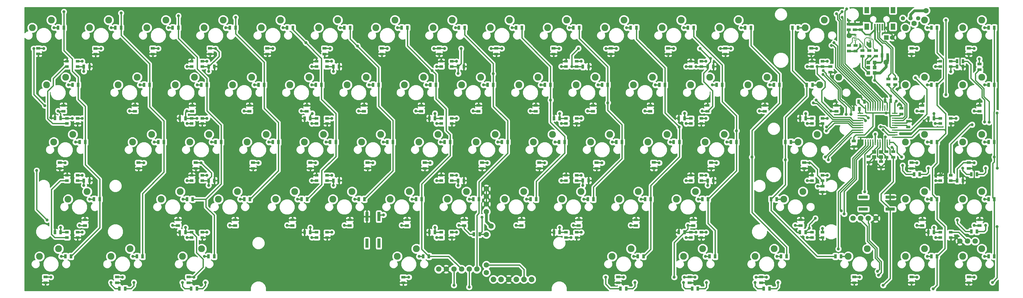
<source format=gbr>
G04 #@! TF.FileFunction,Copper,L2,Bot,Signal*
%FSLAX46Y46*%
G04 Gerber Fmt 4.6, Leading zero omitted, Abs format (unit mm)*
G04 Created by KiCad (PCBNEW 4.0.2-stable) date 7/14/2016 7:42:19 PM*
%MOMM*%
G01*
G04 APERTURE LIST*
%ADD10C,0.100000*%
%ADD11C,2.286000*%
%ADD12C,1.400000*%
%ADD13R,0.889000X1.397000*%
%ADD14R,1.397000X0.889000*%
%ADD15R,1.000000X3.100000*%
%ADD16R,3.100000X1.000000*%
%ADD17C,1.800000*%
%ADD18O,0.406400X1.899920*%
%ADD19O,1.899920X0.406400*%
%ADD20R,1.198880X1.198880*%
%ADD21R,1.300000X0.850000*%
%ADD22R,1.400000X1.200000*%
%ADD23C,1.778000*%
%ADD24C,1.879600*%
%ADD25C,1.524000*%
%ADD26R,1.524000X1.524000*%
%ADD27R,1.000000X0.290000*%
%ADD28R,1.600000X2.000000*%
%ADD29R,0.590000X2.200000*%
%ADD30C,1.000000*%
%ADD31C,0.406400*%
%ADD32C,0.889000*%
%ADD33C,0.508000*%
%ADD34C,0.279400*%
%ADD35C,0.584200*%
%ADD36C,0.254000*%
G04 APERTURE END LIST*
D10*
D11*
X362873750Y-65597500D03*
X356523750Y-68137500D03*
X362873750Y-103697500D03*
X356523750Y-106237500D03*
D12*
X355635950Y-64932850D03*
X358175950Y-64932850D03*
X360715950Y-64932850D03*
D13*
X366018450Y-136292850D03*
X364113450Y-136292850D03*
X323328450Y-136292850D03*
X321423450Y-136292850D03*
X282998450Y-136292850D03*
X281093450Y-136292850D03*
X241488450Y-136292850D03*
X239583450Y-136292850D03*
X199978450Y-136292850D03*
X198073450Y-136292850D03*
X158488450Y-136292850D03*
X156583450Y-136292850D03*
X116968450Y-136292850D03*
X115063450Y-136292850D03*
X75468450Y-136292850D03*
X73563450Y-136292850D03*
X373723450Y-119052850D03*
X375628450Y-119052850D03*
D14*
X328915950Y-120950350D03*
X328915950Y-122855350D03*
D13*
X290703450Y-119052850D03*
X292608450Y-119052850D03*
X249193450Y-119032850D03*
X251098450Y-119032850D03*
X207693450Y-119052850D03*
X209598450Y-119052850D03*
X166183450Y-119052850D03*
X168088450Y-119052850D03*
X124673450Y-119052850D03*
X126578450Y-119052850D03*
X83163450Y-119052850D03*
X85068450Y-119052850D03*
X366008450Y-98292850D03*
X364103450Y-98292850D03*
X323338450Y-98292850D03*
X321433450Y-98292850D03*
X282998450Y-98292850D03*
X281093450Y-98292850D03*
X241488450Y-98292850D03*
X239583450Y-98292850D03*
X199978450Y-98292850D03*
X198073450Y-98292850D03*
X158488450Y-98292850D03*
X156583450Y-98292850D03*
X116968450Y-98302850D03*
X115063450Y-98302850D03*
X75458450Y-98232850D03*
X73553450Y-98232850D03*
X373723450Y-81052850D03*
X375628450Y-81052850D03*
D14*
X331565950Y-81050350D03*
X331565950Y-82955350D03*
D13*
X290703450Y-81052850D03*
X292608450Y-81052850D03*
X249193450Y-81052850D03*
X251098450Y-81052850D03*
X166183450Y-81052850D03*
X168088450Y-81052850D03*
X124673450Y-81052850D03*
X126578450Y-81052850D03*
X83163450Y-81052850D03*
X85068450Y-81052850D03*
D14*
X377565950Y-151170350D03*
X377565950Y-153075350D03*
X358515950Y-151170350D03*
X358515950Y-153075350D03*
X339465950Y-151170350D03*
X339465950Y-153075350D03*
X308515950Y-151170350D03*
X308515950Y-153075350D03*
X284715950Y-151170350D03*
X284715950Y-153075350D03*
X260890950Y-151170350D03*
X260890950Y-153075350D03*
X189465950Y-151220350D03*
X189465950Y-153125350D03*
X118015950Y-151170350D03*
X118015950Y-153075350D03*
X94190950Y-151170350D03*
X94190950Y-153075350D03*
X70390950Y-151170350D03*
X70390950Y-153075350D03*
X381190950Y-134025350D03*
X381190950Y-132120350D03*
X362115950Y-134025350D03*
X362115950Y-132120350D03*
X321640950Y-134025350D03*
X321640950Y-132120350D03*
X285915950Y-134025350D03*
X285915950Y-132120350D03*
X266865950Y-134025350D03*
X266865950Y-132120350D03*
X247815950Y-134025350D03*
X247815950Y-132120350D03*
X228765950Y-134025350D03*
X228765950Y-132120350D03*
X209715950Y-134025350D03*
X209715950Y-132120350D03*
X190665950Y-134025350D03*
X190665950Y-132120350D03*
X171615950Y-134025350D03*
X171615950Y-132120350D03*
X152565950Y-134025350D03*
X152565950Y-132120350D03*
X133515950Y-134025350D03*
X133515950Y-132120350D03*
X114465950Y-134025350D03*
X114465950Y-132120350D03*
X83515950Y-134025350D03*
X83515950Y-132120350D03*
X377565950Y-113070350D03*
X377565950Y-114975350D03*
X358540950Y-113070350D03*
X358540950Y-114975350D03*
X322815950Y-113070350D03*
X322815950Y-114975350D03*
X291840950Y-113070350D03*
X291840950Y-114975350D03*
X272790950Y-113020350D03*
X272790950Y-114925350D03*
X253765950Y-113070350D03*
X253765950Y-114975350D03*
X234690950Y-113070350D03*
X234690950Y-114975350D03*
X215640950Y-113070350D03*
X215640950Y-114975350D03*
X196590950Y-113070350D03*
X196590950Y-114975350D03*
X177540950Y-113070350D03*
X177540950Y-114975350D03*
X158490950Y-113070350D03*
X158490950Y-114975350D03*
X139440950Y-113070350D03*
X139440950Y-114975350D03*
X120415950Y-113070350D03*
X120415950Y-114975350D03*
X101365950Y-113070350D03*
X101365950Y-114975350D03*
X75165950Y-113070350D03*
X75165950Y-114975350D03*
X381190950Y-95925350D03*
X381190950Y-94020350D03*
X362140950Y-95925350D03*
X362140950Y-94020350D03*
X333565950Y-95925350D03*
X333565950Y-94020350D03*
X309740950Y-95925350D03*
X309740950Y-94020350D03*
X290690950Y-95925350D03*
X290690950Y-94020350D03*
X271640950Y-95925350D03*
X271640950Y-94020350D03*
X252590950Y-95925350D03*
X252590950Y-94020350D03*
X233540950Y-95925350D03*
X233540950Y-94020350D03*
X214490950Y-95925350D03*
X214490950Y-94020350D03*
X195440950Y-95925350D03*
X195440950Y-94020350D03*
X176390950Y-95925350D03*
X176390950Y-94020350D03*
X157340950Y-95925350D03*
X157340950Y-94020350D03*
X138290950Y-95925350D03*
X138290950Y-94020350D03*
X119240950Y-95925350D03*
X119240950Y-94020350D03*
X100190950Y-95925350D03*
X100190950Y-94020350D03*
X76365950Y-95925350D03*
X76365950Y-94020350D03*
X377565950Y-74970350D03*
X377565950Y-76875350D03*
X358515950Y-74970350D03*
X358515950Y-76875350D03*
X325190950Y-74970350D03*
X325190950Y-76875350D03*
X296615950Y-74970350D03*
X296615950Y-76875350D03*
X277565950Y-74970350D03*
X277565950Y-76875350D03*
X258515950Y-74970350D03*
X258515950Y-76875350D03*
X239465950Y-74970350D03*
X239465950Y-76875350D03*
X220415950Y-74970350D03*
X220415950Y-76875350D03*
X201365950Y-74970350D03*
X201365950Y-76875350D03*
X182315950Y-74970350D03*
X182315950Y-76875350D03*
X163265950Y-74970350D03*
X163265950Y-76875350D03*
X144215950Y-74970350D03*
X144215950Y-76875350D03*
X125165950Y-74970350D03*
X125165950Y-76875350D03*
X106115950Y-74970350D03*
X106115950Y-76875350D03*
X87065950Y-75020350D03*
X87065950Y-76925350D03*
X68015950Y-74960350D03*
X68015950Y-76865350D03*
D11*
X381923750Y-141797500D03*
X375573750Y-144337500D03*
X362873750Y-141797500D03*
X356523750Y-144337500D03*
X343823750Y-141797500D03*
X337473750Y-144337500D03*
X312867500Y-141797500D03*
X306517500Y-144337500D03*
X289055000Y-141797500D03*
X282705000Y-144337500D03*
X265242500Y-141797500D03*
X258892500Y-144337500D03*
X193805000Y-141797500D03*
X187455000Y-144337500D03*
X122367500Y-141797500D03*
X116017500Y-144337500D03*
X98555000Y-141797500D03*
X92205000Y-144337500D03*
X74742500Y-141797500D03*
X68392500Y-144337500D03*
X381923750Y-122747500D03*
X375573750Y-125287500D03*
X362873750Y-122747500D03*
X356523750Y-125287500D03*
X322392500Y-122747500D03*
X316042500Y-125287500D03*
X286673750Y-122747500D03*
X280323750Y-125287500D03*
X267623750Y-122747500D03*
X261273750Y-125287500D03*
X248573750Y-122747500D03*
X242223750Y-125287500D03*
X229523750Y-122747500D03*
X223173750Y-125287500D03*
X210473750Y-122747500D03*
X204123750Y-125287500D03*
X191423750Y-122747500D03*
X185073750Y-125287500D03*
X172373750Y-122747500D03*
X166023750Y-125287500D03*
X153323750Y-122747500D03*
X146973750Y-125287500D03*
X134273750Y-122747500D03*
X127923750Y-125287500D03*
X115223750Y-122747500D03*
X108873750Y-125287500D03*
X84267500Y-122747500D03*
X77917500Y-125287500D03*
X381923750Y-103697500D03*
X375573750Y-106237500D03*
X327155000Y-103697500D03*
X320805000Y-106237500D03*
X296198750Y-103697500D03*
X289848750Y-106237500D03*
X277148750Y-103697500D03*
X270798750Y-106237500D03*
X258098750Y-103697500D03*
X251748750Y-106237500D03*
X239048750Y-103697500D03*
X232698750Y-106237500D03*
X219998750Y-103697500D03*
X213648750Y-106237500D03*
X200948750Y-103697500D03*
X194598750Y-106237500D03*
X162848750Y-103697500D03*
X156498750Y-106237500D03*
X143798750Y-103697500D03*
X137448750Y-106237500D03*
X124748750Y-103697500D03*
X118398750Y-106237500D03*
X105698750Y-103697500D03*
X99348750Y-106237500D03*
X79505000Y-103697500D03*
X73155000Y-106237500D03*
X381923750Y-84647500D03*
X375573750Y-87187500D03*
X362873750Y-84647500D03*
X356523750Y-87187500D03*
X334298950Y-84643250D03*
X327948950Y-87183250D03*
X310485950Y-84643250D03*
X304135950Y-87183250D03*
X291435550Y-84643250D03*
X285085550Y-87183250D03*
X272385150Y-84643250D03*
X266035150Y-87183250D03*
X253334750Y-84643250D03*
X246984750Y-87183250D03*
X234284350Y-84643250D03*
X227934350Y-87183250D03*
X215236250Y-84647500D03*
X208886250Y-87187500D03*
X196186250Y-84647500D03*
X189836250Y-87187500D03*
X177136250Y-84647500D03*
X170786250Y-87187500D03*
X158086250Y-84647500D03*
X151736250Y-87187500D03*
X139036250Y-84647500D03*
X132686250Y-87187500D03*
X119986250Y-84647500D03*
X113636250Y-87187500D03*
X100931550Y-84643250D03*
X94581550Y-87183250D03*
X77118550Y-84643250D03*
X70768550Y-87183250D03*
X381923750Y-65597500D03*
X375573750Y-68137500D03*
X329536350Y-65592850D03*
X323186350Y-68132850D03*
X300960750Y-65592850D03*
X294610750Y-68132850D03*
X281910350Y-65592850D03*
X275560350Y-68132850D03*
X262859950Y-65592850D03*
X256509950Y-68132850D03*
X243809550Y-65592850D03*
X237459550Y-68132850D03*
X224759150Y-65592850D03*
X218409150Y-68132850D03*
X205708750Y-65592850D03*
X199358750Y-68132850D03*
X186658350Y-65592850D03*
X180308350Y-68132850D03*
X167607950Y-65592850D03*
X161257950Y-68132850D03*
X148557550Y-65592850D03*
X142207550Y-68132850D03*
X129507150Y-65592850D03*
X123157150Y-68132850D03*
X110456750Y-65592850D03*
X104106750Y-68132850D03*
X91406350Y-65592850D03*
X85056350Y-68132850D03*
X72355950Y-65592850D03*
X66005950Y-68132850D03*
D14*
X353115939Y-87075358D03*
X353115939Y-85170358D03*
X350865939Y-87075358D03*
X350865939Y-85170358D03*
D15*
X177334450Y-131032850D03*
X181334950Y-139932850D03*
X177336950Y-139932850D03*
X181334950Y-131032850D03*
D16*
X351405950Y-124571350D03*
X342505950Y-128571850D03*
X342505950Y-124573850D03*
X351405950Y-128571850D03*
D17*
X203745950Y-148572850D03*
X201205950Y-148572850D03*
X377155950Y-139252850D03*
X346675950Y-131632850D03*
X379695950Y-139252850D03*
X206285950Y-148572850D03*
X208825950Y-148572850D03*
X213905950Y-148572850D03*
X211365950Y-148572850D03*
X374615950Y-139252850D03*
X339055950Y-131632850D03*
X344135950Y-131632850D03*
X341595950Y-131632850D03*
D18*
X347260050Y-94900650D03*
X348060150Y-94900650D03*
X348860250Y-94900650D03*
X349660350Y-94900650D03*
X350460450Y-94900650D03*
X351260550Y-94900650D03*
X346459950Y-94900650D03*
X345659850Y-94900650D03*
X344859750Y-94900650D03*
X344059650Y-94900650D03*
X343259550Y-94900650D03*
X347260050Y-106330650D03*
X348060150Y-106330650D03*
X348860250Y-106330650D03*
X349660350Y-106330650D03*
X350460450Y-106330650D03*
X351260550Y-106330650D03*
X346459950Y-106330650D03*
X345659850Y-106330650D03*
X344859750Y-106330650D03*
X344059650Y-106330650D03*
X343259550Y-106330650D03*
D19*
X352975050Y-100615650D03*
X341545050Y-100615650D03*
X352975050Y-101415750D03*
X341545050Y-101415750D03*
X341545050Y-102215850D03*
X352975050Y-102215850D03*
X352975050Y-103015950D03*
X341545050Y-103015950D03*
X341545050Y-103816050D03*
X352975050Y-103816050D03*
X352975050Y-104616150D03*
X341545050Y-104616150D03*
X341545050Y-99815550D03*
X352975050Y-99815550D03*
X352975050Y-99015450D03*
X341545050Y-99015450D03*
X341545050Y-98215350D03*
X352975050Y-98215350D03*
X352975050Y-97415250D03*
X341545050Y-97415250D03*
X341545050Y-96615150D03*
X352975050Y-96615150D03*
D20*
X346264970Y-81372850D03*
X344166930Y-81372850D03*
X346264970Y-79672850D03*
X344166930Y-79672850D03*
X346264970Y-83172850D03*
X344166930Y-83172850D03*
D13*
X340973450Y-92752850D03*
X342878450Y-92752850D03*
D14*
X350195950Y-109390350D03*
X350195950Y-111295350D03*
X339345950Y-105860350D03*
X339345950Y-107765350D03*
D13*
X351628450Y-92512850D03*
X349723450Y-92512850D03*
X311278450Y-155032850D03*
X309373450Y-155032850D03*
X287458450Y-155042850D03*
X285553450Y-155042850D03*
X263638450Y-155032850D03*
X261733450Y-155032850D03*
X120768450Y-155032850D03*
X118863450Y-155032850D03*
X96928439Y-155042858D03*
X95023439Y-155042858D03*
X380328450Y-135982850D03*
X378423450Y-135982850D03*
X380318450Y-116942850D03*
X378413450Y-116942850D03*
X361278450Y-116932850D03*
X359373450Y-116932850D03*
D14*
X337655950Y-68785350D03*
X337655950Y-66880350D03*
X339675950Y-68785350D03*
X339675950Y-66880350D03*
X355135950Y-96875350D03*
X355135950Y-94970350D03*
D21*
X368115950Y-119047850D03*
X368115950Y-117297850D03*
X371615950Y-117297850D03*
X371615950Y-119047850D03*
X325435950Y-119047850D03*
X325435950Y-117297850D03*
X328935950Y-117297850D03*
X328935950Y-119047850D03*
X285105950Y-119047850D03*
X285105950Y-117297850D03*
X288605950Y-117297850D03*
X288605950Y-119047850D03*
X243595950Y-119047850D03*
X243595950Y-117297850D03*
X247095950Y-117297850D03*
X247095950Y-119047850D03*
X202085950Y-119047850D03*
X202085950Y-117297850D03*
X205585950Y-117297850D03*
X205585950Y-119047850D03*
X247095950Y-98297850D03*
X247095950Y-100047850D03*
X243595950Y-100047850D03*
X243595950Y-98297850D03*
X285100950Y-81047850D03*
X285100950Y-79297850D03*
X288600950Y-79297850D03*
X288600950Y-81047850D03*
X160579950Y-81047850D03*
X160579950Y-79297850D03*
X164079950Y-79297850D03*
X164079950Y-81047850D03*
X77565950Y-81047850D03*
X77565950Y-79297850D03*
X81065950Y-79297850D03*
X81065950Y-81047850D03*
X160585950Y-119047850D03*
X160585950Y-117297850D03*
X164085950Y-117297850D03*
X164085950Y-119047850D03*
X119065950Y-119047850D03*
X119065950Y-117297850D03*
X122565950Y-117297850D03*
X122565950Y-119047850D03*
X77565950Y-119047850D03*
X77565950Y-117297850D03*
X81065950Y-117297850D03*
X81065950Y-119047850D03*
X371615950Y-98297850D03*
X371615950Y-100047850D03*
X368115950Y-100047850D03*
X368115950Y-98297850D03*
X328935950Y-98297850D03*
X328935950Y-100047850D03*
X325435950Y-100047850D03*
X325435950Y-98297850D03*
X288605950Y-98297850D03*
X288605950Y-100047850D03*
X285105950Y-100047850D03*
X285105950Y-98297850D03*
X205585950Y-98297850D03*
X205585950Y-100047850D03*
X202085950Y-100047850D03*
X202085950Y-98297850D03*
X164085950Y-98297850D03*
X164085950Y-100047850D03*
X160585950Y-100047850D03*
X160585950Y-98297850D03*
X122565950Y-98297850D03*
X122565950Y-100047850D03*
X119065950Y-100047850D03*
X119065950Y-98297850D03*
X81065950Y-98297850D03*
X81065950Y-100047850D03*
X77565950Y-100047850D03*
X77565950Y-98297850D03*
X368115950Y-81047850D03*
X368115950Y-79297850D03*
X371615950Y-79297850D03*
X371615950Y-81047850D03*
X325427950Y-81047850D03*
X325427950Y-79297850D03*
X328927950Y-79297850D03*
X328927950Y-81047850D03*
X243593950Y-81047850D03*
X243593950Y-79297850D03*
X247093950Y-79297850D03*
X247093950Y-81047850D03*
X202086950Y-81047850D03*
X202086950Y-79297850D03*
X205586950Y-79297850D03*
X205586950Y-81047850D03*
X119072950Y-81047850D03*
X119072950Y-79297850D03*
X122572950Y-79297850D03*
X122572950Y-81047850D03*
D22*
X348390050Y-109525650D03*
X346090050Y-109525650D03*
X348390050Y-111225650D03*
X346090050Y-111225650D03*
D23*
X217085950Y-149742850D03*
X217085950Y-147202850D03*
X217085950Y-137042850D03*
X217085950Y-129422850D03*
X217085950Y-126882850D03*
X217085950Y-124342850D03*
X217085950Y-121802850D03*
D24*
X219426950Y-151972850D03*
X221966950Y-151972850D03*
X224506950Y-151972850D03*
X227046950Y-151972850D03*
X229586950Y-151972850D03*
X232126950Y-151972850D03*
D25*
X352135950Y-71392850D03*
D26*
X350135950Y-71392850D03*
D13*
X212953450Y-136912850D03*
X214858450Y-136912850D03*
X341188450Y-95162850D03*
X339283450Y-95162850D03*
D14*
X352425950Y-109390350D03*
X352425950Y-111295350D03*
X344275950Y-111070350D03*
X344275950Y-112975350D03*
X348385950Y-112690350D03*
X348385950Y-114595350D03*
X357445950Y-101175350D03*
X357445950Y-99270350D03*
D13*
X373723450Y-79252850D03*
X375628450Y-79252850D03*
D14*
X381135950Y-80200350D03*
X381135950Y-82105350D03*
X337685950Y-75915350D03*
X337685950Y-74010350D03*
X339935950Y-75915350D03*
X339935950Y-74010350D03*
X344465950Y-75720350D03*
X344465950Y-77625350D03*
X346715950Y-75720350D03*
X346715950Y-77625350D03*
X342215950Y-75720350D03*
X342215950Y-77625350D03*
D21*
X81065950Y-136297850D03*
X81065950Y-138047850D03*
X77565950Y-138047850D03*
X77565950Y-136297850D03*
X122565950Y-136297850D03*
X122565950Y-138047850D03*
X119065950Y-138047850D03*
X119065950Y-136297850D03*
X164085950Y-136297850D03*
X164085950Y-138047850D03*
X160585950Y-138047850D03*
X160585950Y-136297850D03*
X205585950Y-136297850D03*
X205585950Y-138047850D03*
X202085950Y-138047850D03*
X202085950Y-136297850D03*
X247095950Y-136297850D03*
X247095950Y-138047850D03*
X243595950Y-138047850D03*
X243595950Y-136297850D03*
X288605950Y-136297850D03*
X288605950Y-138047850D03*
X285105950Y-138047850D03*
X285105950Y-136297850D03*
X328935950Y-136297850D03*
X328935950Y-138047850D03*
X325435950Y-138047850D03*
X325435950Y-136297850D03*
X371615950Y-136297850D03*
X371615950Y-138047850D03*
X368115950Y-138047850D03*
X368115950Y-136297850D03*
D13*
X350618450Y-77362850D03*
X348713450Y-77362850D03*
D11*
X181898750Y-103697500D03*
X175548750Y-106237500D03*
D13*
X74613450Y-68132850D03*
X76518450Y-68132850D03*
X93648450Y-68112850D03*
X95553450Y-68112850D03*
X112708450Y-68092850D03*
X114613450Y-68092850D03*
X131748450Y-68102850D03*
X133653450Y-68102850D03*
X150803450Y-68107850D03*
X152708450Y-68107850D03*
X169853450Y-68107850D03*
X171758450Y-68107850D03*
X188903450Y-68107850D03*
X190808450Y-68107850D03*
X207953450Y-68107850D03*
X209858450Y-68107850D03*
X227003450Y-68107850D03*
X228908450Y-68107850D03*
X246053450Y-68107850D03*
X247958450Y-68107850D03*
X265098450Y-68092850D03*
X267003450Y-68092850D03*
X284153450Y-68107850D03*
X286058450Y-68107850D03*
X303203450Y-68107850D03*
X305108450Y-68107850D03*
X320833450Y-68082850D03*
X318928450Y-68082850D03*
X365128450Y-68107850D03*
X367033450Y-68107850D03*
X384178450Y-68112850D03*
X386083450Y-68112850D03*
X79368450Y-87162850D03*
X81273450Y-87162850D03*
X103168450Y-87152850D03*
X105073450Y-87152850D03*
X122218450Y-87162850D03*
X124123450Y-87162850D03*
X141268450Y-87162850D03*
X143173450Y-87162850D03*
X160348450Y-87162850D03*
X162253450Y-87162850D03*
X179368450Y-87172850D03*
X181273450Y-87172850D03*
X198418450Y-87172850D03*
X200323450Y-87172850D03*
X217468450Y-87132850D03*
X219373450Y-87132850D03*
X236528450Y-87152850D03*
X238433450Y-87152850D03*
X255568450Y-87142850D03*
X257473450Y-87142850D03*
X274638450Y-87152850D03*
X276543450Y-87152850D03*
X293658450Y-87152850D03*
X295563450Y-87152850D03*
X312718450Y-87132850D03*
X314623450Y-87132850D03*
X325593450Y-87152850D03*
X323688450Y-87152850D03*
X365128450Y-87172850D03*
X367033450Y-87172850D03*
X384188450Y-87182850D03*
X386093450Y-87182850D03*
X81758450Y-106222850D03*
X83663450Y-106222850D03*
X107928450Y-106212850D03*
X109833450Y-106212850D03*
X126988450Y-106212850D03*
X128893450Y-106212850D03*
X146028450Y-106212850D03*
X147933450Y-106212850D03*
X165108450Y-106212850D03*
X167013450Y-106212850D03*
X184138450Y-106212850D03*
X186043450Y-106212850D03*
X203188450Y-106212850D03*
X205093450Y-106212850D03*
X222258450Y-106212850D03*
X224163450Y-106212850D03*
X241288450Y-106222850D03*
X243193450Y-106222850D03*
X260338450Y-106192850D03*
X262243450Y-106192850D03*
X279408450Y-106212850D03*
X281313450Y-106212850D03*
X298438450Y-106212850D03*
X300343450Y-106212850D03*
X318453450Y-106212850D03*
X316548450Y-106212850D03*
X365118450Y-106222850D03*
X367023450Y-106222850D03*
X384168450Y-106222850D03*
X386073450Y-106222850D03*
X86548450Y-125262850D03*
X88453450Y-125262850D03*
X117468450Y-125272850D03*
X119373450Y-125272850D03*
X136518450Y-125242850D03*
X138423450Y-125242850D03*
X155568450Y-125232850D03*
X157473450Y-125232850D03*
X174638450Y-125262850D03*
X176543450Y-125262850D03*
X193668450Y-125262850D03*
X195573450Y-125262850D03*
X212748450Y-125262850D03*
X214653450Y-125262850D03*
X231778450Y-125272850D03*
X233683450Y-125272850D03*
X250828450Y-125262850D03*
X252733450Y-125262850D03*
X269868450Y-125262850D03*
X271773450Y-125262850D03*
X288928450Y-125262850D03*
X290833450Y-125262850D03*
X313683450Y-125242850D03*
X311778450Y-125242850D03*
X365128450Y-125232850D03*
X367033450Y-125232850D03*
X384178450Y-125272850D03*
X386083450Y-125272850D03*
X76998450Y-144302850D03*
X78903450Y-144302850D03*
X100808450Y-144302850D03*
X102713450Y-144302850D03*
X124638450Y-144312850D03*
X126543450Y-144312850D03*
X196058450Y-144302850D03*
X197963450Y-144302850D03*
X267488450Y-144292850D03*
X269393450Y-144292850D03*
X291318450Y-144312850D03*
X293223450Y-144312850D03*
X315118450Y-144312850D03*
X317023450Y-144312850D03*
X335123450Y-144302850D03*
X333218450Y-144302850D03*
X365118450Y-144302850D03*
X367023450Y-144302850D03*
X384168450Y-144302850D03*
X386073450Y-144302850D03*
X207683450Y-81052850D03*
X209588450Y-81052850D03*
D27*
X344765950Y-70372850D03*
X344765950Y-70872850D03*
X339865950Y-71372850D03*
X344765950Y-71872850D03*
X344765950Y-72372850D03*
X339865950Y-72372850D03*
X339865950Y-71872850D03*
X344765950Y-71372850D03*
X339865950Y-70872850D03*
X339865950Y-70372850D03*
D28*
X352345950Y-62262850D03*
X343645950Y-62262850D03*
X343645950Y-67762850D03*
X352345950Y-67762850D03*
D29*
X347995950Y-67962850D03*
X347195850Y-67962850D03*
X346395750Y-67962850D03*
X348795950Y-67962850D03*
X349595950Y-67962850D03*
D14*
X341675950Y-68785350D03*
X341675950Y-66880350D03*
D30*
X366015950Y-134692850D03*
X326555950Y-131632850D03*
X324475950Y-134882850D03*
X350125950Y-96542850D03*
X366015950Y-96682850D03*
D23*
X350115950Y-79602850D03*
D30*
X352035950Y-107972850D03*
X349795950Y-104482850D03*
D23*
X363395950Y-62422850D03*
X359435950Y-66702850D03*
D30*
X327175950Y-81052850D03*
X351635950Y-90872850D03*
X346255950Y-85622850D03*
X208685950Y-75047850D03*
X199645950Y-75052850D03*
X218675950Y-75042850D03*
X279575950Y-151247850D03*
X306795950Y-151242850D03*
X282985950Y-151252850D03*
D23*
X218645950Y-134242850D03*
D30*
X291635950Y-78352850D03*
X288175950Y-75052850D03*
X294985950Y-75052850D03*
X245525950Y-81052850D03*
X247715950Y-75032850D03*
X256895950Y-75052850D03*
X371615950Y-82742850D03*
D23*
X337795950Y-70732850D03*
D30*
X79315950Y-98292850D03*
X120815950Y-98302850D03*
X159155950Y-96682850D03*
X199975950Y-96682850D03*
X241485950Y-96682850D03*
X282995950Y-96672850D03*
X323335950Y-96682850D03*
X327315950Y-120952850D03*
X290705950Y-120662850D03*
X249195950Y-120642850D03*
X207695950Y-120662850D03*
X166185950Y-120662850D03*
X124675950Y-120662850D03*
X83165950Y-120672850D03*
X75465950Y-134682850D03*
X116975950Y-134682850D03*
X158485950Y-134682850D03*
X199975950Y-134682850D03*
X241485950Y-134682850D03*
X286855950Y-136292850D03*
X286855950Y-81052850D03*
X207695950Y-83382850D03*
X166185950Y-82662850D03*
X124675950Y-82662850D03*
X83155950Y-82662850D03*
X379385950Y-151252850D03*
X360335950Y-151252850D03*
X341285950Y-151252850D03*
X310325950Y-151252850D03*
X286515950Y-151252850D03*
X262705950Y-151252850D03*
X191265950Y-151252850D03*
X119825950Y-151252850D03*
X96015950Y-151252850D03*
X72205950Y-151252850D03*
X379375950Y-133942850D03*
X360325950Y-133942850D03*
X319845950Y-133942850D03*
X284125950Y-133942850D03*
X265075950Y-133942850D03*
X246025950Y-133942850D03*
X226975950Y-133942850D03*
X207925950Y-133942850D03*
X188875950Y-133942850D03*
X169825950Y-133942850D03*
X150775950Y-133942850D03*
X131725950Y-133942850D03*
X112675950Y-133942850D03*
X81715950Y-133942850D03*
X379385950Y-113152850D03*
X360335950Y-113152850D03*
X324615950Y-113152850D03*
X293655950Y-113152850D03*
X274605950Y-113152850D03*
X255555950Y-113152850D03*
X236505950Y-113152850D03*
X217455950Y-113152850D03*
X198405950Y-113152850D03*
X179355950Y-113152850D03*
X160305950Y-113152850D03*
X141255950Y-113152850D03*
X122205950Y-113152850D03*
X103155950Y-113152850D03*
X76965950Y-113152850D03*
X379375950Y-95842850D03*
X360325950Y-95842850D03*
X331745950Y-95842850D03*
X307935950Y-95842850D03*
X288885950Y-95842850D03*
X269835950Y-95842850D03*
X250785950Y-95842850D03*
X231735950Y-95842850D03*
X212685950Y-95842850D03*
X193635950Y-95842850D03*
X174585950Y-95842850D03*
X155535950Y-95842850D03*
X136485950Y-95842850D03*
X117435950Y-95842850D03*
X98385950Y-95842850D03*
X74575950Y-95842850D03*
X379385950Y-75052850D03*
X360325950Y-75052850D03*
X326995950Y-75052850D03*
X298415950Y-75052850D03*
X279365950Y-75052850D03*
X260315950Y-75052850D03*
X241265950Y-75052850D03*
X222215950Y-75052850D03*
X203165950Y-75052850D03*
X184115950Y-75052850D03*
X165065950Y-75052850D03*
X146015950Y-75052850D03*
X126965950Y-75052850D03*
X107915950Y-75052850D03*
X88865950Y-75042850D03*
X69815950Y-75052850D03*
X362615950Y-136042850D03*
X341535950Y-90852850D03*
X335765950Y-91402850D03*
X349735950Y-90882850D03*
X298415950Y-81102850D03*
X294005950Y-81032850D03*
X117305950Y-79292850D03*
X72115950Y-98102850D03*
X79455950Y-100052850D03*
X377105950Y-81142850D03*
D23*
X342995950Y-64992850D03*
X348205950Y-65092850D03*
D30*
X344765950Y-74262850D03*
X341545950Y-74282850D03*
X350585950Y-114922850D03*
X354515950Y-93542850D03*
X366525950Y-117292850D03*
X377025950Y-119042850D03*
X373715950Y-100052850D03*
X377905950Y-92462850D03*
X359205950Y-99142850D03*
X362715950Y-99142850D03*
X366555950Y-79302850D03*
X379375950Y-152992850D03*
X360325950Y-152992850D03*
X341275950Y-152992850D03*
X310315950Y-152992850D03*
X286505950Y-152992850D03*
X262695950Y-152992850D03*
X191255950Y-152992850D03*
X119815950Y-152992850D03*
X96005950Y-152992850D03*
X72185950Y-152992850D03*
X379385950Y-132202850D03*
X360335950Y-132202850D03*
X319845950Y-132202850D03*
X284135950Y-132202850D03*
X265085950Y-132202850D03*
X246035950Y-132202850D03*
X226985950Y-132202850D03*
X207935950Y-132202850D03*
X188885950Y-132202850D03*
X169825950Y-132202850D03*
X150785950Y-132202850D03*
X131735950Y-132202850D03*
X112685950Y-132202850D03*
X81725950Y-132202850D03*
X379375950Y-114892850D03*
X360325950Y-114892850D03*
X324605950Y-114892850D03*
X293645950Y-114892850D03*
X274595950Y-114892850D03*
X255545950Y-114892850D03*
X236495950Y-114892850D03*
X217445950Y-114892850D03*
X198395950Y-114892850D03*
X179345950Y-114892850D03*
X160295950Y-114892850D03*
X141245950Y-114892850D03*
X122195950Y-114892850D03*
X103145950Y-114892850D03*
X76955950Y-114892850D03*
X379385950Y-94102850D03*
X360335950Y-94102850D03*
X331755950Y-94102850D03*
X307945950Y-94102850D03*
X288895950Y-94102850D03*
X269845950Y-94102850D03*
X250795950Y-94102850D03*
X231745950Y-94102850D03*
X212695950Y-94102850D03*
X193645950Y-94102850D03*
X174595950Y-94102850D03*
X155545950Y-94102850D03*
X136495950Y-94102850D03*
X117445950Y-94102850D03*
X98395950Y-94102850D03*
X74575950Y-94102850D03*
X379375950Y-76792850D03*
X360325950Y-76792850D03*
X326985950Y-76792850D03*
X298415950Y-76792850D03*
X279365950Y-76792850D03*
X260315950Y-76792850D03*
X241265950Y-76792850D03*
X222215950Y-76792850D03*
X203165950Y-76792850D03*
X184115950Y-76792850D03*
X165065950Y-76792850D03*
X146015950Y-76792850D03*
X126965950Y-76792850D03*
X107915950Y-76802850D03*
X88865950Y-76802850D03*
X69815950Y-76792850D03*
X73265950Y-68112850D03*
X111365950Y-68132850D03*
X149455950Y-68132850D03*
X76525950Y-62782850D03*
X336965950Y-61862850D03*
X168505950Y-68132850D03*
X187555950Y-68132850D03*
X206805950Y-68132850D03*
X225655950Y-68132850D03*
X244695950Y-68132850D03*
X95545950Y-63222850D03*
X335425950Y-62782850D03*
X263745950Y-68132850D03*
X282785950Y-68132850D03*
X301845950Y-68132850D03*
X114635950Y-64142850D03*
X333575950Y-63462850D03*
X363775950Y-68132850D03*
X382825950Y-68132850D03*
X78015950Y-87182850D03*
X101815950Y-87182850D03*
X120865950Y-87182850D03*
X133665950Y-64652850D03*
X335415950Y-64662850D03*
X139915950Y-87192850D03*
X158995950Y-87182850D03*
X178015950Y-87182850D03*
X197065950Y-87182850D03*
X332765950Y-73112850D03*
X157035950Y-73112850D03*
X216115950Y-87182850D03*
X235175950Y-87182850D03*
X254215950Y-87182850D03*
X273285950Y-87182850D03*
X174225950Y-74172850D03*
X331895950Y-74022850D03*
X292295950Y-87182850D03*
X311365950Y-87182850D03*
X363785950Y-87182850D03*
X382835950Y-87182850D03*
X199035950Y-82452850D03*
X329175950Y-82422850D03*
X338375950Y-96972850D03*
X348245950Y-101162850D03*
X80405950Y-106232850D03*
X106575950Y-106232850D03*
X125635950Y-106232850D03*
X144675950Y-106232850D03*
X329125950Y-83672850D03*
X219365950Y-83452850D03*
X336755950Y-97012850D03*
X349055950Y-102142850D03*
X163755950Y-106232850D03*
X182785950Y-106242850D03*
X201835950Y-106232850D03*
X220905950Y-106232850D03*
X238445950Y-92232850D03*
X326785950Y-92222850D03*
X239935950Y-106242850D03*
X258995950Y-106242850D03*
X278255950Y-106232850D03*
X297085950Y-106232850D03*
X325875950Y-93152850D03*
X257475950Y-93142850D03*
X363765950Y-106232850D03*
X382815950Y-106242850D03*
X85065939Y-125272858D03*
X330235950Y-101202850D03*
X281275950Y-101222850D03*
X116125950Y-125282850D03*
X135165950Y-125282850D03*
X154225950Y-125282850D03*
X173285950Y-125292850D03*
X192325950Y-125292850D03*
X330225950Y-102502850D03*
X300325950Y-102442850D03*
X211385950Y-125282850D03*
X230425950Y-125272850D03*
X249485950Y-125282850D03*
X268515950Y-125282850D03*
X287575950Y-125282850D03*
X329855950Y-111222850D03*
X305435950Y-111222850D03*
X363775950Y-125282850D03*
X382825950Y-125282850D03*
X330845950Y-112172850D03*
X316565950Y-112172850D03*
X75645950Y-144332850D03*
X99455950Y-144332850D03*
X123285950Y-144332850D03*
X194705950Y-144332850D03*
X266135950Y-144332850D03*
X211365950Y-154552850D03*
X365735950Y-155182850D03*
X289965950Y-144332850D03*
X313765950Y-144342850D03*
X363765950Y-144332850D03*
X382825950Y-144332850D03*
X355285950Y-111202850D03*
X386075950Y-111212850D03*
X206285950Y-153962850D03*
X349105950Y-153962850D03*
X384335950Y-99632850D03*
X343215950Y-99122850D03*
X382865950Y-99492850D03*
X344145950Y-98162850D03*
X347205950Y-149342850D03*
X336155950Y-130162850D03*
X347565950Y-150542850D03*
X335145950Y-129192850D03*
X359855950Y-84772850D03*
X342955950Y-122792850D03*
X346445950Y-103552850D03*
X369945950Y-90462850D03*
X369955950Y-65602850D03*
X353465950Y-92592850D03*
X215635950Y-131232850D03*
X182895950Y-130482850D03*
X334205950Y-141822850D03*
X92285950Y-68132850D03*
X130395950Y-68132850D03*
X70195950Y-94092850D03*
X66515950Y-75042850D03*
X381115950Y-78512850D03*
X383185950Y-114902850D03*
X387055950Y-114902850D03*
X386995950Y-96512850D03*
X70945950Y-132192850D03*
X67465950Y-115692850D03*
X355585950Y-113992850D03*
X375565950Y-114892850D03*
X364135950Y-114902850D03*
X373795950Y-132202850D03*
X383195950Y-133942850D03*
X385435950Y-152992850D03*
X386985950Y-134422850D03*
X92195950Y-152992850D03*
X115965950Y-152992850D03*
X99815950Y-153002850D03*
X123625950Y-153012850D03*
X256755950Y-151242850D03*
X282695950Y-152992850D03*
X266505950Y-153002850D03*
X306515950Y-153002850D03*
X290325950Y-153002850D03*
X314135950Y-153002850D03*
X117515950Y-81052850D03*
X82625950Y-79292850D03*
X159025950Y-81042850D03*
X124135950Y-79302850D03*
X200535950Y-81052850D03*
X165635950Y-79292850D03*
X242025950Y-81042850D03*
X207145950Y-79302850D03*
X283535950Y-81042850D03*
X248655950Y-79302850D03*
X290155950Y-79292850D03*
X323865950Y-81042850D03*
X366545950Y-81052850D03*
X330495950Y-79292850D03*
X117505950Y-119042850D03*
X82625950Y-117302850D03*
X159025950Y-119042850D03*
X124125950Y-117302850D03*
X82625950Y-98292850D03*
X117505950Y-100042850D03*
X124135950Y-98292850D03*
X159025950Y-100052850D03*
X165655950Y-98292850D03*
X200525950Y-100052850D03*
X207145950Y-98292850D03*
X242045950Y-100042850D03*
X248655950Y-98302850D03*
X283545950Y-100042850D03*
X290175950Y-98292850D03*
X323875950Y-100042850D03*
X366425950Y-100052850D03*
X330505950Y-98302850D03*
X378705950Y-100432850D03*
X373405950Y-98292850D03*
X200525950Y-119052850D03*
X165645950Y-117302850D03*
X242035950Y-119052850D03*
X207145950Y-117292850D03*
X283545950Y-119052850D03*
X248655950Y-117292850D03*
X323875950Y-119042850D03*
X290175950Y-117292850D03*
X330525950Y-117302850D03*
X366555950Y-119042850D03*
X82635950Y-136302850D03*
X117505950Y-138052850D03*
X124135950Y-136292850D03*
X159035950Y-138042850D03*
X165645950Y-136302850D03*
X200525950Y-138052850D03*
X207165950Y-136292850D03*
X245305950Y-138042850D03*
X248665950Y-136292850D03*
X283545950Y-138042850D03*
X290185950Y-136302850D03*
X323875950Y-138042850D03*
X366555950Y-138042850D03*
X328945950Y-134962850D03*
D31*
X366018450Y-134695350D02*
X366015950Y-134692850D01*
X366018450Y-134695350D02*
X366018450Y-136292850D01*
X209715950Y-134025350D02*
X209715950Y-135062850D01*
X211565950Y-136912850D02*
X212953450Y-136912850D01*
X209715950Y-135062850D02*
X211565950Y-136912850D01*
X324475950Y-133712850D02*
X326555950Y-131632850D01*
X324475950Y-134882850D02*
X323328450Y-136030350D01*
X324475950Y-134882850D02*
X324475950Y-133712850D01*
X350125950Y-96542850D02*
X350125950Y-96452850D01*
X366008450Y-96690350D02*
X366015950Y-96682850D01*
X366008450Y-98292850D02*
X366008450Y-96690350D01*
X341545050Y-103816050D02*
X342862750Y-103816050D01*
X345705950Y-100972850D02*
X345705950Y-96452850D01*
X342862750Y-103816050D02*
X345705950Y-100972850D01*
X343259550Y-94900650D02*
X343259550Y-96266450D01*
X343259550Y-96266450D02*
X343445950Y-96452850D01*
X343445950Y-96452850D02*
X345705950Y-96452850D01*
X345705950Y-96452850D02*
X350125950Y-96452850D01*
X350125950Y-96452850D02*
X351260550Y-96452850D01*
X124673450Y-119052850D02*
X124673450Y-118555350D01*
X124673450Y-118555350D02*
X125615950Y-117612850D01*
X125615950Y-116562850D02*
X122205950Y-113152850D01*
X125615950Y-117612850D02*
X125615950Y-116562850D01*
X290703450Y-81052850D02*
X290703450Y-81935350D01*
X292365950Y-94250350D02*
X290690950Y-95925350D01*
X292365950Y-89102850D02*
X292365950Y-94250350D01*
X289345950Y-86082850D02*
X292365950Y-89102850D01*
X289345950Y-83292850D02*
X289345950Y-86082850D01*
X290703450Y-81935350D02*
X289345950Y-83292850D01*
X119825950Y-151252850D02*
X119825950Y-150982850D01*
X120665950Y-137897850D02*
X119065950Y-136297850D01*
X120665950Y-143032850D02*
X120665950Y-137897850D01*
X122835950Y-145202850D02*
X120665950Y-143032850D01*
X122835950Y-147972850D02*
X122835950Y-145202850D01*
X119825950Y-150982850D02*
X122835950Y-147972850D01*
X124673450Y-81052850D02*
X124745950Y-81052850D01*
X124745950Y-81052850D02*
X128155950Y-77642850D01*
X128155950Y-76242850D02*
X126965950Y-75052850D01*
X128155950Y-77642850D02*
X128155950Y-76242850D01*
D32*
X348095950Y-83172850D02*
X346264970Y-83172850D01*
X350115950Y-81152850D02*
X348095950Y-83172850D01*
X350115950Y-79602850D02*
X350115950Y-81152850D01*
X350618450Y-77362850D02*
X350618450Y-79100350D01*
X350618450Y-79100350D02*
X350115950Y-79602850D01*
D31*
X352425950Y-108362850D02*
X352035950Y-107972850D01*
X352425950Y-109390350D02*
X352425950Y-108362850D01*
X349795950Y-104482850D02*
X349660350Y-104482850D01*
X349660350Y-104482850D02*
X349795950Y-104482850D01*
X349795950Y-104482850D02*
X349660350Y-104482850D01*
D32*
X358175950Y-64932850D02*
X358175950Y-63712850D01*
X359465950Y-62422850D02*
X363395950Y-62422850D01*
X358175950Y-63712850D02*
X359465950Y-62422850D01*
D31*
X324615950Y-113152850D02*
X325015950Y-113152850D01*
X327185950Y-117297850D02*
X328935950Y-119047850D01*
X327185950Y-115322850D02*
X327185950Y-117297850D01*
X325015950Y-113152850D02*
X327185950Y-115322850D01*
X327175950Y-81052850D02*
X327175950Y-83432850D01*
X327180950Y-81047850D02*
X327175950Y-81052850D01*
X328927950Y-81047850D02*
X327180950Y-81047850D01*
X328655950Y-92752850D02*
X331745950Y-95842850D01*
X328655950Y-89002850D02*
X328655950Y-92752850D01*
X329775950Y-87882850D02*
X328655950Y-89002850D01*
X329775950Y-86032850D02*
X329775950Y-87882850D01*
X327175950Y-83432850D02*
X329775950Y-86032850D01*
X346255950Y-85622850D02*
X346385950Y-85622850D01*
X346385950Y-85622850D02*
X351635950Y-90872850D01*
X351628450Y-90880350D02*
X351628450Y-92512850D01*
X351628450Y-90880350D02*
X351635950Y-90872850D01*
X346264970Y-83172850D02*
X346264970Y-85613830D01*
X346264970Y-85613830D02*
X346255950Y-85622850D01*
X373723450Y-119052850D02*
X373723450Y-115175350D01*
X375828450Y-113070350D02*
X377565950Y-113070350D01*
X373723450Y-115175350D02*
X375828450Y-113070350D01*
X208685950Y-75047850D02*
X208685950Y-80050350D01*
X208685950Y-80050350D02*
X207683450Y-81052850D01*
X201283450Y-75052850D02*
X199645950Y-75052850D01*
X201283450Y-75052850D02*
X201365950Y-74970350D01*
X220343450Y-75042850D02*
X218675950Y-75042850D01*
X220343450Y-75042850D02*
X220415950Y-74970350D01*
X279575950Y-151247850D02*
X279575950Y-139715350D01*
X279575950Y-139715350D02*
X282998450Y-136292850D01*
X308443450Y-151242850D02*
X306795950Y-151242850D01*
X308443450Y-151242850D02*
X308515950Y-151170350D01*
X284633450Y-151252850D02*
X282985950Y-151252850D01*
X284633450Y-151252850D02*
X284715950Y-151170350D01*
D32*
X217085950Y-129422850D02*
X217085950Y-132682850D01*
X217085950Y-132682850D02*
X218645950Y-134242850D01*
D31*
X291635950Y-78352850D02*
X291475950Y-78352850D01*
X290703450Y-80365350D02*
X291635950Y-79432850D01*
X291635950Y-79432850D02*
X291635950Y-78352850D01*
X291475950Y-78352850D02*
X288175950Y-75052850D01*
X296533450Y-75052850D02*
X294985950Y-75052850D01*
X296533450Y-75052850D02*
X296615950Y-74970350D01*
X245525950Y-81052850D02*
X245525950Y-77222850D01*
X245530950Y-81047850D02*
X245525950Y-81052850D01*
X247093950Y-81047850D02*
X245530950Y-81047850D01*
X245525950Y-77222850D02*
X247715950Y-75032850D01*
X258433450Y-75052850D02*
X256895950Y-75052850D01*
X258433450Y-75052850D02*
X258515950Y-74970350D01*
X220343450Y-75042850D02*
X220415950Y-74970350D01*
X201303450Y-75032850D02*
X201365950Y-74970350D01*
X290703450Y-81052850D02*
X290703450Y-80365350D01*
X371615950Y-81047850D02*
X371615950Y-82742850D01*
D33*
X337985950Y-70372850D02*
X337985950Y-70542850D01*
X337985950Y-70542850D02*
X337795950Y-70732850D01*
X337655950Y-68785350D02*
X337655950Y-70042850D01*
X337985950Y-70372850D02*
X339865950Y-70372850D01*
X337655950Y-70042850D02*
X337985950Y-70372850D01*
D34*
X339865950Y-70872850D02*
X339865950Y-70372850D01*
D31*
X349660350Y-106330650D02*
X349660350Y-104482850D01*
X77565950Y-98297850D02*
X79310950Y-98297850D01*
X79310950Y-98297850D02*
X79315950Y-98292850D01*
X75458450Y-98232850D02*
X75458450Y-96725350D01*
X75458450Y-96725350D02*
X74575950Y-95842850D01*
X77565950Y-98297850D02*
X75523450Y-98297850D01*
X75523450Y-98297850D02*
X75458450Y-98232850D01*
X119065950Y-98297850D02*
X120810950Y-98297850D01*
X120810950Y-98297850D02*
X120815950Y-98302850D01*
X116968450Y-98302850D02*
X116968450Y-96310350D01*
X116968450Y-96310350D02*
X117435950Y-95842850D01*
X119065950Y-98297850D02*
X116973450Y-98297850D01*
X116973450Y-98297850D02*
X116968450Y-98302850D01*
X158488450Y-98292850D02*
X158488450Y-97350350D01*
X158488450Y-97350350D02*
X159155950Y-96682850D01*
X160585950Y-98297850D02*
X158493450Y-98297850D01*
X158493450Y-98297850D02*
X158488450Y-98292850D01*
X199978450Y-98292850D02*
X199978450Y-96685350D01*
X199978450Y-96685350D02*
X199975950Y-96682850D01*
X202085950Y-98297850D02*
X199983450Y-98297850D01*
X199983450Y-98297850D02*
X199978450Y-98292850D01*
X241488450Y-98292850D02*
X241488450Y-96685350D01*
X241488450Y-96685350D02*
X241485950Y-96682850D01*
X243595950Y-98297850D02*
X241493450Y-98297850D01*
X241493450Y-98297850D02*
X241488450Y-98292850D01*
X282998450Y-98292850D02*
X282998450Y-96675350D01*
X282998450Y-96675350D02*
X282995950Y-96672850D01*
X285105950Y-98297850D02*
X283003450Y-98297850D01*
X283003450Y-98297850D02*
X282998450Y-98292850D01*
X323338450Y-98292850D02*
X323338450Y-96685350D01*
X323338450Y-96685350D02*
X323335950Y-96682850D01*
X325435950Y-98297850D02*
X323343450Y-98297850D01*
X323343450Y-98297850D02*
X323338450Y-98292850D01*
X328915950Y-120950350D02*
X327318450Y-120950350D01*
X327318450Y-120950350D02*
X327315950Y-120952850D01*
X328935950Y-119047850D02*
X328935950Y-120930350D01*
X328935950Y-120930350D02*
X328915950Y-120950350D01*
X290703450Y-119052850D02*
X290703450Y-120660350D01*
X290703450Y-120660350D02*
X290705950Y-120662850D01*
X288605950Y-119047850D02*
X290698450Y-119047850D01*
X290698450Y-119047850D02*
X290703450Y-119052850D01*
X249193450Y-119032850D02*
X249193450Y-120640350D01*
X249193450Y-120640350D02*
X249195950Y-120642850D01*
X247095950Y-119047850D02*
X249178450Y-119047850D01*
X249178450Y-119047850D02*
X249193450Y-119032850D01*
X207693450Y-119052850D02*
X207693450Y-120660350D01*
X207693450Y-120660350D02*
X207695950Y-120662850D01*
X205585950Y-119047850D02*
X207688450Y-119047850D01*
X207688450Y-119047850D02*
X207693450Y-119052850D01*
X166183450Y-119052850D02*
X166183450Y-120660350D01*
X166183450Y-120660350D02*
X166185950Y-120662850D01*
X164085950Y-119047850D02*
X166178450Y-119047850D01*
X166178450Y-119047850D02*
X166183450Y-119052850D01*
X124673450Y-119052850D02*
X124673450Y-120660350D01*
X124673450Y-120660350D02*
X124675950Y-120662850D01*
X122565950Y-119047850D02*
X124668450Y-119047850D01*
X124668450Y-119047850D02*
X124673450Y-119052850D01*
X83163450Y-119052850D02*
X83163450Y-120670350D01*
X83163450Y-120670350D02*
X83165950Y-120672850D01*
X81065950Y-119047850D02*
X83158450Y-119047850D01*
X83158450Y-119047850D02*
X83163450Y-119052850D01*
X75468450Y-136292850D02*
X75468450Y-134685350D01*
X75468450Y-134685350D02*
X75465950Y-134682850D01*
X77565950Y-136297850D02*
X75473450Y-136297850D01*
X75473450Y-136297850D02*
X75468450Y-136292850D01*
X116968450Y-136292850D02*
X116968450Y-134690350D01*
X116968450Y-134690350D02*
X116975950Y-134682850D01*
X119065950Y-136297850D02*
X116973450Y-136297850D01*
X116973450Y-136297850D02*
X116968450Y-136292850D01*
X158488450Y-136292850D02*
X158488450Y-134685350D01*
X158488450Y-134685350D02*
X158485950Y-134682850D01*
X160585950Y-136297850D02*
X158493450Y-136297850D01*
X158493450Y-136297850D02*
X158488450Y-136292850D01*
X199978450Y-136292850D02*
X199978450Y-134685350D01*
X199978450Y-134685350D02*
X199975950Y-134682850D01*
X202085950Y-136297850D02*
X199983450Y-136297850D01*
X199983450Y-136297850D02*
X199978450Y-136292850D01*
X241488450Y-136292850D02*
X241488450Y-134685350D01*
X241488450Y-134685350D02*
X241485950Y-134682850D01*
X243595950Y-136297850D02*
X241493450Y-136297850D01*
X241493450Y-136297850D02*
X241488450Y-136292850D01*
X285105950Y-136297850D02*
X286850950Y-136297850D01*
X286850950Y-136297850D02*
X286855950Y-136292850D01*
X284125950Y-133942850D02*
X284125950Y-135165350D01*
X284125950Y-135165350D02*
X282998450Y-136292850D01*
X285105950Y-136297850D02*
X283003450Y-136297850D01*
X283003450Y-136297850D02*
X282998450Y-136292850D01*
X323328450Y-136292850D02*
X323328450Y-136030350D01*
X325435950Y-136297850D02*
X323333450Y-136297850D01*
X323333450Y-136297850D02*
X323328450Y-136292850D01*
X368115950Y-136297850D02*
X366023450Y-136297850D01*
X366023450Y-136297850D02*
X366018450Y-136292850D01*
X371615950Y-119047850D02*
X373718450Y-119047850D01*
X373718450Y-119047850D02*
X373723450Y-119052850D01*
X368115950Y-98297850D02*
X366013450Y-98297850D01*
X366013450Y-98297850D02*
X366008450Y-98292850D01*
X371615950Y-81047850D02*
X373718450Y-81047850D01*
X373718450Y-81047850D02*
X373723450Y-81052850D01*
X328927950Y-81047850D02*
X331563450Y-81047850D01*
X331563450Y-81047850D02*
X331565950Y-81050350D01*
X288600950Y-81047850D02*
X286860950Y-81047850D01*
X286860950Y-81047850D02*
X286855950Y-81052850D01*
X290703450Y-81052850D02*
X288605950Y-81052850D01*
X288605950Y-81052850D02*
X288600950Y-81047850D01*
X247093950Y-81047850D02*
X249188450Y-81047850D01*
X249188450Y-81047850D02*
X249193450Y-81052850D01*
X207683450Y-81052850D02*
X207683450Y-83370350D01*
X207683450Y-83370350D02*
X207695950Y-83382850D01*
X205586950Y-81047850D02*
X207678450Y-81047850D01*
X207678450Y-81047850D02*
X207683450Y-81052850D01*
X166183450Y-81052850D02*
X166183450Y-82660350D01*
X166183450Y-82660350D02*
X166185950Y-82662850D01*
X164079950Y-81047850D02*
X166178450Y-81047850D01*
X166178450Y-81047850D02*
X166183450Y-81052850D01*
X124673450Y-81052850D02*
X124673450Y-82660350D01*
X124673450Y-82660350D02*
X124675950Y-82662850D01*
X122572950Y-81047850D02*
X124668450Y-81047850D01*
X124668450Y-81047850D02*
X124673450Y-81052850D01*
X83163450Y-81052850D02*
X83163450Y-82655350D01*
X83163450Y-82655350D02*
X83155950Y-82662850D01*
X81065950Y-81047850D02*
X83158450Y-81047850D01*
X83158450Y-81047850D02*
X83163450Y-81052850D01*
X351260550Y-94900650D02*
X351260550Y-92880750D01*
X351260550Y-92880750D02*
X351628450Y-92512850D01*
X341545050Y-103816050D02*
X340022750Y-103816050D01*
X339345950Y-104492850D02*
X339345950Y-105860350D01*
X340022750Y-103816050D02*
X339345950Y-104492850D01*
X340973450Y-92752850D02*
X340973450Y-93050350D01*
X340973450Y-93050350D02*
X342823750Y-94900650D01*
X342823750Y-94900650D02*
X343259550Y-94900650D01*
X351260550Y-94900650D02*
X351260550Y-96452850D01*
X351260550Y-96452850D02*
X351260550Y-97667450D01*
X351260550Y-97667450D02*
X351325950Y-97732850D01*
X352975050Y-101415750D02*
X351658850Y-101415750D01*
X351325950Y-101082850D02*
X351325950Y-97732850D01*
X351658850Y-101415750D02*
X351325950Y-101082850D01*
X351643550Y-97415250D02*
X352975050Y-97415250D01*
X351325950Y-97732850D02*
X351643550Y-97415250D01*
X352975050Y-97415250D02*
X354596050Y-97415250D01*
X354596050Y-97415250D02*
X355135950Y-96875350D01*
X349660350Y-106330650D02*
X349660350Y-108854750D01*
X349660350Y-108854750D02*
X350195950Y-109390350D01*
X288610950Y-119052850D02*
X288605950Y-119047850D01*
X379303450Y-151170350D02*
X379385950Y-151252850D01*
X379303450Y-151170350D02*
X377565950Y-151170350D01*
X360253450Y-151170350D02*
X360335950Y-151252850D01*
X360253450Y-151170350D02*
X358515950Y-151170350D01*
X341203450Y-151170350D02*
X341285950Y-151252850D01*
X341203450Y-151170350D02*
X339465950Y-151170350D01*
X310243450Y-151170350D02*
X310325950Y-151252850D01*
X310243450Y-151170350D02*
X308515950Y-151170350D01*
X286433450Y-151170350D02*
X286515950Y-151252850D01*
X286433450Y-151170350D02*
X284715950Y-151170350D01*
X262623450Y-151170350D02*
X262705950Y-151252850D01*
X262623450Y-151170350D02*
X260890950Y-151170350D01*
X191233450Y-151220350D02*
X191265950Y-151252850D01*
X191233450Y-151220350D02*
X189465950Y-151220350D01*
X119743450Y-151170350D02*
X119825950Y-151252850D01*
X119743450Y-151170350D02*
X118015950Y-151170350D01*
X95933450Y-151170350D02*
X96015950Y-151252850D01*
X95933450Y-151170350D02*
X94190950Y-151170350D01*
X72123450Y-151170350D02*
X72205950Y-151252850D01*
X72123450Y-151170350D02*
X70390950Y-151170350D01*
X379458450Y-134025350D02*
X379375950Y-133942850D01*
X379458450Y-134025350D02*
X381190950Y-134025350D01*
X360408450Y-134025350D02*
X360325950Y-133942850D01*
X360408450Y-134025350D02*
X362115950Y-134025350D01*
X319928450Y-134025350D02*
X319845950Y-133942850D01*
X319928450Y-134025350D02*
X321640950Y-134025350D01*
X284208450Y-134025350D02*
X284125950Y-133942850D01*
X284208450Y-134025350D02*
X285915950Y-134025350D01*
X265158450Y-134025350D02*
X265075950Y-133942850D01*
X265158450Y-134025350D02*
X266865950Y-134025350D01*
X246108450Y-134025350D02*
X246025950Y-133942850D01*
X246108450Y-134025350D02*
X247815950Y-134025350D01*
X227058450Y-134025350D02*
X226975950Y-133942850D01*
X227058450Y-134025350D02*
X228765950Y-134025350D01*
X208008450Y-134025350D02*
X207925950Y-133942850D01*
X208008450Y-134025350D02*
X209715950Y-134025350D01*
X188958450Y-134025350D02*
X188875950Y-133942850D01*
X188958450Y-134025350D02*
X190665950Y-134025350D01*
X169908450Y-134025350D02*
X169825950Y-133942850D01*
X169908450Y-134025350D02*
X171615950Y-134025350D01*
X150858450Y-134025350D02*
X150775950Y-133942850D01*
X150858450Y-134025350D02*
X152565950Y-134025350D01*
X131808450Y-134025350D02*
X131725950Y-133942850D01*
X131808450Y-134025350D02*
X133515950Y-134025350D01*
X112758450Y-134025350D02*
X112675950Y-133942850D01*
X114465950Y-134025350D02*
X112758450Y-134025350D01*
X81798450Y-134025350D02*
X81715950Y-133942850D01*
X81798450Y-134025350D02*
X83515950Y-134025350D01*
X379303450Y-113070350D02*
X377565950Y-113070350D01*
X379303450Y-113070350D02*
X379385950Y-113152850D01*
X360253450Y-113070350D02*
X360335950Y-113152850D01*
X360253450Y-113070350D02*
X358540950Y-113070350D01*
X324533450Y-113070350D02*
X324615950Y-113152850D01*
X324533450Y-113070350D02*
X322815950Y-113070350D01*
X293573450Y-113070350D02*
X293655950Y-113152850D01*
X293573450Y-113070350D02*
X291840950Y-113070350D01*
X274473450Y-113020350D02*
X274605950Y-113152850D01*
X274473450Y-113020350D02*
X272790950Y-113020350D01*
X255473450Y-113070350D02*
X255555950Y-113152850D01*
X255473450Y-113070350D02*
X253765950Y-113070350D01*
X236423450Y-113070350D02*
X236505950Y-113152850D01*
X236423450Y-113070350D02*
X234690950Y-113070350D01*
X217373450Y-113070350D02*
X217455950Y-113152850D01*
X217373450Y-113070350D02*
X215640950Y-113070350D01*
X198323450Y-113070350D02*
X198405950Y-113152850D01*
X198323450Y-113070350D02*
X196590950Y-113070350D01*
X179273450Y-113070350D02*
X179355950Y-113152850D01*
X179273450Y-113070350D02*
X177540950Y-113070350D01*
X160223450Y-113070350D02*
X160305950Y-113152850D01*
X160223450Y-113070350D02*
X158490950Y-113070350D01*
X141173450Y-113070350D02*
X141255950Y-113152850D01*
X141173450Y-113070350D02*
X139440950Y-113070350D01*
X122123450Y-113070350D02*
X122205950Y-113152850D01*
X122123450Y-113070350D02*
X120415950Y-113070350D01*
X103073450Y-113070350D02*
X103155950Y-113152850D01*
X101365950Y-113070350D02*
X103073450Y-113070350D01*
X76883450Y-113070350D02*
X76965950Y-113152850D01*
X76883450Y-113070350D02*
X75165950Y-113070350D01*
X379458450Y-95925350D02*
X379375950Y-95842850D01*
X379458450Y-95925350D02*
X381190950Y-95925350D01*
X360408450Y-95925350D02*
X360325950Y-95842850D01*
X360408450Y-95925350D02*
X362140950Y-95925350D01*
X331828450Y-95925350D02*
X331745950Y-95842850D01*
X331828450Y-95925350D02*
X333565950Y-95925350D01*
X308018450Y-95925350D02*
X307935950Y-95842850D01*
X308018450Y-95925350D02*
X309740950Y-95925350D01*
X288968450Y-95925350D02*
X290690950Y-95925350D01*
X288968450Y-95925350D02*
X288885950Y-95842850D01*
X269918450Y-95925350D02*
X269835950Y-95842850D01*
X269918450Y-95925350D02*
X271640950Y-95925350D01*
X250868450Y-95925350D02*
X250785950Y-95842850D01*
X250868450Y-95925350D02*
X252590950Y-95925350D01*
X231818450Y-95925350D02*
X231735950Y-95842850D01*
X231818450Y-95925350D02*
X233540950Y-95925350D01*
X212768450Y-95925350D02*
X212685950Y-95842850D01*
X212768450Y-95925350D02*
X214490950Y-95925350D01*
X193718450Y-95925350D02*
X193635950Y-95842850D01*
X193718450Y-95925350D02*
X195440950Y-95925350D01*
X174668450Y-95925350D02*
X174585950Y-95842850D01*
X174668450Y-95925350D02*
X176390950Y-95925350D01*
X155618450Y-95925350D02*
X155535950Y-95842850D01*
X155618450Y-95925350D02*
X157340950Y-95925350D01*
X136568450Y-95925350D02*
X136485950Y-95842850D01*
X136568450Y-95925350D02*
X138290950Y-95925350D01*
X117518450Y-95925350D02*
X117435950Y-95842850D01*
X117518450Y-95925350D02*
X119240950Y-95925350D01*
X98468450Y-95925350D02*
X98385950Y-95842850D01*
X98468450Y-95925350D02*
X100190950Y-95925350D01*
X74658450Y-95925350D02*
X74575950Y-95842850D01*
X74658450Y-95925350D02*
X76365950Y-95925350D01*
X379303450Y-74970350D02*
X379385950Y-75052850D01*
X379303450Y-74970350D02*
X377565950Y-74970350D01*
X360243450Y-74970350D02*
X360325950Y-75052850D01*
X360243450Y-74970350D02*
X358515950Y-74970350D01*
X326913450Y-74970350D02*
X326995950Y-75052850D01*
X326913450Y-74970350D02*
X325190950Y-74970350D01*
X298333450Y-74970350D02*
X298415950Y-75052850D01*
X298333450Y-74970350D02*
X296615950Y-74970350D01*
X279283450Y-74970350D02*
X279365950Y-75052850D01*
X279283450Y-74970350D02*
X277565950Y-74970350D01*
X260233450Y-74970350D02*
X260315950Y-75052850D01*
X260233450Y-74970350D02*
X258515950Y-74970350D01*
X241183450Y-74970350D02*
X241265950Y-75052850D01*
X241183450Y-74970350D02*
X239465950Y-74970350D01*
X222133450Y-74970350D02*
X222215950Y-75052850D01*
X222133450Y-74970350D02*
X220415950Y-74970350D01*
X203083450Y-74970350D02*
X203165950Y-75052850D01*
X203083450Y-74970350D02*
X201365950Y-74970350D01*
X184033450Y-74970350D02*
X184115950Y-75052850D01*
X184033450Y-74970350D02*
X182315950Y-74970350D01*
X164983450Y-74970350D02*
X165065950Y-75052850D01*
X164983450Y-74970350D02*
X163265950Y-74970350D01*
X145933450Y-74970350D02*
X146015950Y-75052850D01*
X145933450Y-74970350D02*
X144215950Y-74970350D01*
X126883450Y-74970350D02*
X126965950Y-75052850D01*
X126883450Y-74970350D02*
X125165950Y-74970350D01*
X107833450Y-74970350D02*
X107915950Y-75052850D01*
X107833450Y-74970350D02*
X106115950Y-74970350D01*
X88843450Y-75020350D02*
X88865950Y-75042850D01*
X88843450Y-75020350D02*
X87065950Y-75020350D01*
X69723450Y-74960350D02*
X69815950Y-75052850D01*
X69723450Y-74960350D02*
X68015950Y-74960350D01*
X362865950Y-136292850D02*
X362615950Y-136042850D01*
X364113450Y-136292850D02*
X362865950Y-136292850D01*
X371615950Y-138047850D02*
X373410950Y-138047850D01*
X373410950Y-138047850D02*
X374615950Y-139252850D01*
X362115950Y-132120350D02*
X363083450Y-132120350D01*
X364113450Y-133150350D02*
X364113450Y-136292850D01*
X363083450Y-132120350D02*
X364113450Y-133150350D01*
X341855950Y-91730350D02*
X341855950Y-91172850D01*
X342878450Y-92752850D02*
X341855950Y-91730350D01*
X341855950Y-91172850D02*
X341535950Y-90852850D01*
X339283450Y-95162850D02*
X339283450Y-95110350D01*
X335765950Y-91402850D02*
X335765950Y-91592850D01*
X349723450Y-90895350D02*
X349723450Y-92512850D01*
X349723450Y-90895350D02*
X349735950Y-90882850D01*
X298415950Y-76792850D02*
X298415950Y-81102850D01*
X293985950Y-81052850D02*
X292608450Y-81052850D01*
X293985950Y-81052850D02*
X294005950Y-81032850D01*
X119067950Y-79292850D02*
X117305950Y-79292850D01*
X119067950Y-79292850D02*
X119072950Y-79297850D01*
X79455950Y-100052850D02*
X81060950Y-100052850D01*
X81060950Y-100052850D02*
X81065950Y-100047850D01*
X72245950Y-98232850D02*
X72115950Y-98102850D01*
X73553450Y-98232850D02*
X72245950Y-98232850D01*
X79455950Y-100052850D02*
X79445950Y-100042850D01*
X375718450Y-81142850D02*
X377105950Y-81142850D01*
X375718450Y-81142850D02*
X375628450Y-81052850D01*
X352135950Y-71392850D02*
X352135950Y-70502850D01*
X352135950Y-70502850D02*
X349595950Y-67962850D01*
X349595950Y-67962850D02*
X349595950Y-66482850D01*
X349595950Y-66482850D02*
X348205950Y-65092850D01*
D32*
X341675950Y-66282850D02*
X342965950Y-64992850D01*
X342965950Y-64992850D02*
X342995950Y-64992850D01*
X341675950Y-66880350D02*
X341675950Y-66282850D01*
X348205950Y-65092850D02*
X348245950Y-65092850D01*
X339675950Y-66880350D02*
X341675950Y-66880350D01*
X337655950Y-66880350D02*
X339675950Y-66880350D01*
D34*
X344765950Y-72372850D02*
X344765950Y-74262850D01*
D31*
X339935950Y-75892850D02*
X341545950Y-74282850D01*
X339935950Y-75915350D02*
X339935950Y-75892850D01*
X350258450Y-114595350D02*
X350585950Y-114922850D01*
X350258450Y-114595350D02*
X348385950Y-114595350D01*
X350195950Y-111295350D02*
X350195950Y-112785350D01*
X350195950Y-112785350D02*
X348385950Y-114595350D01*
X346090050Y-111225650D02*
X346090050Y-112299450D01*
X346090050Y-112299450D02*
X348385950Y-114595350D01*
X346090050Y-111225650D02*
X346025650Y-111225650D01*
X346025650Y-111225650D02*
X344275950Y-112975350D01*
X355135950Y-94162850D02*
X354515950Y-93542850D01*
X355135950Y-94970350D02*
X355135950Y-94162850D01*
X366530950Y-117297850D02*
X366525950Y-117292850D01*
X368115950Y-117297850D02*
X366530950Y-117297850D01*
X377025950Y-119042850D02*
X377025950Y-119052850D01*
X377025950Y-119052850D02*
X377025950Y-119042850D01*
X377025950Y-119042850D02*
X377025950Y-119052850D01*
X371620950Y-100052850D02*
X373715950Y-100052850D01*
X371620950Y-100052850D02*
X371615950Y-100047850D01*
X375628450Y-119052850D02*
X377025950Y-119052850D01*
X377025950Y-119052850D02*
X378375950Y-119052850D01*
X379375950Y-118052850D02*
X379375950Y-114892850D01*
X378375950Y-119052850D02*
X379375950Y-118052850D01*
X371615950Y-100047850D02*
X371615950Y-104270742D01*
X368766348Y-116647452D02*
X368115950Y-117297850D01*
X368766348Y-107120344D02*
X368766348Y-116647452D01*
X371615950Y-104270742D02*
X368766348Y-107120344D01*
X331565950Y-82955350D02*
X331565950Y-84388634D01*
X331565950Y-84388634D02*
X335385154Y-88207838D01*
X335385154Y-88207838D02*
X335385154Y-91212054D01*
X335385154Y-91212054D02*
X335765950Y-91592850D01*
X335765950Y-91592850D02*
X339283450Y-95110350D01*
X339155950Y-95035350D02*
X339283450Y-95162850D01*
X333565950Y-94020350D02*
X334203450Y-94020350D01*
X325427950Y-79297850D02*
X325427950Y-78350850D01*
X325427950Y-78350850D02*
X326985950Y-76792850D01*
X379385950Y-93942850D02*
X377905950Y-92462850D01*
X379385950Y-94102850D02*
X379385950Y-93942850D01*
X357573450Y-99142850D02*
X359205950Y-99142850D01*
X363555950Y-98292850D02*
X364103450Y-98292850D01*
X363555950Y-98292850D02*
X362715950Y-99132850D01*
X362715950Y-99132850D02*
X362715950Y-99142850D01*
X357573450Y-99142850D02*
X357445950Y-99270350D01*
X375628450Y-81052850D02*
X375275950Y-81052850D01*
X375275950Y-81052850D02*
X374675950Y-80452850D01*
X374675950Y-80452850D02*
X374675950Y-78162850D01*
X374675950Y-78162850D02*
X375963450Y-76875350D01*
X375963450Y-76875350D02*
X377565950Y-76875350D01*
X366560950Y-79297850D02*
X366555950Y-79302850D01*
X368115950Y-79297850D02*
X366560950Y-79297850D01*
X339935950Y-75915350D02*
X337685950Y-75915350D01*
X341545050Y-104616150D02*
X343792650Y-104616150D01*
X348860250Y-103237150D02*
X348860250Y-106330650D01*
X347785950Y-102162850D02*
X348860250Y-103237150D01*
X346245950Y-102162850D02*
X347785950Y-102162850D01*
X343792650Y-104616150D02*
X346245950Y-102162850D01*
X217085950Y-124342850D02*
X217085950Y-126882850D01*
X217085950Y-121802850D02*
X217085950Y-124342850D01*
X352975050Y-99815550D02*
X356900750Y-99815550D01*
X356900750Y-99815550D02*
X357445950Y-99270350D01*
X350460450Y-94900650D02*
X350460450Y-93249850D01*
X350460450Y-93249850D02*
X349723450Y-92512850D01*
X339345950Y-107765350D02*
X339973450Y-107765350D01*
X339973450Y-107765350D02*
X341545050Y-106193750D01*
X341545050Y-106193750D02*
X341545050Y-104616150D01*
X342878450Y-92752850D02*
X343565950Y-92752850D01*
X343565950Y-92752850D02*
X344059650Y-93246550D01*
X344059650Y-93246550D02*
X344059650Y-94900650D01*
X348390050Y-109525650D02*
X348578750Y-109525650D01*
X348578750Y-109525650D02*
X350195950Y-111142850D01*
X350195950Y-111142850D02*
X350195950Y-111295350D01*
X348860250Y-106330650D02*
X348860250Y-109055450D01*
X348860250Y-109055450D02*
X348390050Y-109525650D01*
X379293450Y-153075350D02*
X379375950Y-152992850D01*
X379293450Y-153075350D02*
X377565950Y-153075350D01*
X360243450Y-153075350D02*
X360325950Y-152992850D01*
X360243450Y-153075350D02*
X358515950Y-153075350D01*
X341193450Y-153075350D02*
X341275950Y-152992850D01*
X341193450Y-153075350D02*
X339465950Y-153075350D01*
X310233450Y-153075350D02*
X310315950Y-152992850D01*
X310233450Y-153075350D02*
X308515950Y-153075350D01*
X286423450Y-153075350D02*
X286505950Y-152992850D01*
X286423450Y-153075350D02*
X284715950Y-153075350D01*
X262613450Y-153075350D02*
X262695950Y-152992850D01*
X262613450Y-153075350D02*
X260890950Y-153075350D01*
X191123450Y-153125350D02*
X191255950Y-152992850D01*
X191123450Y-153125350D02*
X189465950Y-153125350D01*
X119733450Y-153075350D02*
X119815950Y-152992850D01*
X119733450Y-153075350D02*
X118015950Y-153075350D01*
X95923450Y-153075350D02*
X96005950Y-152992850D01*
X95923450Y-153075350D02*
X94190950Y-153075350D01*
X72103450Y-153075350D02*
X72185950Y-152992850D01*
X72103450Y-153075350D02*
X70390950Y-153075350D01*
X379468450Y-132120350D02*
X379385950Y-132202850D01*
X379468450Y-132120350D02*
X381190950Y-132120350D01*
X360418450Y-132120350D02*
X360335950Y-132202850D01*
X360418450Y-132120350D02*
X362115950Y-132120350D01*
X319928450Y-132120350D02*
X319845950Y-132202850D01*
X319928450Y-132120350D02*
X321640950Y-132120350D01*
X284218450Y-132120350D02*
X284135950Y-132202850D01*
X284218450Y-132120350D02*
X285915950Y-132120350D01*
X265168450Y-132120350D02*
X265085950Y-132202850D01*
X265168450Y-132120350D02*
X266865950Y-132120350D01*
X246118450Y-132120350D02*
X246035950Y-132202850D01*
X246118450Y-132120350D02*
X247815950Y-132120350D01*
X227068450Y-132120350D02*
X226985950Y-132202850D01*
X227068450Y-132120350D02*
X228765950Y-132120350D01*
X208018450Y-132120350D02*
X207935950Y-132202850D01*
X208018450Y-132120350D02*
X209715950Y-132120350D01*
X188968450Y-132120350D02*
X188885950Y-132202850D01*
X188968450Y-132120350D02*
X190665950Y-132120350D01*
X169908450Y-132120350D02*
X169825950Y-132202850D01*
X169908450Y-132120350D02*
X171615950Y-132120350D01*
X150868450Y-132120350D02*
X150785950Y-132202850D01*
X150868450Y-132120350D02*
X152565950Y-132120350D01*
X131818450Y-132120350D02*
X131735950Y-132202850D01*
X131818450Y-132120350D02*
X133515950Y-132120350D01*
X112768450Y-132120350D02*
X112685950Y-132202850D01*
X112768450Y-132120350D02*
X114465950Y-132120350D01*
X81808450Y-132120350D02*
X81725950Y-132202850D01*
X81808450Y-132120350D02*
X83515950Y-132120350D01*
X379293450Y-114975350D02*
X379375950Y-114892850D01*
X379293450Y-114975350D02*
X377565950Y-114975350D01*
X360243450Y-114975350D02*
X360325950Y-114892850D01*
X360243450Y-114975350D02*
X358540950Y-114975350D01*
X324523450Y-114975350D02*
X324605950Y-114892850D01*
X324523450Y-114975350D02*
X322815950Y-114975350D01*
X293563450Y-114975350D02*
X293645950Y-114892850D01*
X293563450Y-114975350D02*
X291840950Y-114975350D01*
X274563450Y-114925350D02*
X274595950Y-114892850D01*
X274563450Y-114925350D02*
X272790950Y-114925350D01*
X255463450Y-114975350D02*
X255545950Y-114892850D01*
X255463450Y-114975350D02*
X253765950Y-114975350D01*
X236413450Y-114975350D02*
X236495950Y-114892850D01*
X236413450Y-114975350D02*
X234690950Y-114975350D01*
X217363450Y-114975350D02*
X217445950Y-114892850D01*
X217363450Y-114975350D02*
X215640950Y-114975350D01*
X198313450Y-114975350D02*
X198395950Y-114892850D01*
X198313450Y-114975350D02*
X196590950Y-114975350D01*
X179263450Y-114975350D02*
X179345950Y-114892850D01*
X179263450Y-114975350D02*
X177540950Y-114975350D01*
X160213450Y-114975350D02*
X160295950Y-114892850D01*
X160213450Y-114975350D02*
X158490950Y-114975350D01*
X141163450Y-114975350D02*
X141245950Y-114892850D01*
X141163450Y-114975350D02*
X139440950Y-114975350D01*
X122113450Y-114975350D02*
X122195950Y-114892850D01*
X122113450Y-114975350D02*
X120415950Y-114975350D01*
X103063450Y-114975350D02*
X103145950Y-114892850D01*
X103063450Y-114975350D02*
X101365950Y-114975350D01*
X76873450Y-114975350D02*
X76955950Y-114892850D01*
X76873450Y-114975350D02*
X75165950Y-114975350D01*
X379468450Y-94020350D02*
X379385950Y-94102850D01*
X379468450Y-94020350D02*
X381190950Y-94020350D01*
X360418450Y-94020350D02*
X360335950Y-94102850D01*
X360418450Y-94020350D02*
X362140950Y-94020350D01*
X331838450Y-94020350D02*
X331755950Y-94102850D01*
X331838450Y-94020350D02*
X333565950Y-94020350D01*
X308028450Y-94020350D02*
X307945950Y-94102850D01*
X308028450Y-94020350D02*
X309740950Y-94020350D01*
X288978450Y-94020350D02*
X288895950Y-94102850D01*
X288978450Y-94020350D02*
X290690950Y-94020350D01*
X269928450Y-94020350D02*
X269845950Y-94102850D01*
X269928450Y-94020350D02*
X271640950Y-94020350D01*
X250878450Y-94020350D02*
X250795950Y-94102850D01*
X250878450Y-94020350D02*
X252590950Y-94020350D01*
X231828450Y-94020350D02*
X231745950Y-94102850D01*
X231828450Y-94020350D02*
X233540950Y-94020350D01*
X212778450Y-94020350D02*
X212695950Y-94102850D01*
X212778450Y-94020350D02*
X214490950Y-94020350D01*
X193728450Y-94020350D02*
X193645950Y-94102850D01*
X193728450Y-94020350D02*
X195440950Y-94020350D01*
X174678450Y-94020350D02*
X174595950Y-94102850D01*
X174678450Y-94020350D02*
X176390950Y-94020350D01*
X155628450Y-94020350D02*
X155545950Y-94102850D01*
X155628450Y-94020350D02*
X157340950Y-94020350D01*
X136578450Y-94020350D02*
X138290950Y-94020350D01*
X136578450Y-94020350D02*
X136495950Y-94102850D01*
X117528450Y-94020350D02*
X117445950Y-94102850D01*
X117528450Y-94020350D02*
X119240950Y-94020350D01*
X98478450Y-94020350D02*
X98395950Y-94102850D01*
X98478450Y-94020350D02*
X100190950Y-94020350D01*
X74658450Y-94020350D02*
X74575950Y-94102850D01*
X74658450Y-94020350D02*
X76365950Y-94020350D01*
X379293450Y-76875350D02*
X379375950Y-76792850D01*
X379293450Y-76875350D02*
X377565950Y-76875350D01*
X360243450Y-76875350D02*
X360325950Y-76792850D01*
X360243450Y-76875350D02*
X358515950Y-76875350D01*
X326903450Y-76875350D02*
X326985950Y-76792850D01*
X326903450Y-76875350D02*
X325190950Y-76875350D01*
X298333450Y-76875350D02*
X298415950Y-76792850D01*
X298333450Y-76875350D02*
X296615950Y-76875350D01*
X279283450Y-76875350D02*
X279365950Y-76792850D01*
X279283450Y-76875350D02*
X277565950Y-76875350D01*
X260233450Y-76875350D02*
X260315950Y-76792850D01*
X260233450Y-76875350D02*
X258515950Y-76875350D01*
X241183450Y-76875350D02*
X241265950Y-76792850D01*
X241183450Y-76875350D02*
X239465950Y-76875350D01*
X222133450Y-76875350D02*
X222215950Y-76792850D01*
X222133450Y-76875350D02*
X220415950Y-76875350D01*
X203083450Y-76875350D02*
X203165950Y-76792850D01*
X203083450Y-76875350D02*
X201365950Y-76875350D01*
X184033450Y-76875350D02*
X184115950Y-76792850D01*
X184033450Y-76875350D02*
X182315950Y-76875350D01*
X164983450Y-76875350D02*
X165065950Y-76792850D01*
X164983450Y-76875350D02*
X163265950Y-76875350D01*
X145933450Y-76875350D02*
X146015950Y-76792850D01*
X145933450Y-76875350D02*
X144215950Y-76875350D01*
X125248450Y-76792850D02*
X126965950Y-76792850D01*
X125248450Y-76792850D02*
X125165950Y-76875350D01*
X107843450Y-76875350D02*
X107915950Y-76802850D01*
X107843450Y-76875350D02*
X106115950Y-76875350D01*
X87188450Y-76802850D02*
X88865950Y-76802850D01*
X87188450Y-76802850D02*
X87065950Y-76925350D01*
X69743450Y-76865350D02*
X69815950Y-76792850D01*
X69743450Y-76865350D02*
X68015950Y-76865350D01*
X74593450Y-68112850D02*
X73265950Y-68112850D01*
X74593450Y-68112850D02*
X74613450Y-68132850D01*
X112668450Y-68132850D02*
X111365950Y-68132850D01*
X112668450Y-68132850D02*
X112708450Y-68092850D01*
X150778450Y-68132850D02*
X149455950Y-68132850D01*
X150778450Y-68132850D02*
X150803450Y-68107850D01*
X88453450Y-125262850D02*
X88453450Y-134752850D01*
X88453450Y-134752850D02*
X78903450Y-144302850D01*
X83663450Y-106222850D02*
X83663450Y-113770369D01*
X88453450Y-118560369D02*
X88453450Y-125262850D01*
X83663450Y-113770369D02*
X88453450Y-118560369D01*
X76525950Y-68125350D02*
X76525950Y-62782850D01*
X336335950Y-62492850D02*
X336965950Y-61862850D01*
X336335950Y-62492850D02*
X336335950Y-80022850D01*
X76525950Y-68125350D02*
X76518450Y-68132850D01*
X81273450Y-87162850D02*
X81273450Y-91950350D01*
X83663450Y-94340350D02*
X83663450Y-106222850D01*
X81273450Y-91950350D02*
X83663450Y-94340350D01*
X76518450Y-68132850D02*
X76518450Y-75735350D01*
X81273450Y-84570350D02*
X81273450Y-87162850D01*
X79315950Y-82612850D02*
X81273450Y-84570350D01*
X79315950Y-78532850D02*
X79315950Y-82612850D01*
X76518450Y-75735350D02*
X79315950Y-78532850D01*
X348860250Y-94900650D02*
X348860250Y-92547150D01*
X348860250Y-92547150D02*
X336335950Y-80022850D01*
X169828450Y-68132850D02*
X168505950Y-68132850D01*
X169828450Y-68132850D02*
X169853450Y-68107850D01*
X188878450Y-68132850D02*
X187555950Y-68132850D01*
X188878450Y-68132850D02*
X188903450Y-68107850D01*
X207928450Y-68132850D02*
X206805950Y-68132850D01*
X207928450Y-68132850D02*
X207953450Y-68107850D01*
X226978450Y-68132850D02*
X225655950Y-68132850D01*
X226978450Y-68132850D02*
X227003450Y-68107850D01*
X246028450Y-68132850D02*
X244695950Y-68132850D01*
X246028450Y-68132850D02*
X246053450Y-68107850D01*
X95545950Y-68105350D02*
X95545950Y-63222850D01*
X335106746Y-80533646D02*
X335106746Y-65653646D01*
X347260050Y-92686950D02*
X335106746Y-80533646D01*
X347260050Y-92686950D02*
X347260050Y-94900650D01*
X334485950Y-63722850D02*
X335425950Y-62782850D01*
X334485950Y-65032850D02*
X334485950Y-63722850D01*
X335106746Y-65653646D02*
X334485950Y-65032850D01*
X95545950Y-68105350D02*
X95553450Y-68112850D01*
X109833450Y-106212850D02*
X109833450Y-116235350D01*
X102713450Y-123355350D02*
X102713450Y-144302850D01*
X109833450Y-116235350D02*
X102713450Y-123355350D01*
X105073450Y-87152850D02*
X105073450Y-94450350D01*
X109833450Y-99210350D02*
X109833450Y-106212850D01*
X105073450Y-94450350D02*
X109833450Y-99210350D01*
X95553450Y-68112850D02*
X95553450Y-70630350D01*
X105073450Y-80150350D02*
X105073450Y-87152850D01*
X95553450Y-70630350D02*
X105073450Y-80150350D01*
X265058450Y-68132850D02*
X263745950Y-68132850D01*
X265058450Y-68132850D02*
X265098450Y-68092850D01*
X284128450Y-68132850D02*
X282785950Y-68132850D01*
X284128450Y-68132850D02*
X284153450Y-68107850D01*
X303178450Y-68132850D02*
X301845950Y-68132850D01*
X303178450Y-68132850D02*
X303203450Y-68107850D01*
X320833450Y-68082850D02*
X323136350Y-68082850D01*
X323136350Y-68082850D02*
X323186350Y-68132850D01*
X114635950Y-68070350D02*
X114635950Y-64142850D01*
X334497144Y-80786152D02*
X334497144Y-65914044D01*
X346459950Y-92748958D02*
X334497144Y-80786152D01*
X346459950Y-92748958D02*
X346459950Y-94900650D01*
X333575950Y-63472850D02*
X333575950Y-63462850D01*
X333876348Y-63773248D02*
X333575950Y-63472850D01*
X333876348Y-65293248D02*
X333876348Y-63773248D01*
X334497144Y-65914044D02*
X333876348Y-65293248D01*
X114635950Y-68070350D02*
X114613450Y-68092850D01*
X126543450Y-144312850D02*
X126543450Y-130620350D01*
X123785950Y-127862850D02*
X123785950Y-125272850D01*
X126543450Y-130620350D02*
X123785950Y-127862850D01*
X128893450Y-106212850D02*
X128893450Y-120165350D01*
X123785950Y-125272850D02*
X119373450Y-125272850D01*
X128893450Y-120165350D02*
X123785950Y-125272850D01*
X124123450Y-87162850D02*
X124123450Y-95790350D01*
X128893450Y-100560350D02*
X128893450Y-106212850D01*
X124123450Y-95790350D02*
X128893450Y-100560350D01*
X114613450Y-68092850D02*
X114613450Y-71640350D01*
X124123450Y-85050350D02*
X124123450Y-87162850D01*
X120895950Y-81822850D02*
X124123450Y-85050350D01*
X120895950Y-77922850D02*
X120895950Y-81822850D01*
X114613450Y-71640350D02*
X120895950Y-77922850D01*
X365103450Y-68132850D02*
X363775950Y-68132850D01*
X365103450Y-68132850D02*
X365128450Y-68107850D01*
X384158450Y-68132850D02*
X382825950Y-68132850D01*
X384158450Y-68132850D02*
X384178450Y-68112850D01*
X79348450Y-87182850D02*
X78015950Y-87182850D01*
X79348450Y-87182850D02*
X79368450Y-87162850D01*
X103138450Y-87182850D02*
X101815950Y-87182850D01*
X103138450Y-87182850D02*
X103168450Y-87152850D01*
X122198450Y-87182850D02*
X120865950Y-87182850D01*
X122198450Y-87182850D02*
X122218450Y-87162850D01*
X133665950Y-68090350D02*
X133665950Y-64652850D01*
X335716348Y-80273248D02*
X335716348Y-64963248D01*
X348060150Y-92617050D02*
X335716348Y-80273248D01*
X348060150Y-92617050D02*
X348060150Y-94900650D01*
X335716348Y-64963248D02*
X335415950Y-64662850D01*
X133665950Y-68090350D02*
X133653450Y-68102850D01*
X147933450Y-106212850D02*
X147933450Y-115732850D01*
X147933450Y-115732850D02*
X138423450Y-125242850D01*
X143173450Y-87162850D02*
X143173450Y-94940350D01*
X147933450Y-99700350D02*
X147933450Y-106212850D01*
X143173450Y-94940350D02*
X147933450Y-99700350D01*
X133653450Y-68102850D02*
X133653450Y-70110350D01*
X143173450Y-79630350D02*
X143173450Y-87162850D01*
X133653450Y-70110350D02*
X143173450Y-79630350D01*
X141238450Y-87192850D02*
X139915950Y-87192850D01*
X141238450Y-87192850D02*
X141268450Y-87162850D01*
X160328450Y-87182850D02*
X158995950Y-87182850D01*
X160328450Y-87182850D02*
X160348450Y-87162850D01*
X179358450Y-87182850D02*
X178015950Y-87182850D01*
X179358450Y-87182850D02*
X179368450Y-87172850D01*
X198408450Y-87182850D02*
X197065950Y-87182850D01*
X198408450Y-87182850D02*
X198418450Y-87172850D01*
X333887542Y-74234442D02*
X332765950Y-73112850D01*
X345659850Y-92816750D02*
X345659850Y-94900650D01*
X345659850Y-92816750D02*
X333887542Y-81044442D01*
X333887542Y-81044442D02*
X333887542Y-74234442D01*
X167013450Y-106212850D02*
X167013450Y-111015350D01*
X162325950Y-120380350D02*
X157473450Y-125232850D01*
X162325950Y-115702850D02*
X162325950Y-120380350D01*
X167013450Y-111015350D02*
X162325950Y-115702850D01*
X162253450Y-87162850D02*
X162253450Y-91960350D01*
X167013450Y-96720350D02*
X167013450Y-106212850D01*
X162253450Y-91960350D02*
X167013450Y-96720350D01*
X152708450Y-68107850D02*
X152708450Y-68785350D01*
X152708450Y-68785350D02*
X157035950Y-73112850D01*
X157035950Y-73112850D02*
X162253450Y-78330350D01*
X162253450Y-78330350D02*
X162253450Y-87162850D01*
X217418450Y-87182850D02*
X216115950Y-87182850D01*
X217418450Y-87182850D02*
X217468450Y-87132850D01*
X236498450Y-87182850D02*
X235175950Y-87182850D01*
X236498450Y-87182850D02*
X236528450Y-87152850D01*
X255528450Y-87182850D02*
X254215950Y-87182850D01*
X255528450Y-87182850D02*
X255568450Y-87142850D01*
X274608450Y-87182850D02*
X273285950Y-87182850D01*
X274608450Y-87182850D02*
X274638450Y-87152850D01*
X174225950Y-74172850D02*
X174225950Y-74262850D01*
X186043450Y-106212850D02*
X186043450Y-115762850D01*
X186043450Y-115762850D02*
X176543450Y-125262850D01*
X181273450Y-87172850D02*
X181273450Y-94260350D01*
X186043450Y-99030350D02*
X186043450Y-106212850D01*
X181273450Y-94260350D02*
X186043450Y-99030350D01*
X171758450Y-68107850D02*
X171758450Y-71795350D01*
X181273450Y-81310350D02*
X181273450Y-87172850D01*
X171758450Y-71795350D02*
X174225950Y-74262850D01*
X174225950Y-74262850D02*
X181273450Y-81310350D01*
X333277940Y-74814840D02*
X332485950Y-74022850D01*
X332485950Y-74022850D02*
X331895950Y-74022850D01*
X344859750Y-94900650D02*
X344859750Y-92878758D01*
X344859750Y-92878758D02*
X333277940Y-81296948D01*
X333277940Y-81296948D02*
X333277940Y-74814840D01*
X293628450Y-87182850D02*
X292295950Y-87182850D01*
X293628450Y-87182850D02*
X293658450Y-87152850D01*
X312668450Y-87182850D02*
X311365950Y-87182850D01*
X312668450Y-87182850D02*
X312718450Y-87132850D01*
X327948950Y-87183250D02*
X325623850Y-87183250D01*
X325623850Y-87183250D02*
X325593450Y-87152850D01*
X365118450Y-87182850D02*
X363785950Y-87182850D01*
X365118450Y-87182850D02*
X365128450Y-87172850D01*
X384188450Y-87182850D02*
X382835950Y-87182850D01*
X197963450Y-144302850D02*
X204555950Y-144302850D01*
X204555950Y-144302850D02*
X208825950Y-148572850D01*
X334775552Y-88460344D02*
X334775552Y-91702452D01*
X199035950Y-82452850D02*
X199065950Y-82422850D01*
X199065950Y-82382850D02*
X199065950Y-82422850D01*
X330075950Y-83760742D02*
X330075950Y-83322850D01*
X334775552Y-88460344D02*
X330075950Y-83760742D01*
X330075950Y-83322850D02*
X329175950Y-82422850D01*
X338375950Y-95064958D02*
X338375950Y-96972850D01*
X336089896Y-92778904D02*
X338375950Y-95064958D01*
X335852004Y-92778904D02*
X336089896Y-92778904D01*
X334775552Y-91702452D02*
X335852004Y-92778904D01*
X352975050Y-103015950D02*
X351259050Y-103015950D01*
X349405950Y-101162850D02*
X348245950Y-101162850D01*
X351259050Y-103015950D02*
X349405950Y-101162850D01*
X195573450Y-125262850D02*
X195573450Y-141912850D01*
X195573450Y-141912850D02*
X197963450Y-144302850D01*
X190808450Y-68107850D02*
X190808450Y-74125350D01*
X200323450Y-83640350D02*
X200323450Y-87172850D01*
X190808450Y-74125350D02*
X199065950Y-82382850D01*
X199065950Y-82382850D02*
X200323450Y-83640350D01*
X205093450Y-106212850D02*
X205093450Y-110675350D01*
X195573450Y-120195350D02*
X195573450Y-125262850D01*
X205093450Y-110675350D02*
X195573450Y-120195350D01*
X200323450Y-87172850D02*
X200323450Y-91810350D01*
X205093450Y-103780350D02*
X205093450Y-106212850D01*
X203705950Y-102392850D02*
X205093450Y-103780350D01*
X203705950Y-95192850D02*
X203705950Y-102392850D01*
X200323450Y-91810350D02*
X203705950Y-95192850D01*
X81748450Y-106232850D02*
X80405950Y-106232850D01*
X81748450Y-106232850D02*
X81758450Y-106222850D01*
X107908450Y-106232850D02*
X106575950Y-106232850D01*
X107908450Y-106232850D02*
X107928450Y-106212850D01*
X126968450Y-106232850D02*
X125635950Y-106232850D01*
X126968450Y-106232850D02*
X126988450Y-106212850D01*
X146008450Y-106232850D02*
X144675950Y-106232850D01*
X146008450Y-106232850D02*
X146028450Y-106212850D01*
X213905950Y-148572850D02*
X213905950Y-130672850D01*
X214653450Y-129925350D02*
X214653450Y-125262850D01*
X213905950Y-130672850D02*
X214653450Y-129925350D01*
X334165950Y-88712850D02*
X334165950Y-91954958D01*
X334165950Y-88712850D02*
X329125950Y-83672850D01*
X350729150Y-103816050D02*
X352975050Y-103816050D01*
X350729150Y-103816050D02*
X349055950Y-102142850D01*
X336755950Y-94544958D02*
X336755950Y-97012850D01*
X334165950Y-91954958D02*
X336755950Y-94544958D01*
X219365950Y-83452850D02*
X219373450Y-83452850D01*
X219373450Y-83452850D02*
X219365950Y-83452850D01*
X219365950Y-83452850D02*
X219373450Y-83452850D01*
X224163450Y-106212850D02*
X224163450Y-109955350D01*
X214653450Y-119465350D02*
X214653450Y-125262850D01*
X224163450Y-109955350D02*
X214653450Y-119465350D01*
X219373450Y-87132850D02*
X219373450Y-94340350D01*
X224163450Y-99130350D02*
X224163450Y-106212850D01*
X219373450Y-94340350D02*
X224163450Y-99130350D01*
X209858450Y-68107850D02*
X209858450Y-70515350D01*
X219373450Y-80030350D02*
X219373450Y-83452850D01*
X219373450Y-83452850D02*
X219373450Y-87132850D01*
X209858450Y-70515350D02*
X219373450Y-80030350D01*
X165088450Y-106232850D02*
X163755950Y-106232850D01*
X165088450Y-106232850D02*
X165108450Y-106212850D01*
X184108450Y-106242850D02*
X182785950Y-106242850D01*
X184108450Y-106242850D02*
X184138450Y-106212850D01*
X203168450Y-106232850D02*
X201835950Y-106232850D01*
X203168450Y-106232850D02*
X203188450Y-106212850D01*
X222238450Y-106232850D02*
X220905950Y-106232850D01*
X222238450Y-106232850D02*
X222258450Y-106212850D01*
X341545050Y-99015450D02*
X339104874Y-99015450D01*
X326785950Y-92222850D02*
X332587144Y-98024044D01*
X338113468Y-98024044D02*
X332587144Y-98024044D01*
X339104874Y-99015450D02*
X338113468Y-98024044D01*
X238433450Y-92232850D02*
X238433450Y-99620350D01*
X238433450Y-99620350D02*
X243193450Y-104380350D01*
X238445950Y-92232850D02*
X238433450Y-92232850D01*
X238433450Y-92232850D02*
X238445950Y-92232850D01*
X238445950Y-92232850D02*
X238433450Y-92232850D01*
X243193450Y-106222850D02*
X243193450Y-109855350D01*
X233683450Y-119365350D02*
X233683450Y-125272850D01*
X243193450Y-109855350D02*
X233683450Y-119365350D01*
X238433450Y-87152850D02*
X238433450Y-92232850D01*
X243193450Y-104380350D02*
X243193450Y-106222850D01*
X228908450Y-68107850D02*
X228908450Y-71515350D01*
X238433450Y-81040350D02*
X238433450Y-87152850D01*
X228908450Y-71515350D02*
X238433450Y-81040350D01*
X241268450Y-106242850D02*
X239935950Y-106242850D01*
X241268450Y-106242850D02*
X241288450Y-106222850D01*
X260288450Y-106242850D02*
X258995950Y-106242850D01*
X260288450Y-106242850D02*
X260338450Y-106192850D01*
X279388450Y-106232850D02*
X278255950Y-106232850D01*
X279388450Y-106232850D02*
X279408450Y-106212850D01*
X298418450Y-106232850D02*
X297085950Y-106232850D01*
X298418450Y-106232850D02*
X298438450Y-106212850D01*
X341545050Y-99815550D02*
X339042866Y-99815550D01*
X332334638Y-98633646D02*
X327054896Y-93353904D01*
X326077004Y-93353904D02*
X325875950Y-93152850D01*
X327054896Y-93353904D02*
X326077004Y-93353904D01*
X337860962Y-98633646D02*
X332334638Y-98633646D01*
X339042866Y-99815550D02*
X337860962Y-98633646D01*
X257475950Y-93142850D02*
X257473450Y-93142850D01*
X257473450Y-93142850D02*
X257475950Y-93142850D01*
X257475950Y-93142850D02*
X257473450Y-93142850D01*
X262243450Y-106192850D02*
X262243450Y-111695350D01*
X252733450Y-121205350D02*
X252733450Y-125262850D01*
X262243450Y-111695350D02*
X252733450Y-121205350D01*
X257473450Y-87142850D02*
X257473450Y-93142850D01*
X257473450Y-93142850D02*
X257473450Y-95640350D01*
X262243450Y-100410350D02*
X262243450Y-106192850D01*
X257473450Y-95640350D02*
X262243450Y-100410350D01*
X247958450Y-68107850D02*
X247958450Y-71635350D01*
X257473450Y-81150350D02*
X257473450Y-87142850D01*
X247958450Y-71635350D02*
X257473450Y-81150350D01*
X320805000Y-106237500D02*
X318478100Y-106237500D01*
X318478100Y-106237500D02*
X318453450Y-106212850D01*
X365108450Y-106232850D02*
X363765950Y-106232850D01*
X365108450Y-106232850D02*
X365118450Y-106222850D01*
X384148450Y-106242850D02*
X382815950Y-106242850D01*
X384148450Y-106242850D02*
X384168450Y-106222850D01*
X86538442Y-125272858D02*
X85065939Y-125272858D01*
X86538442Y-125272858D02*
X86548450Y-125262850D01*
X337608456Y-99243248D02*
X332195552Y-99243248D01*
X338980858Y-100615650D02*
X337608456Y-99243248D01*
X341545050Y-100615650D02*
X338980858Y-100615650D01*
X332195552Y-99243248D02*
X330235950Y-101202850D01*
X281303450Y-101250350D02*
X281313450Y-101250350D01*
X281275950Y-101222850D02*
X281303450Y-101250350D01*
X271773450Y-125262850D02*
X271773450Y-141912850D01*
X271773450Y-141912850D02*
X269393450Y-144292850D01*
X281313450Y-106212850D02*
X281313450Y-111125350D01*
X271773450Y-120665350D02*
X271773450Y-125262850D01*
X281313450Y-111125350D02*
X271773450Y-120665350D01*
X276543450Y-87152850D02*
X276543450Y-96480350D01*
X281313450Y-101250350D02*
X281313450Y-106212850D01*
X276543450Y-96480350D02*
X281313450Y-101250350D01*
X267003450Y-68092850D02*
X267003450Y-71920350D01*
X276543450Y-81460350D02*
X276543450Y-87152850D01*
X267003450Y-71920350D02*
X276543450Y-81460350D01*
X117458450Y-125282850D02*
X116125950Y-125282850D01*
X117458450Y-125282850D02*
X117468450Y-125272850D01*
X136478450Y-125282850D02*
X135165950Y-125282850D01*
X136478450Y-125282850D02*
X136518450Y-125242850D01*
X155518450Y-125282850D02*
X154225950Y-125282850D01*
X155518450Y-125282850D02*
X155568450Y-125232850D01*
X174608450Y-125292850D02*
X173285950Y-125292850D01*
X174608450Y-125292850D02*
X174638450Y-125262850D01*
X193638450Y-125292850D02*
X192325950Y-125292850D01*
X193638450Y-125292850D02*
X193668450Y-125262850D01*
X341545050Y-101415750D02*
X338918850Y-101415750D01*
X337355950Y-99852850D02*
X332875950Y-99852850D01*
X338918850Y-101415750D02*
X337355950Y-99852850D01*
X332875950Y-99852850D02*
X330225950Y-102502850D01*
X300325950Y-102442850D02*
X300343450Y-102442850D01*
X300343450Y-102442850D02*
X300325950Y-102442850D01*
X300325950Y-102442850D02*
X300343450Y-102442850D01*
X290833450Y-125262850D02*
X290833450Y-133280350D01*
X293223450Y-135670350D02*
X293223450Y-144312850D01*
X290833450Y-133280350D02*
X293223450Y-135670350D01*
X300343450Y-106212850D02*
X300343450Y-115752850D01*
X300343450Y-115752850D02*
X290833450Y-125262850D01*
X295563450Y-87152850D02*
X295563450Y-92740350D01*
X300343450Y-97520350D02*
X300343450Y-102442850D01*
X300343450Y-102442850D02*
X300343450Y-106212850D01*
X295563450Y-92740350D02*
X300343450Y-97520350D01*
X286058450Y-68107850D02*
X286058450Y-71055350D01*
X295563450Y-80560350D02*
X295563450Y-87152850D01*
X286058450Y-71055350D02*
X295563450Y-80560350D01*
X212728450Y-125282850D02*
X211385950Y-125282850D01*
X212728450Y-125282850D02*
X212748450Y-125262850D01*
X231778450Y-125272850D02*
X230425950Y-125272850D01*
X250808450Y-125282850D02*
X249485950Y-125282850D01*
X250808450Y-125282850D02*
X250828450Y-125262850D01*
X269848450Y-125282850D02*
X268515950Y-125282850D01*
X269848450Y-125282850D02*
X269868450Y-125262850D01*
X288908450Y-125282850D02*
X287575950Y-125282850D01*
X288908450Y-125282850D02*
X288928450Y-125262850D01*
X341545050Y-102215850D02*
X338862950Y-102215850D01*
X338862950Y-102215850D02*
X329855950Y-111222850D01*
X314623450Y-87132850D02*
X314623450Y-93235350D01*
X317023450Y-141250350D02*
X317023450Y-144312850D01*
X305435950Y-129662850D02*
X317023450Y-141250350D01*
X305435950Y-102422850D02*
X305435950Y-111222850D01*
X305435950Y-111222850D02*
X305435950Y-129662850D01*
X314623450Y-93235350D02*
X305435950Y-102422850D01*
X305108450Y-68107850D02*
X305108450Y-74015350D01*
X314623450Y-83530350D02*
X314623450Y-87132850D01*
X305108450Y-74015350D02*
X314623450Y-83530350D01*
X316042500Y-125287500D02*
X313728100Y-125287500D01*
X313728100Y-125287500D02*
X313853450Y-125412850D01*
X313853450Y-125412850D02*
X313683450Y-125242850D01*
X365078450Y-125282850D02*
X363775950Y-125282850D01*
X365078450Y-125282850D02*
X365128450Y-125232850D01*
X384168450Y-125282850D02*
X382825950Y-125282850D01*
X384168450Y-125282850D02*
X384178450Y-125272850D01*
X341545050Y-103015950D02*
X338924958Y-103015950D01*
X330845950Y-111094958D02*
X330845950Y-112172850D01*
X338924958Y-103015950D02*
X330845950Y-111094958D01*
X316565950Y-112172850D02*
X316548450Y-112172850D01*
X316548450Y-112172850D02*
X316565950Y-112172850D01*
X316565950Y-112172850D02*
X316548450Y-112172850D01*
X323688450Y-87152850D02*
X323688450Y-90880350D01*
X316548450Y-98020350D02*
X316548450Y-106212850D01*
X323688450Y-90880350D02*
X316548450Y-98020350D01*
X318928450Y-68082850D02*
X318928450Y-82392850D01*
X318928450Y-82392850D02*
X323688450Y-87152850D01*
X311778450Y-125242850D02*
X311778450Y-128965350D01*
X327115950Y-144302850D02*
X333218450Y-144302850D01*
X311778450Y-128965350D02*
X327115950Y-144302850D01*
X316548450Y-106212850D02*
X316548450Y-112172850D01*
X316548450Y-112172850D02*
X316548450Y-120472850D01*
X316548450Y-120472850D02*
X311778450Y-125242850D01*
X76968450Y-144332850D02*
X75645950Y-144332850D01*
X76968450Y-144332850D02*
X76998450Y-144302850D01*
X100778450Y-144332850D02*
X99455950Y-144332850D01*
X100778450Y-144332850D02*
X100808450Y-144302850D01*
X124618450Y-144332850D02*
X123285950Y-144332850D01*
X124618450Y-144332850D02*
X124638450Y-144312850D01*
X196028450Y-144332850D02*
X194705950Y-144332850D01*
X196028450Y-144332850D02*
X196058450Y-144302850D01*
X267448450Y-144332850D02*
X266135950Y-144332850D01*
X267448450Y-144332850D02*
X267488450Y-144292850D01*
X352975050Y-104616150D02*
X358672647Y-104616150D01*
X369515939Y-102072858D02*
X369895950Y-102452869D01*
X361215939Y-102072858D02*
X369515939Y-102072858D01*
X358672647Y-104616150D02*
X361215939Y-102072858D01*
X211365950Y-148572850D02*
X211365950Y-154552850D01*
X367023450Y-153895350D02*
X365735950Y-155182850D01*
X367023450Y-153895350D02*
X367023450Y-144302850D01*
X367033450Y-125232850D02*
X367033450Y-131840350D01*
X367023450Y-106222850D02*
X367023450Y-113175350D01*
X365455950Y-114742850D02*
X365455950Y-123655350D01*
X365455950Y-123655350D02*
X367033450Y-125232850D01*
X367023450Y-113175350D02*
X365455950Y-114742850D01*
X367033450Y-68107850D02*
X367033450Y-76420350D01*
X369175950Y-85030350D02*
X367033450Y-87172850D01*
X369175950Y-78562850D02*
X369175950Y-85030350D01*
X367033450Y-76420350D02*
X369175950Y-78562850D01*
X367033450Y-131840350D02*
X369615950Y-134422850D01*
X369615950Y-134422850D02*
X369615950Y-141710350D01*
X369615950Y-141710350D02*
X367023450Y-144302850D01*
X367033450Y-87172850D02*
X367033450Y-93950350D01*
X369895950Y-103350350D02*
X367023450Y-106222850D01*
X369895950Y-96812850D02*
X369895950Y-102452869D01*
X369895950Y-102452869D02*
X369895950Y-103350350D01*
X367033450Y-93950350D02*
X369895950Y-96812850D01*
X291298450Y-144332850D02*
X289965950Y-144332850D01*
X291298450Y-144332850D02*
X291318450Y-144312850D01*
X315088450Y-144342850D02*
X313765950Y-144342850D01*
X315088450Y-144342850D02*
X315118450Y-144312850D01*
X337473750Y-144337500D02*
X335158100Y-144337500D01*
X335158100Y-144337500D02*
X335123450Y-144302850D01*
X365088450Y-144332850D02*
X363765950Y-144332850D01*
X365088450Y-144332850D02*
X365118450Y-144302850D01*
X384138450Y-144332850D02*
X382825950Y-144332850D01*
X384138450Y-144332850D02*
X384168450Y-144302850D01*
X352453750Y-106330650D02*
X353745950Y-107622850D01*
X353745950Y-107622850D02*
X353745950Y-109662850D01*
X353745950Y-109662850D02*
X355285950Y-111202850D01*
X351260550Y-106330650D02*
X352453750Y-106330650D01*
X386075950Y-111212850D02*
X386073450Y-111212850D01*
X386073450Y-111212850D02*
X386075950Y-111212850D01*
X386075950Y-111212850D02*
X386073450Y-111212850D01*
X386083450Y-125272850D02*
X386083450Y-130895350D01*
X386083450Y-130895350D02*
X386075950Y-130902850D01*
X386073450Y-106222850D02*
X386073450Y-111212850D01*
X386073450Y-111212850D02*
X386073450Y-112825350D01*
X385555950Y-124745350D02*
X386083450Y-125272850D01*
X385555950Y-113342850D02*
X385555950Y-124745350D01*
X386073450Y-112825350D02*
X385555950Y-113342850D01*
X386093450Y-87182850D02*
X386093450Y-96045350D01*
X386015950Y-96122850D02*
X386015950Y-106165350D01*
X386093450Y-96045350D02*
X386015950Y-96122850D01*
X386015950Y-106165350D02*
X386073450Y-106222850D01*
X386083450Y-68112850D02*
X386083450Y-87172850D01*
X386083450Y-87172850D02*
X386093450Y-87182850D01*
X386073450Y-130900350D02*
X386073450Y-144302850D01*
X386075950Y-130902850D02*
X386073450Y-130900350D01*
X386083450Y-106212850D02*
X386073450Y-106222850D01*
X206285950Y-148572850D02*
X206285950Y-153962850D01*
X351405950Y-151662850D02*
X349105950Y-153962850D01*
X351405950Y-151662850D02*
X351405950Y-128571850D01*
X352425950Y-111295350D02*
X352425950Y-119432850D01*
X348415950Y-125581850D02*
X351405950Y-128571850D01*
X348415950Y-123442850D02*
X348415950Y-125581850D01*
X352425950Y-119432850D02*
X348415950Y-123442850D01*
X350460450Y-106330650D02*
X350460450Y-107757350D01*
X351315950Y-110185350D02*
X352425950Y-111295350D01*
X351315950Y-108612850D02*
X351315950Y-110185350D01*
X350460450Y-107757350D02*
X351315950Y-108612850D01*
X384335950Y-99632850D02*
X384335950Y-92780742D01*
X379845950Y-83395350D02*
X381135950Y-82105350D01*
X379845950Y-85630742D02*
X379845950Y-83395350D01*
X382595552Y-88380344D02*
X379845950Y-85630742D01*
X382595552Y-91040344D02*
X382595552Y-88380344D01*
X384335950Y-92780742D02*
X382595552Y-91040344D01*
X341545050Y-98215350D02*
X342468450Y-98215350D01*
X342468450Y-98215350D02*
X343215950Y-98962850D01*
X343215950Y-98962850D02*
X343215950Y-99122850D01*
X381985950Y-91292850D02*
X381985950Y-88632850D01*
X378295950Y-84942850D02*
X378295950Y-80352850D01*
X378295950Y-80352850D02*
X377195950Y-79252850D01*
X375628450Y-79252850D02*
X377195950Y-79252850D01*
X382865950Y-92172850D02*
X381985950Y-91292850D01*
X343398350Y-97415250D02*
X341545050Y-97415250D01*
X343398350Y-97415250D02*
X344145950Y-98162850D01*
X382865950Y-99492850D02*
X382865950Y-92172850D01*
X381985950Y-88632850D02*
X378295950Y-84942850D01*
X347895950Y-146332850D02*
X347895950Y-148652850D01*
X343815950Y-134302850D02*
X341595950Y-132082850D01*
X346405950Y-144842850D02*
X347895950Y-146332850D01*
X346405950Y-141842850D02*
X346405950Y-144842850D01*
X343815950Y-139252850D02*
X346405950Y-141842850D01*
X343815950Y-134302850D02*
X343815950Y-139252850D01*
X347895950Y-148652850D02*
X347205950Y-149342850D01*
X341595950Y-131632850D02*
X341595950Y-132082850D01*
X341595950Y-131632850D02*
X341595950Y-132072850D01*
X344859750Y-107489050D02*
X340195154Y-112153646D01*
X340195154Y-112153646D02*
X340195154Y-118573646D01*
X340195154Y-118573646D02*
X336155950Y-122612850D01*
X336155950Y-122612850D02*
X336155950Y-130162850D01*
X344859750Y-106330650D02*
X344859750Y-107489050D01*
X229586950Y-151972850D02*
X229586950Y-148703850D01*
X228085950Y-147202850D02*
X217085950Y-147202850D01*
X229586950Y-148703850D02*
X228085950Y-147202850D01*
X348505552Y-146080344D02*
X348505552Y-149603248D01*
X344135950Y-133182850D02*
X344425552Y-133472452D01*
X344425552Y-133472452D02*
X344425552Y-139000344D01*
X344425552Y-139000344D02*
X347015552Y-141590344D01*
X347015552Y-141590344D02*
X347015552Y-144590344D01*
X347015552Y-144590344D02*
X348505552Y-146080344D01*
X344135950Y-131632850D02*
X344135950Y-133182850D01*
X348505552Y-149603248D02*
X347565950Y-150542850D01*
X344059650Y-107427042D02*
X339585552Y-111901140D01*
X339585552Y-111901140D02*
X339585552Y-118295356D01*
X339585552Y-118295356D02*
X334815552Y-123065356D01*
X334815552Y-123065356D02*
X334815552Y-128862452D01*
X334815552Y-128862452D02*
X335145950Y-129192850D01*
X344059650Y-106330650D02*
X344059650Y-107427042D01*
X363665950Y-88582850D02*
X363665950Y-96862850D01*
X363665950Y-96862850D02*
X358312950Y-102215850D01*
X352975050Y-102215850D02*
X358312950Y-102215850D01*
X363665950Y-88582850D02*
X359855950Y-84772850D01*
X345659850Y-106330650D02*
X345659850Y-107551058D01*
X342955950Y-110254958D02*
X342955950Y-122792850D01*
X345659850Y-107551058D02*
X342955950Y-110254958D01*
X346459950Y-106330650D02*
X346459950Y-103566850D01*
X346459950Y-103566850D02*
X346445950Y-103552850D01*
X369955950Y-65602850D02*
X369945950Y-65612850D01*
X369945950Y-90462850D02*
X369945950Y-65612850D01*
X352975050Y-93083750D02*
X353465950Y-92592850D01*
X352975050Y-93083750D02*
X352975050Y-96615150D01*
X352295739Y-74921606D02*
X352295739Y-83272658D01*
X347995950Y-69617608D02*
X347900700Y-69712858D01*
X347900700Y-69712858D02*
X347900700Y-71413122D01*
X347900700Y-71413122D02*
X349051362Y-72563784D01*
X349051362Y-72563784D02*
X349937917Y-72563784D01*
X349937917Y-72563784D02*
X352295739Y-74921606D01*
X347995950Y-67962850D02*
X347995950Y-69617608D01*
X353115939Y-84092858D02*
X353115939Y-85170358D01*
X352295739Y-83272658D02*
X353115939Y-84092858D01*
X351686137Y-75174112D02*
X351686137Y-83272660D01*
X347195850Y-67962850D02*
X347195850Y-69617610D01*
X349685411Y-73173386D02*
X351686137Y-75174112D01*
X348798856Y-73173386D02*
X349685411Y-73173386D01*
X347291098Y-71665628D02*
X348798856Y-73173386D01*
X347291098Y-69712858D02*
X347291098Y-71665628D01*
X347195850Y-69617610D02*
X347291098Y-69712858D01*
X350865939Y-84092858D02*
X350865939Y-85170358D01*
X351686137Y-83272660D02*
X350865939Y-84092858D01*
X371615950Y-136297850D02*
X374200950Y-136297850D01*
X374200950Y-136297850D02*
X377155950Y-139252850D01*
X215635950Y-131232850D02*
X215635950Y-136135350D01*
X215635950Y-136135350D02*
X214858450Y-136912850D01*
X214858450Y-136912850D02*
X216955950Y-136912850D01*
X216955950Y-136912850D02*
X217085950Y-137042850D01*
X182895950Y-130482850D02*
X181884950Y-130482850D01*
X181884950Y-130482850D02*
X181334950Y-131032850D01*
X343259550Y-106330650D02*
X343259550Y-107365034D01*
X343259550Y-107365034D02*
X338975950Y-111648634D01*
X338975950Y-111648634D02*
X338975950Y-118042850D01*
X338975950Y-118042850D02*
X334205950Y-122812850D01*
X334205950Y-122812850D02*
X334205950Y-141822850D01*
X93628450Y-68132850D02*
X92285950Y-68132850D01*
X93628450Y-68132850D02*
X93648450Y-68112850D01*
X131718450Y-68132850D02*
X130395950Y-68132850D01*
X131718450Y-68132850D02*
X131748450Y-68102850D01*
X342215950Y-77625350D02*
X342215950Y-81221870D01*
X342215950Y-81221870D02*
X344166930Y-83172850D01*
X344465950Y-77625350D02*
X344373450Y-77625350D01*
X344373450Y-77625350D02*
X343105950Y-78892850D01*
X343105950Y-78892850D02*
X343105950Y-81142850D01*
X343105950Y-81142850D02*
X343335950Y-81372850D01*
X343335950Y-81372850D02*
X344166930Y-81372850D01*
X348390050Y-111225650D02*
X348390050Y-112686250D01*
X348390050Y-112686250D02*
X348385950Y-112690350D01*
X348060150Y-106330650D02*
X348060150Y-107868650D01*
X347448750Y-111225650D02*
X348390050Y-111225650D01*
X347245950Y-111022850D02*
X347448750Y-111225650D01*
X347245950Y-108682850D02*
X347245950Y-111022850D01*
X348060150Y-107868650D02*
X347245950Y-108682850D01*
X346090050Y-109525650D02*
X345820650Y-109525650D01*
X345820650Y-109525650D02*
X344275950Y-111070350D01*
X347260050Y-106330650D02*
X347260050Y-107678750D01*
X346090050Y-108848750D02*
X346090050Y-109525650D01*
X347260050Y-107678750D02*
X346090050Y-108848750D01*
X352975050Y-100615650D02*
X356886250Y-100615650D01*
X356886250Y-100615650D02*
X357445950Y-101175350D01*
X341188450Y-95162850D02*
X341188450Y-96258550D01*
X341188450Y-96258550D02*
X341545050Y-96615150D01*
X66515950Y-90412850D02*
X70195950Y-94092850D01*
X66515950Y-75042850D02*
X66515950Y-90412850D01*
X381115950Y-80180350D02*
X381115950Y-78512850D01*
X381115950Y-80180350D02*
X381135950Y-80200350D01*
X380318450Y-116942850D02*
X382525947Y-116942850D01*
X383185950Y-116282847D02*
X383185950Y-114902850D01*
X382525947Y-116942850D02*
X383185950Y-116282847D01*
X386995950Y-114842850D02*
X387055950Y-114902850D01*
X386995950Y-96512850D02*
X386995950Y-114842850D01*
X67465950Y-128712850D02*
X70945950Y-132192850D01*
X67465950Y-115692850D02*
X67465950Y-128712850D01*
X355585950Y-113992850D02*
X355585950Y-115812869D01*
X356705931Y-116932850D02*
X359373450Y-116932850D01*
X355585950Y-115812869D02*
X356705931Y-116932850D01*
X375565950Y-114892850D02*
X375565950Y-115692869D01*
X376815931Y-116942850D02*
X378413450Y-116942850D01*
X375565950Y-115692869D02*
X376815931Y-116942850D01*
X361278450Y-116932850D02*
X363545947Y-116932850D01*
X364135950Y-116342847D02*
X364135950Y-114902850D01*
X363545947Y-116932850D02*
X364135950Y-116342847D01*
X373795950Y-132202850D02*
X373795950Y-133292869D01*
X376485931Y-135982850D02*
X378423450Y-135982850D01*
X373795950Y-133292869D02*
X376485931Y-135982850D01*
X380328450Y-135982850D02*
X382675947Y-135982850D01*
X383195950Y-135462847D02*
X383195950Y-133942850D01*
X382675947Y-135982850D02*
X383195950Y-135462847D01*
X386985950Y-151442850D02*
X385435950Y-152992850D01*
X386985950Y-134422850D02*
X386985950Y-151442850D01*
X92195950Y-152992850D02*
X92195950Y-153702869D01*
X93535939Y-155042858D02*
X95023439Y-155042858D01*
X92195950Y-153702869D02*
X93535939Y-155042858D01*
X115965950Y-152992850D02*
X115965950Y-154272869D01*
X116725931Y-155032850D02*
X118863450Y-155032850D01*
X115965950Y-154272869D02*
X116725931Y-155032850D01*
X96928439Y-155042858D02*
X98875939Y-155042858D01*
X99815950Y-154102847D02*
X99815950Y-153002850D01*
X98875939Y-155042858D02*
X99815950Y-154102847D01*
X120768450Y-155032850D02*
X122665947Y-155032850D01*
X123625950Y-154072847D02*
X123625950Y-153012850D01*
X122665947Y-155032850D02*
X123625950Y-154072847D01*
X256755950Y-151242850D02*
X256755950Y-153542869D01*
X258245931Y-155032850D02*
X261733450Y-155032850D01*
X256755950Y-153542869D02*
X258245931Y-155032850D01*
X282695950Y-152992850D02*
X282695950Y-154492869D01*
X283245931Y-155042850D02*
X285553450Y-155042850D01*
X282695950Y-154492869D02*
X283245931Y-155042850D01*
X263638450Y-155032850D02*
X265745947Y-155032850D01*
X266505950Y-154272847D02*
X266505950Y-153002850D01*
X265745947Y-155032850D02*
X266505950Y-154272847D01*
X306515950Y-153002850D02*
X306515950Y-154202869D01*
X307345931Y-155032850D02*
X309373450Y-155032850D01*
X306515950Y-154202869D02*
X307345931Y-155032850D01*
X287458450Y-155042850D02*
X289825931Y-155042850D01*
X290325950Y-154542831D02*
X290325950Y-153002850D01*
X289825931Y-155042850D02*
X290325950Y-154542831D01*
X311278450Y-155032850D02*
X313565947Y-155032850D01*
X314135950Y-154462847D02*
X314135950Y-153002850D01*
X313565947Y-155032850D02*
X314135950Y-154462847D01*
X71105950Y-89302850D02*
X71105950Y-98392850D01*
X72965950Y-87442850D02*
X71105950Y-89302850D01*
X72965950Y-85042850D02*
X72965950Y-87442850D01*
X76960950Y-81047850D02*
X72965950Y-85042850D01*
X72760950Y-100047850D02*
X77565950Y-100047850D01*
X71105950Y-98392850D02*
X72760950Y-100047850D01*
X77565950Y-81047850D02*
X76960950Y-81047850D01*
X119067950Y-81052850D02*
X117515950Y-81052850D01*
X82620950Y-79297850D02*
X81065950Y-79297850D01*
X82620950Y-79297850D02*
X82625950Y-79292850D01*
X119067950Y-81052850D02*
X119072950Y-81047850D01*
X160574950Y-81042850D02*
X159025950Y-81042850D01*
X124130950Y-79297850D02*
X122572950Y-79297850D01*
X124130950Y-79297850D02*
X124135950Y-79302850D01*
X160574950Y-81042850D02*
X160579950Y-81047850D01*
X200535950Y-81052850D02*
X202081950Y-81052850D01*
X202081950Y-81052850D02*
X202086950Y-81047850D01*
X164079950Y-79297850D02*
X165630950Y-79297850D01*
X165630950Y-79297850D02*
X165635950Y-79292850D01*
X243588950Y-81042850D02*
X242025950Y-81042850D01*
X207140950Y-79297850D02*
X205586950Y-79297850D01*
X207140950Y-79297850D02*
X207145950Y-79302850D01*
X243588950Y-81042850D02*
X243593950Y-81047850D01*
X285095950Y-81042850D02*
X283535950Y-81042850D01*
X248650950Y-79297850D02*
X247093950Y-79297850D01*
X248650950Y-79297850D02*
X248655950Y-79302850D01*
X285095950Y-81042850D02*
X285100950Y-81047850D01*
X325422950Y-81042850D02*
X323865950Y-81042850D01*
X290150950Y-79297850D02*
X290155950Y-79292850D01*
X290150950Y-79297850D02*
X288600950Y-79297850D01*
X325422950Y-81042850D02*
X325427950Y-81047850D01*
X368110950Y-81052850D02*
X366545950Y-81052850D01*
X330490950Y-79297850D02*
X330495950Y-79292850D01*
X330490950Y-79297850D02*
X328927950Y-79297850D01*
X368110950Y-81052850D02*
X368115950Y-81047850D01*
X373723450Y-79252850D02*
X371660950Y-79252850D01*
X371660950Y-79252850D02*
X371615950Y-79297850D01*
X119060950Y-119042850D02*
X117505950Y-119042850D01*
X82620950Y-117297850D02*
X81065950Y-117297850D01*
X82620950Y-117297850D02*
X82625950Y-117302850D01*
X119060950Y-119042850D02*
X119065950Y-119047850D01*
X160580950Y-119042850D02*
X159025950Y-119042850D01*
X124120950Y-117297850D02*
X122565950Y-117297850D01*
X124120950Y-117297850D02*
X124125950Y-117302850D01*
X160580950Y-119042850D02*
X160585950Y-119047850D01*
D34*
X339865950Y-72372850D02*
X339865950Y-73940350D01*
X339865950Y-73940350D02*
X339935950Y-74010350D01*
D31*
X81070950Y-98292850D02*
X81065950Y-98297850D01*
X81070950Y-98292850D02*
X82625950Y-98292850D01*
X117510950Y-100047850D02*
X119065950Y-100047850D01*
X117510950Y-100047850D02*
X117505950Y-100042850D01*
X122570950Y-98292850D02*
X124135950Y-98292850D01*
X159030950Y-100047850D02*
X160585950Y-100047850D01*
X159030950Y-100047850D02*
X159025950Y-100052850D01*
X122570950Y-98292850D02*
X122565950Y-98297850D01*
X164090950Y-98292850D02*
X165655950Y-98292850D01*
X200530950Y-100047850D02*
X202085950Y-100047850D01*
X200530950Y-100047850D02*
X200525950Y-100052850D01*
X164090950Y-98292850D02*
X164085950Y-98297850D01*
X205590950Y-98292850D02*
X207145950Y-98292850D01*
X242050950Y-100047850D02*
X243595950Y-100047850D01*
X242050950Y-100047850D02*
X242045950Y-100042850D01*
X205590950Y-98292850D02*
X205585950Y-98297850D01*
X247100950Y-98302850D02*
X248655950Y-98302850D01*
X283550950Y-100047850D02*
X285105950Y-100047850D01*
X283550950Y-100047850D02*
X283545950Y-100042850D01*
X247100950Y-98302850D02*
X247095950Y-98297850D01*
X288610950Y-98292850D02*
X290175950Y-98292850D01*
X323880950Y-100047850D02*
X325435950Y-100047850D01*
X323880950Y-100047850D02*
X323875950Y-100042850D01*
X288610950Y-98292850D02*
X288605950Y-98297850D01*
X368110950Y-100052850D02*
X366425950Y-100052850D01*
X330500950Y-98297850D02*
X328935950Y-98297850D01*
X330500950Y-98297850D02*
X330505950Y-98302850D01*
X368110950Y-100052850D02*
X368115950Y-100047850D01*
X378705950Y-100432850D02*
X378040166Y-100432850D01*
X371615950Y-98297850D02*
X373400950Y-98297850D01*
X373400950Y-98297850D02*
X373405950Y-98292850D01*
X371615950Y-106857066D02*
X371615950Y-117297850D01*
X378040166Y-100432850D02*
X371615950Y-106857066D01*
X202080950Y-119052850D02*
X200525950Y-119052850D01*
X165640950Y-117297850D02*
X164085950Y-117297850D01*
X165640950Y-117297850D02*
X165645950Y-117302850D01*
X202080950Y-119052850D02*
X202085950Y-119047850D01*
X243590950Y-119052850D02*
X242035950Y-119052850D01*
X207140950Y-117297850D02*
X205585950Y-117297850D01*
X207140950Y-117297850D02*
X207145950Y-117292850D01*
X243590950Y-119052850D02*
X243595950Y-119047850D01*
X285100950Y-119052850D02*
X283545950Y-119052850D01*
X248650950Y-117297850D02*
X247095950Y-117297850D01*
X248650950Y-117297850D02*
X248655950Y-117292850D01*
X285100950Y-119052850D02*
X285105950Y-119047850D01*
X325430950Y-119042850D02*
X323875950Y-119042850D01*
X290170950Y-117297850D02*
X288605950Y-117297850D01*
X290170950Y-117297850D02*
X290175950Y-117292850D01*
X325430950Y-119042850D02*
X325435950Y-119047850D01*
X328935950Y-117297850D02*
X330520950Y-117297850D01*
X330520950Y-117297850D02*
X330525950Y-117302850D01*
X366560950Y-119047850D02*
X366555950Y-119042850D01*
X366560950Y-119047850D02*
X368115950Y-119047850D01*
D35*
X346264970Y-79672850D02*
X346264970Y-81372850D01*
X348713450Y-77362850D02*
X348713450Y-79265350D01*
X348305950Y-79672850D02*
X346264970Y-79672850D01*
X348713450Y-79265350D02*
X348305950Y-79672850D01*
X346395750Y-67962850D02*
X346395750Y-71931538D01*
X348713450Y-74249238D02*
X348713450Y-77362850D01*
X346395750Y-71931538D02*
X348713450Y-74249238D01*
D34*
X344765950Y-70872850D02*
X344765950Y-70372850D01*
D33*
X344765950Y-70372850D02*
X343263450Y-70372850D01*
X343263450Y-70372850D02*
X341675950Y-68785350D01*
X346395750Y-67962850D02*
X346395750Y-68743050D01*
X346395750Y-68743050D02*
X344765950Y-70372850D01*
X341675950Y-68785350D02*
X339675950Y-68785350D01*
D31*
X346715950Y-77625350D02*
X346214430Y-77625350D01*
X346214430Y-77625350D02*
X344166930Y-79672850D01*
D34*
X339865950Y-71872850D02*
X340875950Y-71872850D01*
X342415950Y-73412850D02*
X342415950Y-75520350D01*
X340875950Y-71872850D02*
X342415950Y-73412850D01*
X342415950Y-75520350D02*
X342215950Y-75720350D01*
X344765950Y-71872850D02*
X345428848Y-71872850D01*
X345798848Y-74803248D02*
X346715950Y-75720350D01*
X345798848Y-72242850D02*
X345798848Y-74803248D01*
X345428848Y-71872850D02*
X345798848Y-72242850D01*
X344765950Y-71372850D02*
X343475950Y-71372850D01*
X342898552Y-74152952D02*
X344465950Y-75720350D01*
X342898552Y-71950248D02*
X342898552Y-74152952D01*
X343475950Y-71372850D02*
X342898552Y-71950248D01*
X339865950Y-71372850D02*
X339045950Y-71372850D01*
X338845950Y-72850350D02*
X337685950Y-74010350D01*
X338845950Y-71572850D02*
X338845950Y-72850350D01*
X339045950Y-71372850D02*
X338845950Y-71572850D01*
D31*
X353115939Y-87075358D02*
X353115939Y-87529800D01*
X356950750Y-93467080D02*
X352886835Y-89403165D01*
X356950750Y-93467080D02*
X356950750Y-93740000D01*
X352295739Y-88812069D02*
X352886835Y-89403165D01*
X352295739Y-88350000D02*
X352295739Y-88812069D01*
X353115939Y-87529800D02*
X352295739Y-88350000D01*
X356950750Y-97799102D02*
X355734402Y-99015450D01*
X356950750Y-93736598D02*
X356950750Y-93740000D01*
X356950750Y-93740000D02*
X356950750Y-97799102D01*
X352975050Y-99015450D02*
X355734402Y-99015450D01*
X351686137Y-88730000D02*
X351686137Y-89064575D01*
X356341148Y-97546596D02*
X355672394Y-98215350D01*
X352975050Y-98215350D02*
X355672394Y-98215350D01*
X356341148Y-93989104D02*
X356341148Y-97546596D01*
X350865939Y-87529802D02*
X351686137Y-88350000D01*
X351686137Y-88350000D02*
X351686137Y-88730000D01*
X350865939Y-87529802D02*
X350865939Y-87075358D01*
X356341148Y-93719586D02*
X356341148Y-93989104D01*
X351686137Y-89064575D02*
X356341148Y-93719586D01*
X77565950Y-119047850D02*
X75380950Y-119047850D01*
X73480950Y-138047850D02*
X77565950Y-138047850D01*
X72395950Y-136962850D02*
X73480950Y-138047850D01*
X72395950Y-122032850D02*
X72395950Y-136962850D01*
X75380950Y-119047850D02*
X72395950Y-122032850D01*
X81070950Y-136302850D02*
X82635950Y-136302850D01*
X117510950Y-138047850D02*
X119065950Y-138047850D01*
X117510950Y-138047850D02*
X117505950Y-138052850D01*
X81070950Y-136302850D02*
X81065950Y-136297850D01*
X122570950Y-136292850D02*
X124135950Y-136292850D01*
X159040950Y-138047850D02*
X160585950Y-138047850D01*
X159040950Y-138047850D02*
X159035950Y-138042850D01*
X122570950Y-136292850D02*
X122565950Y-136297850D01*
X164090950Y-136302850D02*
X165645950Y-136302850D01*
X200530950Y-138047850D02*
X202085950Y-138047850D01*
X200530950Y-138047850D02*
X200525950Y-138052850D01*
X164090950Y-136302850D02*
X164085950Y-136297850D01*
X205590950Y-136292850D02*
X207165950Y-136292850D01*
X245300950Y-138047850D02*
X243595950Y-138047850D01*
X245300950Y-138047850D02*
X245305950Y-138042850D01*
X205590950Y-136292850D02*
X205585950Y-136297850D01*
X247100950Y-136292850D02*
X248665950Y-136292850D01*
X283550950Y-138047850D02*
X285105950Y-138047850D01*
X283550950Y-138047850D02*
X283545950Y-138042850D01*
X247100950Y-136292850D02*
X247095950Y-136297850D01*
X288610950Y-136302850D02*
X290185950Y-136302850D01*
X323880950Y-138047850D02*
X323875950Y-138042850D01*
X323880950Y-138047850D02*
X325435950Y-138047850D01*
X288610950Y-136302850D02*
X288605950Y-136297850D01*
X368110950Y-138042850D02*
X366555950Y-138042850D01*
X328935950Y-134972850D02*
X328935950Y-136297850D01*
X328935950Y-134972850D02*
X328945950Y-134962850D01*
X368110950Y-138042850D02*
X368115950Y-138047850D01*
D36*
G36*
X335831147Y-61636094D02*
X335831072Y-61722111D01*
X335652706Y-61648047D01*
X335201175Y-61647653D01*
X334783864Y-61820083D01*
X334464305Y-62139085D01*
X334291147Y-62556094D01*
X334291132Y-62572747D01*
X334219715Y-62501205D01*
X333802706Y-62328047D01*
X333351175Y-62327653D01*
X332933864Y-62500083D01*
X332614305Y-62819085D01*
X332441147Y-63236094D01*
X332440753Y-63687625D01*
X332613183Y-64104936D01*
X332932185Y-64424495D01*
X333038148Y-64468495D01*
X333038148Y-65293248D01*
X333101952Y-65614014D01*
X333283651Y-65885945D01*
X333658944Y-66261238D01*
X333658944Y-72400869D01*
X333409715Y-72151205D01*
X332992706Y-71978047D01*
X332808964Y-71977887D01*
X332916945Y-71933270D01*
X333335301Y-71515644D01*
X333561992Y-70969711D01*
X333562508Y-70378583D01*
X333336770Y-69832255D01*
X332919144Y-69413899D01*
X332373211Y-69187208D01*
X331782083Y-69186692D01*
X331235755Y-69412430D01*
X330817399Y-69830056D01*
X330590708Y-70375989D01*
X330590192Y-70967117D01*
X330815930Y-71513445D01*
X331233556Y-71931801D01*
X331779489Y-72158492D01*
X332115147Y-72158785D01*
X331804305Y-72469085D01*
X331631147Y-72886094D01*
X331631131Y-72904199D01*
X331253864Y-73060083D01*
X330934305Y-73379085D01*
X330761147Y-73796094D01*
X330760753Y-74247625D01*
X330933183Y-74664936D01*
X331252185Y-74984495D01*
X331669194Y-75157653D01*
X332120725Y-75158047D01*
X332343644Y-75065938D01*
X332439740Y-75162034D01*
X332439740Y-79993907D01*
X332264450Y-79958410D01*
X331435762Y-79958410D01*
X331457595Y-79936615D01*
X331630753Y-79519606D01*
X331631147Y-79068075D01*
X331458717Y-78650764D01*
X331139715Y-78331205D01*
X330722706Y-78158047D01*
X330271175Y-78157653D01*
X329887836Y-78316046D01*
X329829840Y-78276419D01*
X329577950Y-78225410D01*
X328277950Y-78225410D01*
X328042633Y-78269688D01*
X327826509Y-78408760D01*
X327681519Y-78620960D01*
X327630510Y-78872850D01*
X327630510Y-79722850D01*
X327674788Y-79958167D01*
X327738766Y-80057592D01*
X327402706Y-79918047D01*
X326951175Y-79917653D01*
X326629529Y-80050555D01*
X326712950Y-79849160D01*
X326712950Y-79583600D01*
X326554200Y-79424850D01*
X325554950Y-79424850D01*
X325554950Y-79444850D01*
X325300950Y-79444850D01*
X325300950Y-79424850D01*
X324301700Y-79424850D01*
X324142950Y-79583600D01*
X324142950Y-79849160D01*
X324182846Y-79945476D01*
X324092706Y-79908047D01*
X323641175Y-79907653D01*
X323223864Y-80080083D01*
X322904305Y-80399085D01*
X322731147Y-80816094D01*
X322730753Y-81267625D01*
X322903183Y-81684936D01*
X323222185Y-82004495D01*
X323639194Y-82177653D01*
X324090725Y-82178047D01*
X324461205Y-82024967D01*
X324526060Y-82069281D01*
X324777950Y-82120290D01*
X326077950Y-82120290D01*
X326313267Y-82076012D01*
X326337750Y-82060258D01*
X326337750Y-83432850D01*
X326401554Y-83753616D01*
X326583253Y-84025547D01*
X327962967Y-85405261D01*
X327596836Y-85404942D01*
X326943110Y-85675056D01*
X326546097Y-86071376D01*
X326502040Y-86002909D01*
X326289840Y-85857919D01*
X326037950Y-85806910D01*
X325148950Y-85806910D01*
X324913633Y-85851188D01*
X324697509Y-85990260D01*
X324641576Y-86072120D01*
X324597040Y-86002909D01*
X324384840Y-85857919D01*
X324132950Y-85806910D01*
X323527904Y-85806910D01*
X319766650Y-82045656D01*
X319766650Y-78746540D01*
X324142950Y-78746540D01*
X324142950Y-79012100D01*
X324301700Y-79170850D01*
X325300950Y-79170850D01*
X325300950Y-78396600D01*
X325554950Y-78396600D01*
X325554950Y-79170850D01*
X326554200Y-79170850D01*
X326712950Y-79012100D01*
X326712950Y-78746540D01*
X326616277Y-78513151D01*
X326437648Y-78334523D01*
X326204259Y-78237850D01*
X325713700Y-78237850D01*
X325554950Y-78396600D01*
X325300950Y-78396600D01*
X325142200Y-78237850D01*
X324651641Y-78237850D01*
X324418252Y-78334523D01*
X324239623Y-78513151D01*
X324142950Y-78746540D01*
X319766650Y-78746540D01*
X319766650Y-77161100D01*
X323857450Y-77161100D01*
X323857450Y-77446159D01*
X323954123Y-77679548D01*
X324132751Y-77858177D01*
X324366140Y-77954850D01*
X324905200Y-77954850D01*
X325063950Y-77796100D01*
X325063950Y-77002350D01*
X325317950Y-77002350D01*
X325317950Y-77796100D01*
X325476700Y-77954850D01*
X326015760Y-77954850D01*
X326249149Y-77858177D01*
X326427777Y-77679548D01*
X326524450Y-77446159D01*
X326524450Y-77161100D01*
X326365700Y-77002350D01*
X325317950Y-77002350D01*
X325063950Y-77002350D01*
X324016200Y-77002350D01*
X323857450Y-77161100D01*
X319766650Y-77161100D01*
X319766650Y-74525850D01*
X323845010Y-74525850D01*
X323845010Y-75414850D01*
X323889288Y-75650167D01*
X324028360Y-75866291D01*
X324105961Y-75919313D01*
X323954123Y-76071152D01*
X323857450Y-76304541D01*
X323857450Y-76589600D01*
X324016200Y-76748350D01*
X325063950Y-76748350D01*
X325063950Y-76728350D01*
X325317950Y-76728350D01*
X325317950Y-76748350D01*
X326365700Y-76748350D01*
X326524450Y-76589600D01*
X326524450Y-76304541D01*
X326427777Y-76071152D01*
X326384566Y-76027941D01*
X326769194Y-76187653D01*
X327220725Y-76188047D01*
X327638036Y-76015617D01*
X327957595Y-75696615D01*
X328130753Y-75279606D01*
X328131147Y-74828075D01*
X327958717Y-74410764D01*
X327639715Y-74091205D01*
X327222706Y-73918047D01*
X326771175Y-73917653D01*
X326361576Y-74086897D01*
X326353540Y-74074409D01*
X326141340Y-73929419D01*
X325889450Y-73878410D01*
X324492450Y-73878410D01*
X324257133Y-73922688D01*
X324041009Y-74061760D01*
X323896019Y-74273960D01*
X323845010Y-74525850D01*
X319766650Y-74525850D01*
X319766650Y-69282595D01*
X319824391Y-69245440D01*
X319880324Y-69163580D01*
X319924860Y-69232791D01*
X320137060Y-69377781D01*
X320388950Y-69428790D01*
X321059366Y-69428790D01*
X320657399Y-69830056D01*
X320430708Y-70375989D01*
X320430192Y-70967117D01*
X320655930Y-71513445D01*
X321073556Y-71931801D01*
X321619489Y-72158492D01*
X322210617Y-72159008D01*
X322756945Y-71933270D01*
X323175301Y-71515644D01*
X323309076Y-71193476D01*
X324366995Y-71193476D01*
X324766378Y-72160057D01*
X325505254Y-72900223D01*
X326471135Y-73301292D01*
X327516976Y-73302205D01*
X328483557Y-72902822D01*
X329223723Y-72163946D01*
X329624792Y-71198065D01*
X329625705Y-70152224D01*
X329226322Y-69185643D01*
X328487446Y-68445477D01*
X327521565Y-68044408D01*
X326475724Y-68043495D01*
X325509143Y-68442878D01*
X324768977Y-69181754D01*
X324367908Y-70147635D01*
X324366995Y-71193476D01*
X323309076Y-71193476D01*
X323401992Y-70969711D01*
X323402508Y-70378583D01*
X323209253Y-69910871D01*
X323538464Y-69911158D01*
X324192190Y-69641044D01*
X324692786Y-69141321D01*
X324964041Y-68488068D01*
X324964658Y-67780736D01*
X324694544Y-67127010D01*
X324194821Y-66626414D01*
X323541568Y-66355159D01*
X322834236Y-66354542D01*
X322180510Y-66624656D01*
X321792760Y-67011730D01*
X321742040Y-66932909D01*
X321529840Y-66787919D01*
X321277950Y-66736910D01*
X320388950Y-66736910D01*
X320153633Y-66781188D01*
X319937509Y-66920260D01*
X319881576Y-67002120D01*
X319837040Y-66932909D01*
X319624840Y-66787919D01*
X319372950Y-66736910D01*
X318483950Y-66736910D01*
X318248633Y-66781188D01*
X318032509Y-66920260D01*
X317887519Y-67132460D01*
X317836510Y-67384350D01*
X317836510Y-68781350D01*
X317880788Y-69016667D01*
X318019860Y-69232791D01*
X318090250Y-69280886D01*
X318090250Y-82392850D01*
X318154054Y-82713616D01*
X318335753Y-82985547D01*
X322596510Y-87246304D01*
X322596510Y-87851350D01*
X322640788Y-88086667D01*
X322779860Y-88302791D01*
X322850250Y-88350886D01*
X322850250Y-90533156D01*
X315955753Y-97427653D01*
X315774054Y-97699584D01*
X315726615Y-97938075D01*
X315710250Y-98020350D01*
X315710250Y-105013105D01*
X315652509Y-105050260D01*
X315507519Y-105262460D01*
X315456510Y-105514350D01*
X315456510Y-106911350D01*
X315500788Y-107146667D01*
X315639860Y-107362791D01*
X315710250Y-107410886D01*
X315710250Y-111423325D01*
X315604305Y-111529085D01*
X315431147Y-111946094D01*
X315430753Y-112397625D01*
X315603183Y-112814936D01*
X315710250Y-112922190D01*
X315710250Y-120125656D01*
X311938996Y-123896910D01*
X311333950Y-123896910D01*
X311098633Y-123941188D01*
X310882509Y-124080260D01*
X310737519Y-124292460D01*
X310686510Y-124544350D01*
X310686510Y-125941350D01*
X310730788Y-126176667D01*
X310869860Y-126392791D01*
X310940250Y-126440886D01*
X310940250Y-128965350D01*
X311004054Y-129286116D01*
X311185753Y-129558047D01*
X326523253Y-144895547D01*
X326795185Y-145077246D01*
X327115950Y-145141050D01*
X332152796Y-145141050D01*
X332170788Y-145236667D01*
X332309860Y-145452791D01*
X332522060Y-145597781D01*
X332773950Y-145648790D01*
X333662950Y-145648790D01*
X333898267Y-145604512D01*
X334114391Y-145465440D01*
X334170324Y-145383580D01*
X334214860Y-145452791D01*
X334427060Y-145597781D01*
X334678950Y-145648790D01*
X335331390Y-145648790D01*
X334944799Y-146034706D01*
X334718108Y-146580639D01*
X334717592Y-147171767D01*
X334943330Y-147718095D01*
X335360956Y-148136451D01*
X335906889Y-148363142D01*
X336498017Y-148363658D01*
X337044345Y-148137920D01*
X337462701Y-147720294D01*
X337596476Y-147398126D01*
X338654395Y-147398126D01*
X339053778Y-148364707D01*
X339792654Y-149104873D01*
X340758535Y-149505942D01*
X341804376Y-149506855D01*
X342770957Y-149107472D01*
X343511123Y-148368596D01*
X343912192Y-147402715D01*
X343913105Y-146356874D01*
X343513722Y-145390293D01*
X342774846Y-144650127D01*
X341808965Y-144249058D01*
X340763124Y-144248145D01*
X339796543Y-144647528D01*
X339056377Y-145386404D01*
X338655308Y-146352285D01*
X338654395Y-147398126D01*
X337596476Y-147398126D01*
X337689392Y-147174361D01*
X337689908Y-146583233D01*
X337496653Y-146115521D01*
X337825864Y-146115808D01*
X338479590Y-145845694D01*
X338980186Y-145345971D01*
X339251441Y-144692718D01*
X339252058Y-143985386D01*
X338981944Y-143331660D01*
X338482221Y-142831064D01*
X337828968Y-142559809D01*
X337121636Y-142559192D01*
X336467910Y-142829306D01*
X336075729Y-143220803D01*
X336032040Y-143152909D01*
X335819840Y-143007919D01*
X335567950Y-142956910D01*
X334678950Y-142956910D01*
X334443633Y-143001188D01*
X334227509Y-143140260D01*
X334171576Y-143222120D01*
X334127040Y-143152909D01*
X333914840Y-143007919D01*
X333662950Y-142956910D01*
X332773950Y-142956910D01*
X332538633Y-143001188D01*
X332322509Y-143140260D01*
X332177519Y-143352460D01*
X332154800Y-143464650D01*
X327463144Y-143464650D01*
X321550452Y-137551958D01*
X321550452Y-137467602D01*
X321709200Y-137626350D01*
X321994259Y-137626350D01*
X322227648Y-137529677D01*
X322378621Y-137378704D01*
X322419860Y-137442791D01*
X322632060Y-137587781D01*
X322820136Y-137625867D01*
X322741147Y-137816094D01*
X322740753Y-138267625D01*
X322913183Y-138684936D01*
X323232185Y-139004495D01*
X323649194Y-139177653D01*
X324100725Y-139178047D01*
X324469958Y-139025482D01*
X324534060Y-139069281D01*
X324785950Y-139120290D01*
X326085950Y-139120290D01*
X326321267Y-139076012D01*
X326537391Y-138936940D01*
X326682381Y-138724740D01*
X326733390Y-138472850D01*
X326733390Y-138333600D01*
X327650950Y-138333600D01*
X327650950Y-138599160D01*
X327747623Y-138832549D01*
X327926252Y-139011177D01*
X328159641Y-139107850D01*
X328650200Y-139107850D01*
X328808950Y-138949100D01*
X328808950Y-138174850D01*
X327809700Y-138174850D01*
X327650950Y-138333600D01*
X326733390Y-138333600D01*
X326733390Y-137622850D01*
X326689112Y-137387533D01*
X326550040Y-137171409D01*
X326548651Y-137170460D01*
X326682381Y-136974740D01*
X326733390Y-136722850D01*
X326733390Y-135872850D01*
X326689112Y-135637533D01*
X326550040Y-135421409D01*
X326337840Y-135276419D01*
X326085950Y-135225410D01*
X325562667Y-135225410D01*
X325610753Y-135109606D01*
X325611147Y-134658075D01*
X325438717Y-134240764D01*
X325314150Y-134115979D01*
X325314150Y-134060044D01*
X326606299Y-132767895D01*
X326780725Y-132768047D01*
X327198036Y-132595617D01*
X327517595Y-132276615D01*
X327690753Y-131859606D01*
X327691147Y-131408075D01*
X327518717Y-130990764D01*
X327199715Y-130671205D01*
X326782706Y-130498047D01*
X326331175Y-130497653D01*
X325913864Y-130670083D01*
X325594305Y-130989085D01*
X325421147Y-131406094D01*
X325420993Y-131582413D01*
X323883253Y-133120153D01*
X323701554Y-133392084D01*
X323659975Y-133601115D01*
X323637750Y-133712850D01*
X323637750Y-134115855D01*
X323514305Y-134239085D01*
X323341147Y-134656094D01*
X323340993Y-134832413D01*
X323226496Y-134946910D01*
X322883950Y-134946910D01*
X322723948Y-134977016D01*
X322790891Y-134933940D01*
X322935881Y-134721740D01*
X322986890Y-134469850D01*
X322986890Y-133580850D01*
X322942612Y-133345533D01*
X322803540Y-133129409D01*
X322725939Y-133076387D01*
X322877777Y-132924548D01*
X322974450Y-132691159D01*
X322974450Y-132406100D01*
X322815700Y-132247350D01*
X321767950Y-132247350D01*
X321767950Y-132267350D01*
X321513950Y-132267350D01*
X321513950Y-132247350D01*
X320466200Y-132247350D01*
X320307450Y-132406100D01*
X320307450Y-132691159D01*
X320404123Y-132924548D01*
X320440233Y-132960658D01*
X320072706Y-132808047D01*
X319621175Y-132807653D01*
X319203864Y-132980083D01*
X318884305Y-133299085D01*
X318711147Y-133716094D01*
X318710753Y-134167625D01*
X318883183Y-134584936D01*
X319202185Y-134904495D01*
X319619194Y-135077653D01*
X320070725Y-135078047D01*
X320472425Y-134912067D01*
X320478360Y-134921291D01*
X320654300Y-135041506D01*
X320619252Y-135056023D01*
X320440623Y-135234651D01*
X320343950Y-135468040D01*
X320343950Y-136007100D01*
X320502700Y-136165850D01*
X321296450Y-136165850D01*
X321296450Y-136145850D01*
X321550450Y-136145850D01*
X321550450Y-136165850D01*
X321570450Y-136165850D01*
X321570450Y-136419850D01*
X321550450Y-136419850D01*
X321550450Y-136439850D01*
X321296450Y-136439850D01*
X321296450Y-136419850D01*
X320502700Y-136419850D01*
X320460522Y-136462028D01*
X315548035Y-131549541D01*
X320307450Y-131549541D01*
X320307450Y-131834600D01*
X320466200Y-131993350D01*
X321513950Y-131993350D01*
X321513950Y-131199600D01*
X321767950Y-131199600D01*
X321767950Y-131993350D01*
X322815700Y-131993350D01*
X322974450Y-131834600D01*
X322974450Y-131549541D01*
X322877777Y-131316152D01*
X322699149Y-131137523D01*
X322465760Y-131040850D01*
X321926700Y-131040850D01*
X321767950Y-131199600D01*
X321513950Y-131199600D01*
X321355200Y-131040850D01*
X320816140Y-131040850D01*
X320582751Y-131137523D01*
X320404123Y-131316152D01*
X320307450Y-131549541D01*
X315548035Y-131549541D01*
X312616650Y-128618156D01*
X312616650Y-126442595D01*
X312674391Y-126405440D01*
X312730324Y-126323580D01*
X312774860Y-126392791D01*
X312987060Y-126537781D01*
X313238950Y-126588790D01*
X313910157Y-126588790D01*
X313513549Y-126984706D01*
X313286858Y-127530639D01*
X313286342Y-128121767D01*
X313512080Y-128668095D01*
X313929706Y-129086451D01*
X314475639Y-129313142D01*
X315066767Y-129313658D01*
X315613095Y-129087920D01*
X316031451Y-128670294D01*
X316165226Y-128348126D01*
X317223145Y-128348126D01*
X317622528Y-129314707D01*
X318361404Y-130054873D01*
X319327285Y-130455942D01*
X320373126Y-130456855D01*
X321339707Y-130057472D01*
X322079873Y-129318596D01*
X322480942Y-128352715D01*
X322481143Y-128121767D01*
X323446342Y-128121767D01*
X323672080Y-128668095D01*
X324089706Y-129086451D01*
X324635639Y-129313142D01*
X325226767Y-129313658D01*
X325773095Y-129087920D01*
X326191451Y-128670294D01*
X326418142Y-128124361D01*
X326418658Y-127533233D01*
X326192920Y-126986905D01*
X325775294Y-126568549D01*
X325229361Y-126341858D01*
X324638233Y-126341342D01*
X324091905Y-126567080D01*
X323673549Y-126984706D01*
X323446858Y-127530639D01*
X323446342Y-128121767D01*
X322481143Y-128121767D01*
X322481855Y-127306874D01*
X322082472Y-126340293D01*
X321343596Y-125600127D01*
X320377715Y-125199058D01*
X319331874Y-125198145D01*
X318365293Y-125597528D01*
X317625127Y-126336404D01*
X317224058Y-127302285D01*
X317223145Y-128348126D01*
X316165226Y-128348126D01*
X316258142Y-128124361D01*
X316258658Y-127533233D01*
X316065403Y-127065521D01*
X316394614Y-127065808D01*
X317048340Y-126795694D01*
X317548936Y-126295971D01*
X317820191Y-125642718D01*
X317820808Y-124935386D01*
X317550694Y-124281660D01*
X317050971Y-123781064D01*
X316397718Y-123509809D01*
X315690386Y-123509192D01*
X315036660Y-123779306D01*
X314643069Y-124172210D01*
X314592040Y-124092909D01*
X314379840Y-123947919D01*
X314279163Y-123927531D01*
X315107080Y-123099614D01*
X320614192Y-123099614D01*
X320884306Y-123753340D01*
X321384029Y-124253936D01*
X322037282Y-124525191D01*
X322744614Y-124525808D01*
X323398340Y-124255694D01*
X323898936Y-123755971D01*
X324154253Y-123141100D01*
X327582450Y-123141100D01*
X327582450Y-123426159D01*
X327679123Y-123659548D01*
X327857751Y-123838177D01*
X328091140Y-123934850D01*
X328630200Y-123934850D01*
X328788950Y-123776100D01*
X328788950Y-122982350D01*
X329042950Y-122982350D01*
X329042950Y-123776100D01*
X329201700Y-123934850D01*
X329740760Y-123934850D01*
X329974149Y-123838177D01*
X330152777Y-123659548D01*
X330249450Y-123426159D01*
X330249450Y-123141100D01*
X330090700Y-122982350D01*
X329042950Y-122982350D01*
X328788950Y-122982350D01*
X327741200Y-122982350D01*
X327582450Y-123141100D01*
X324154253Y-123141100D01*
X324170191Y-123102718D01*
X324170808Y-122395386D01*
X323900694Y-121741660D01*
X323400971Y-121241064D01*
X322747718Y-120969809D01*
X322040386Y-120969192D01*
X321386660Y-121239306D01*
X320886064Y-121739029D01*
X320614809Y-122392282D01*
X320614192Y-123099614D01*
X315107080Y-123099614D01*
X317141147Y-121065547D01*
X317322846Y-120793615D01*
X317386650Y-120472850D01*
X317386650Y-116746540D01*
X324150950Y-116746540D01*
X324150950Y-117012100D01*
X324309700Y-117170850D01*
X325308950Y-117170850D01*
X325308950Y-116396600D01*
X325150200Y-116237850D01*
X324659641Y-116237850D01*
X324426252Y-116334523D01*
X324247623Y-116513151D01*
X324150950Y-116746540D01*
X317386650Y-116746540D01*
X317386650Y-115261100D01*
X321482450Y-115261100D01*
X321482450Y-115546159D01*
X321579123Y-115779548D01*
X321757751Y-115958177D01*
X321991140Y-116054850D01*
X322530200Y-116054850D01*
X322688950Y-115896100D01*
X322688950Y-115102350D01*
X322942950Y-115102350D01*
X322942950Y-115896100D01*
X323101700Y-116054850D01*
X323640760Y-116054850D01*
X323874149Y-115958177D01*
X324052777Y-115779548D01*
X324149450Y-115546159D01*
X324149450Y-115261100D01*
X323990700Y-115102350D01*
X322942950Y-115102350D01*
X322688950Y-115102350D01*
X321641200Y-115102350D01*
X321482450Y-115261100D01*
X317386650Y-115261100D01*
X317386650Y-112957314D01*
X317527595Y-112816615D01*
X317606807Y-112625850D01*
X321470010Y-112625850D01*
X321470010Y-113514850D01*
X321514288Y-113750167D01*
X321653360Y-113966291D01*
X321730961Y-114019313D01*
X321579123Y-114171152D01*
X321482450Y-114404541D01*
X321482450Y-114689600D01*
X321641200Y-114848350D01*
X322688950Y-114848350D01*
X322688950Y-114828350D01*
X322942950Y-114828350D01*
X322942950Y-114848350D01*
X323990700Y-114848350D01*
X324149450Y-114689600D01*
X324149450Y-114404541D01*
X324052777Y-114171152D01*
X324013117Y-114131491D01*
X324389194Y-114287653D01*
X324840725Y-114288047D01*
X324929197Y-114251491D01*
X326347750Y-115670044D01*
X326347750Y-116293972D01*
X326212259Y-116237850D01*
X325721700Y-116237850D01*
X325562950Y-116396600D01*
X325562950Y-117170850D01*
X325582950Y-117170850D01*
X325582950Y-117424850D01*
X325562950Y-117424850D01*
X325562950Y-117444850D01*
X325308950Y-117444850D01*
X325308950Y-117424850D01*
X324309700Y-117424850D01*
X324150950Y-117583600D01*
X324150950Y-117849160D01*
X324190430Y-117944473D01*
X324102706Y-117908047D01*
X323651175Y-117907653D01*
X323233864Y-118080083D01*
X322914305Y-118399085D01*
X322741147Y-118816094D01*
X322740753Y-119267625D01*
X322913183Y-119684936D01*
X323232185Y-120004495D01*
X323649194Y-120177653D01*
X324100725Y-120178047D01*
X324469958Y-120025482D01*
X324534060Y-120069281D01*
X324785950Y-120120290D01*
X326085950Y-120120290D01*
X326321267Y-120076012D01*
X326537391Y-119936940D01*
X326682381Y-119724740D01*
X326733390Y-119472850D01*
X326733390Y-118622850D01*
X326689112Y-118387533D01*
X326550040Y-118171409D01*
X326541352Y-118165473D01*
X326624277Y-118082549D01*
X326671426Y-117968720D01*
X327638510Y-118935804D01*
X327638510Y-119472850D01*
X327682788Y-119708167D01*
X327821860Y-119924291D01*
X327857943Y-119948945D01*
X327542706Y-119818047D01*
X327091175Y-119817653D01*
X326673864Y-119990083D01*
X326354305Y-120309085D01*
X326181147Y-120726094D01*
X326180753Y-121177625D01*
X326353183Y-121594936D01*
X326672185Y-121914495D01*
X327089194Y-122087653D01*
X327540725Y-122088047D01*
X327713700Y-122016575D01*
X327679123Y-122051152D01*
X327582450Y-122284541D01*
X327582450Y-122569600D01*
X327741200Y-122728350D01*
X328788950Y-122728350D01*
X328788950Y-122708350D01*
X329042950Y-122708350D01*
X329042950Y-122728350D01*
X330090700Y-122728350D01*
X330249450Y-122569600D01*
X330249450Y-122354713D01*
X330565928Y-122671744D01*
X331359164Y-123001124D01*
X332218067Y-123001874D01*
X333011877Y-122673878D01*
X333619744Y-122067072D01*
X333949124Y-121273836D01*
X333949874Y-120414933D01*
X333621878Y-119621123D01*
X333015072Y-119013256D01*
X332221836Y-118683876D01*
X331362933Y-118683126D01*
X330569123Y-119011122D01*
X330233390Y-119346269D01*
X330233390Y-118622850D01*
X330190012Y-118392317D01*
X330299194Y-118437653D01*
X330750725Y-118438047D01*
X331168036Y-118265617D01*
X331487595Y-117946615D01*
X331660753Y-117529606D01*
X331661147Y-117078075D01*
X331488717Y-116660764D01*
X331169715Y-116341205D01*
X330752706Y-116168047D01*
X330301175Y-116167653D01*
X329913247Y-116327942D01*
X329837840Y-116276419D01*
X329585950Y-116225410D01*
X328285950Y-116225410D01*
X328050633Y-116269688D01*
X328024150Y-116286729D01*
X328024150Y-115322850D01*
X327960346Y-115002085D01*
X327778647Y-114730153D01*
X325608647Y-112560153D01*
X325595492Y-112551363D01*
X325578717Y-112510764D01*
X325259715Y-112191205D01*
X324842706Y-112018047D01*
X324391175Y-112017653D01*
X323985525Y-112185265D01*
X323978540Y-112174409D01*
X323766340Y-112029419D01*
X323514450Y-111978410D01*
X322117450Y-111978410D01*
X321882133Y-112022688D01*
X321666009Y-112161760D01*
X321521019Y-112373960D01*
X321470010Y-112625850D01*
X317606807Y-112625850D01*
X317700753Y-112399606D01*
X317701147Y-111948075D01*
X317528717Y-111530764D01*
X317386650Y-111388449D01*
X317386650Y-107412595D01*
X317444391Y-107375440D01*
X317500324Y-107293580D01*
X317544860Y-107362791D01*
X317757060Y-107507781D01*
X318008950Y-107558790D01*
X318652622Y-107558790D01*
X318276049Y-107934706D01*
X318049358Y-108480639D01*
X318048842Y-109071767D01*
X318274580Y-109618095D01*
X318692206Y-110036451D01*
X319238139Y-110263142D01*
X319829267Y-110263658D01*
X320375595Y-110037920D01*
X320793951Y-109620294D01*
X320927726Y-109298126D01*
X321985645Y-109298126D01*
X322385028Y-110264707D01*
X323123904Y-111004873D01*
X324089785Y-111405942D01*
X325135626Y-111406855D01*
X326102207Y-111007472D01*
X326842373Y-110268596D01*
X327243442Y-109302715D01*
X327244355Y-108256874D01*
X326844972Y-107290293D01*
X326106096Y-106550127D01*
X325140215Y-106149058D01*
X324094374Y-106148145D01*
X323127793Y-106547528D01*
X322387627Y-107286404D01*
X321986558Y-108252285D01*
X321985645Y-109298126D01*
X320927726Y-109298126D01*
X321020642Y-109074361D01*
X321021158Y-108483233D01*
X320827903Y-108015521D01*
X321157114Y-108015808D01*
X321810840Y-107745694D01*
X322311436Y-107245971D01*
X322582691Y-106592718D01*
X322583308Y-105885386D01*
X322313194Y-105231660D01*
X321813471Y-104731064D01*
X321160218Y-104459809D01*
X320452886Y-104459192D01*
X319799160Y-104729306D01*
X319402300Y-105125474D01*
X319362040Y-105062909D01*
X319149840Y-104917919D01*
X318897950Y-104866910D01*
X318008950Y-104866910D01*
X317773633Y-104911188D01*
X317557509Y-105050260D01*
X317501576Y-105132120D01*
X317457040Y-105062909D01*
X317386650Y-105014814D01*
X317386650Y-104049614D01*
X325376692Y-104049614D01*
X325646806Y-104703340D01*
X326146529Y-105203936D01*
X326799782Y-105475191D01*
X327507114Y-105475808D01*
X328160840Y-105205694D01*
X328661436Y-104705971D01*
X328932691Y-104052718D01*
X328933308Y-103345386D01*
X328663194Y-102691660D01*
X328163471Y-102191064D01*
X327510218Y-101919809D01*
X326802886Y-101919192D01*
X326149160Y-102189306D01*
X325648564Y-102689029D01*
X325377309Y-103342282D01*
X325376692Y-104049614D01*
X317386650Y-104049614D01*
X317386650Y-98578600D01*
X320353950Y-98578600D01*
X320353950Y-99117660D01*
X320450623Y-99351049D01*
X320629252Y-99529677D01*
X320862641Y-99626350D01*
X321147700Y-99626350D01*
X321306450Y-99467600D01*
X321306450Y-98419850D01*
X320512700Y-98419850D01*
X320353950Y-98578600D01*
X317386650Y-98578600D01*
X317386650Y-98367544D01*
X318286154Y-97468040D01*
X320353950Y-97468040D01*
X320353950Y-98007100D01*
X320512700Y-98165850D01*
X321306450Y-98165850D01*
X321306450Y-97118100D01*
X321560450Y-97118100D01*
X321560450Y-98165850D01*
X321580450Y-98165850D01*
X321580450Y-98419850D01*
X321560450Y-98419850D01*
X321560450Y-99467600D01*
X321719200Y-99626350D01*
X322004259Y-99626350D01*
X322237648Y-99529677D01*
X322388621Y-99378704D01*
X322429860Y-99442791D01*
X322642060Y-99587781D01*
X322820912Y-99623999D01*
X322741147Y-99816094D01*
X322740753Y-100267625D01*
X322913183Y-100684936D01*
X323232185Y-101004495D01*
X323649194Y-101177653D01*
X324100725Y-101178047D01*
X324469958Y-101025482D01*
X324534060Y-101069281D01*
X324785950Y-101120290D01*
X326085950Y-101120290D01*
X326321267Y-101076012D01*
X326537391Y-100936940D01*
X326682381Y-100724740D01*
X326733390Y-100472850D01*
X326733390Y-100333600D01*
X327650950Y-100333600D01*
X327650950Y-100599160D01*
X327747623Y-100832549D01*
X327926252Y-101011177D01*
X328159641Y-101107850D01*
X328650200Y-101107850D01*
X328808950Y-100949100D01*
X328808950Y-100174850D01*
X327809700Y-100174850D01*
X327650950Y-100333600D01*
X326733390Y-100333600D01*
X326733390Y-99622850D01*
X326689112Y-99387533D01*
X326550040Y-99171409D01*
X326548651Y-99170460D01*
X326682381Y-98974740D01*
X326733390Y-98722850D01*
X326733390Y-97872850D01*
X326689112Y-97637533D01*
X326550040Y-97421409D01*
X326337840Y-97276419D01*
X326085950Y-97225410D01*
X324785950Y-97225410D01*
X324550633Y-97269688D01*
X324388885Y-97373770D01*
X324386112Y-97359033D01*
X324324130Y-97262711D01*
X324470753Y-96909606D01*
X324471147Y-96458075D01*
X324298717Y-96040764D01*
X323979715Y-95721205D01*
X323562706Y-95548047D01*
X323111175Y-95547653D01*
X322693864Y-95720083D01*
X322374305Y-96039085D01*
X322201147Y-96456094D01*
X322200753Y-96907625D01*
X322279266Y-97097641D01*
X322237648Y-97056023D01*
X322004259Y-96959350D01*
X321719200Y-96959350D01*
X321560450Y-97118100D01*
X321306450Y-97118100D01*
X321147700Y-96959350D01*
X320862641Y-96959350D01*
X320629252Y-97056023D01*
X320450623Y-97234651D01*
X320353950Y-97468040D01*
X318286154Y-97468040D01*
X324281147Y-91473047D01*
X324462846Y-91201115D01*
X324526650Y-90880350D01*
X324526650Y-88352595D01*
X324584391Y-88315440D01*
X324640324Y-88233580D01*
X324684860Y-88302791D01*
X324897060Y-88447781D01*
X325148950Y-88498790D01*
X325802332Y-88498790D01*
X325419999Y-88880456D01*
X325193308Y-89426389D01*
X325192792Y-90017517D01*
X325418530Y-90563845D01*
X325836156Y-90982201D01*
X326325063Y-91185213D01*
X326143864Y-91260083D01*
X325824305Y-91579085D01*
X325651147Y-91996094D01*
X325651128Y-92017672D01*
X325233864Y-92190083D01*
X324914305Y-92509085D01*
X324741147Y-92926094D01*
X324740753Y-93377625D01*
X324913183Y-93794936D01*
X325232185Y-94114495D01*
X325649194Y-94287653D01*
X326100725Y-94288047D01*
X326332924Y-94192104D01*
X326707702Y-94192104D01*
X329780381Y-97264783D01*
X329585950Y-97225410D01*
X328285950Y-97225410D01*
X328050633Y-97269688D01*
X327834509Y-97408760D01*
X327689519Y-97620960D01*
X327638510Y-97872850D01*
X327638510Y-98722850D01*
X327682788Y-98958167D01*
X327821860Y-99174291D01*
X327830548Y-99180227D01*
X327747623Y-99263151D01*
X327650950Y-99496540D01*
X327650950Y-99762100D01*
X327809700Y-99920850D01*
X328808950Y-99920850D01*
X328808950Y-99900850D01*
X329062950Y-99900850D01*
X329062950Y-99920850D01*
X329082950Y-99920850D01*
X329082950Y-100174850D01*
X329062950Y-100174850D01*
X329062950Y-100949100D01*
X329101137Y-100987287D01*
X329100753Y-101427625D01*
X329273183Y-101844936D01*
X329275826Y-101847584D01*
X329264305Y-101859085D01*
X329091147Y-102276094D01*
X329090753Y-102727625D01*
X329263183Y-103144936D01*
X329582185Y-103464495D01*
X329999194Y-103637653D01*
X330450725Y-103638047D01*
X330868036Y-103465617D01*
X331187595Y-103146615D01*
X331360753Y-102729606D01*
X331360907Y-102553287D01*
X333223144Y-100691050D01*
X334672631Y-100691050D01*
X334394376Y-101361164D01*
X334393626Y-102220067D01*
X334721622Y-103013877D01*
X335328428Y-103621744D01*
X335994913Y-103898493D01*
X331180958Y-108712448D01*
X331181158Y-108483233D01*
X330955420Y-107936905D01*
X330537794Y-107518549D01*
X329991861Y-107291858D01*
X329400733Y-107291342D01*
X328854405Y-107517080D01*
X328436049Y-107934706D01*
X328209358Y-108480639D01*
X328208842Y-109071767D01*
X328434580Y-109618095D01*
X328852206Y-110036451D01*
X329302536Y-110223444D01*
X329213864Y-110260083D01*
X328894305Y-110579085D01*
X328721147Y-110996094D01*
X328720753Y-111447625D01*
X328893183Y-111864936D01*
X329212185Y-112184495D01*
X329629194Y-112357653D01*
X329710788Y-112357724D01*
X329710753Y-112397625D01*
X329883183Y-112814936D01*
X330202185Y-113134495D01*
X330619194Y-113307653D01*
X331070725Y-113308047D01*
X331488036Y-113135617D01*
X331807595Y-112816615D01*
X331980753Y-112399606D01*
X331981147Y-111948075D01*
X331808717Y-111530764D01*
X331702220Y-111424082D01*
X335075202Y-108051100D01*
X338012450Y-108051100D01*
X338012450Y-108336159D01*
X338109123Y-108569548D01*
X338287751Y-108748177D01*
X338521140Y-108844850D01*
X339060200Y-108844850D01*
X339218950Y-108686100D01*
X339218950Y-107892350D01*
X339472950Y-107892350D01*
X339472950Y-108686100D01*
X339631700Y-108844850D01*
X340170760Y-108844850D01*
X340404149Y-108748177D01*
X340582777Y-108569548D01*
X340679450Y-108336159D01*
X340679450Y-108051100D01*
X340520700Y-107892350D01*
X339472950Y-107892350D01*
X339218950Y-107892350D01*
X338171200Y-107892350D01*
X338012450Y-108051100D01*
X335075202Y-108051100D01*
X338507750Y-104618552D01*
X338507750Y-104794696D01*
X338412133Y-104812688D01*
X338196009Y-104951760D01*
X338051019Y-105163960D01*
X338000010Y-105415850D01*
X338000010Y-106304850D01*
X338044288Y-106540167D01*
X338183360Y-106756291D01*
X338260961Y-106809313D01*
X338109123Y-106961152D01*
X338012450Y-107194541D01*
X338012450Y-107479600D01*
X338171200Y-107638350D01*
X339218950Y-107638350D01*
X339218950Y-107618350D01*
X339472950Y-107618350D01*
X339472950Y-107638350D01*
X340520700Y-107638350D01*
X340679450Y-107479600D01*
X340679450Y-107194541D01*
X340582777Y-106961152D01*
X340431804Y-106810179D01*
X340495891Y-106768940D01*
X340640881Y-106556740D01*
X340691890Y-106304850D01*
X340691890Y-105454350D01*
X341418050Y-105454350D01*
X341418050Y-104717750D01*
X341398050Y-104717750D01*
X341398050Y-104654250D01*
X342862750Y-104654250D01*
X343183516Y-104590446D01*
X343455447Y-104408747D01*
X346298647Y-101565547D01*
X346480346Y-101293616D01*
X346544150Y-100972850D01*
X346544150Y-97291050D01*
X349269112Y-97291050D01*
X349482185Y-97504495D01*
X349899194Y-97677653D01*
X350350725Y-97678047D01*
X350422350Y-97648452D01*
X350422350Y-97667450D01*
X350486154Y-97988216D01*
X350487750Y-97990605D01*
X350487750Y-101059256D01*
X349998647Y-100570153D01*
X349726716Y-100388454D01*
X349405950Y-100324650D01*
X349012945Y-100324650D01*
X348889715Y-100201205D01*
X348472706Y-100028047D01*
X348021175Y-100027653D01*
X347603864Y-100200083D01*
X347284305Y-100519085D01*
X347111147Y-100936094D01*
X347110753Y-101387625D01*
X347283183Y-101804936D01*
X347602185Y-102124495D01*
X347920850Y-102256817D01*
X347920753Y-102367625D01*
X348093183Y-102784936D01*
X348412185Y-103104495D01*
X348829194Y-103277653D01*
X349005513Y-103277807D01*
X349220327Y-103492621D01*
X349153864Y-103520083D01*
X348834305Y-103839085D01*
X348661147Y-104256094D01*
X348660753Y-104707625D01*
X348733248Y-104883075D01*
X348733248Y-104885659D01*
X348629744Y-104778007D01*
X348481059Y-104845357D01*
X348380915Y-104778443D01*
X348060150Y-104714639D01*
X347739385Y-104778443D01*
X347660100Y-104831419D01*
X347580815Y-104778443D01*
X347298150Y-104722218D01*
X347298150Y-104305869D01*
X347407595Y-104196615D01*
X347580753Y-103779606D01*
X347581147Y-103328075D01*
X347408717Y-102910764D01*
X347089715Y-102591205D01*
X346672706Y-102418047D01*
X346221175Y-102417653D01*
X345803864Y-102590083D01*
X345484305Y-102909085D01*
X345311147Y-103326094D01*
X345310753Y-103777625D01*
X345483183Y-104194936D01*
X345621750Y-104333745D01*
X345621750Y-104722218D01*
X345339085Y-104778443D01*
X345259800Y-104831419D01*
X345180515Y-104778443D01*
X344859750Y-104714639D01*
X344538985Y-104778443D01*
X344459700Y-104831419D01*
X344380415Y-104778443D01*
X344059650Y-104714639D01*
X343738885Y-104778443D01*
X343659600Y-104831419D01*
X343580315Y-104778443D01*
X343259550Y-104714639D01*
X343011668Y-104763946D01*
X342963621Y-104717750D01*
X341672050Y-104717750D01*
X341672050Y-105454350D01*
X342418810Y-105454350D01*
X342442654Y-105445735D01*
X342421350Y-105552839D01*
X342421350Y-107017840D01*
X338383253Y-111055937D01*
X338201554Y-111327868D01*
X338151183Y-111581100D01*
X338137750Y-111648634D01*
X338137750Y-114898945D01*
X338044096Y-114805127D01*
X337078215Y-114404058D01*
X336032374Y-114403145D01*
X335065793Y-114802528D01*
X334325627Y-115541404D01*
X333924558Y-116507285D01*
X333923645Y-117553126D01*
X334323028Y-118519707D01*
X335061904Y-119259873D01*
X336027785Y-119660942D01*
X336172338Y-119661068D01*
X333613253Y-122220153D01*
X333431554Y-122492084D01*
X333377735Y-122762653D01*
X333367750Y-122812850D01*
X333367750Y-133941431D01*
X333281596Y-133855127D01*
X332315715Y-133454058D01*
X331269874Y-133453145D01*
X330303293Y-133852528D01*
X329871543Y-134283525D01*
X329589715Y-134001205D01*
X329172706Y-133828047D01*
X328721175Y-133827653D01*
X328303864Y-134000083D01*
X327984305Y-134319085D01*
X327811147Y-134736094D01*
X327810753Y-135187625D01*
X327887923Y-135374389D01*
X327834509Y-135408760D01*
X327689519Y-135620960D01*
X327638510Y-135872850D01*
X327638510Y-136722850D01*
X327682788Y-136958167D01*
X327821860Y-137174291D01*
X327830548Y-137180227D01*
X327747623Y-137263151D01*
X327650950Y-137496540D01*
X327650950Y-137762100D01*
X327809700Y-137920850D01*
X328808950Y-137920850D01*
X328808950Y-137900850D01*
X329062950Y-137900850D01*
X329062950Y-137920850D01*
X329082950Y-137920850D01*
X329082950Y-138174850D01*
X329062950Y-138174850D01*
X329062950Y-138949100D01*
X329221700Y-139107850D01*
X329712259Y-139107850D01*
X329945648Y-139011177D01*
X330124277Y-138832549D01*
X330220950Y-138599160D01*
X330220950Y-138333600D01*
X330062202Y-138174852D01*
X330164618Y-138174852D01*
X330299404Y-138309873D01*
X331265285Y-138710942D01*
X332311126Y-138711855D01*
X333277707Y-138312472D01*
X333367750Y-138222586D01*
X333367750Y-141055855D01*
X333244305Y-141179085D01*
X333071147Y-141596094D01*
X333070753Y-142047625D01*
X333243183Y-142464936D01*
X333562185Y-142784495D01*
X333979194Y-142957653D01*
X334430725Y-142958047D01*
X334848036Y-142785617D01*
X335167595Y-142466615D01*
X335340753Y-142049606D01*
X335341147Y-141598075D01*
X335168717Y-141180764D01*
X335044150Y-141055979D01*
X335044150Y-131936841D01*
X337520685Y-131936841D01*
X337753882Y-132501221D01*
X338185307Y-132933401D01*
X338749280Y-133167583D01*
X339359941Y-133168115D01*
X339924321Y-132934918D01*
X340326273Y-132533668D01*
X340725307Y-132933401D01*
X341289280Y-133167583D01*
X341495469Y-133167763D01*
X342977750Y-134650044D01*
X342977750Y-139252850D01*
X343041554Y-139573616D01*
X343223253Y-139845547D01*
X343418750Y-140041044D01*
X342817910Y-140289306D01*
X342317314Y-140789029D01*
X342046059Y-141442282D01*
X342045442Y-142149614D01*
X342315556Y-142803340D01*
X342815279Y-143303936D01*
X343468532Y-143575191D01*
X344175864Y-143575808D01*
X344829590Y-143305694D01*
X345330186Y-142805971D01*
X345567750Y-142233855D01*
X345567750Y-144842850D01*
X345631554Y-145163616D01*
X345813253Y-145435547D01*
X345856890Y-145479184D01*
X345523155Y-145617080D01*
X345104799Y-146034706D01*
X344878108Y-146580639D01*
X344877592Y-147171767D01*
X345103330Y-147718095D01*
X345520956Y-148136451D01*
X346066889Y-148363142D01*
X346603730Y-148363611D01*
X346563864Y-148380083D01*
X346244305Y-148699085D01*
X346071147Y-149116094D01*
X346070753Y-149567625D01*
X346243183Y-149984936D01*
X346473043Y-150215197D01*
X346431147Y-150316094D01*
X346430753Y-150767625D01*
X346603183Y-151184936D01*
X346922185Y-151504495D01*
X347339194Y-151677653D01*
X347790725Y-151678047D01*
X348208036Y-151505617D01*
X348527595Y-151186615D01*
X348700753Y-150769606D01*
X348700907Y-150593287D01*
X349098249Y-150195945D01*
X349279948Y-149924013D01*
X349343752Y-149603248D01*
X349343752Y-146080344D01*
X349334674Y-146034706D01*
X349279948Y-145759578D01*
X349098249Y-145487647D01*
X347853752Y-144243150D01*
X347853752Y-141590344D01*
X347849927Y-141571116D01*
X347789948Y-141269578D01*
X347608249Y-140997647D01*
X345263752Y-138653150D01*
X345263752Y-133472452D01*
X345225541Y-133280350D01*
X345199948Y-133151686D01*
X345034787Y-132904505D01*
X345226618Y-132713009D01*
X345775396Y-132713009D01*
X345861802Y-132969493D01*
X346435286Y-133179308D01*
X347045410Y-133153689D01*
X347490098Y-132969493D01*
X347576504Y-132713009D01*
X346675950Y-131812455D01*
X345775396Y-132713009D01*
X345226618Y-132713009D01*
X345436501Y-132503493D01*
X345445153Y-132482656D01*
X345595791Y-132533404D01*
X346496345Y-131632850D01*
X346855555Y-131632850D01*
X347756109Y-132533404D01*
X348012593Y-132446998D01*
X348222408Y-131873514D01*
X348196789Y-131263390D01*
X348012593Y-130818702D01*
X347756109Y-130732296D01*
X346855555Y-131632850D01*
X346496345Y-131632850D01*
X345595791Y-130732296D01*
X345445623Y-130782885D01*
X345438018Y-130764479D01*
X345226600Y-130552691D01*
X345775396Y-130552691D01*
X346675950Y-131453245D01*
X347576504Y-130552691D01*
X347490098Y-130296207D01*
X346916614Y-130086392D01*
X346306490Y-130112011D01*
X345861802Y-130296207D01*
X345775396Y-130552691D01*
X345226600Y-130552691D01*
X345006593Y-130332299D01*
X344442620Y-130098117D01*
X343831959Y-130097585D01*
X343267579Y-130330782D01*
X342865627Y-130732032D01*
X342466593Y-130332299D01*
X341902620Y-130098117D01*
X341291959Y-130097585D01*
X340727579Y-130330782D01*
X340325627Y-130732032D01*
X339926593Y-130332299D01*
X339362620Y-130098117D01*
X338751959Y-130097585D01*
X338187579Y-130330782D01*
X337755399Y-130762207D01*
X337521217Y-131326180D01*
X337520685Y-131936841D01*
X335044150Y-131936841D01*
X335044150Y-130444250D01*
X335193183Y-130804936D01*
X335512185Y-131124495D01*
X335929194Y-131297653D01*
X336380725Y-131298047D01*
X336798036Y-131125617D01*
X337117595Y-130806615D01*
X337290753Y-130389606D01*
X337291147Y-129938075D01*
X337118717Y-129520764D01*
X336994150Y-129395979D01*
X336994150Y-128071850D01*
X340308510Y-128071850D01*
X340308510Y-129071850D01*
X340352788Y-129307167D01*
X340491860Y-129523291D01*
X340704060Y-129668281D01*
X340955950Y-129719290D01*
X344055950Y-129719290D01*
X344291267Y-129675012D01*
X344507391Y-129535940D01*
X344652381Y-129323740D01*
X344703390Y-129071850D01*
X344703390Y-128071850D01*
X344659112Y-127836533D01*
X344520040Y-127620409D01*
X344307840Y-127475419D01*
X344055950Y-127424410D01*
X340955950Y-127424410D01*
X340720633Y-127468688D01*
X340504509Y-127607760D01*
X340359519Y-127819960D01*
X340308510Y-128071850D01*
X336994150Y-128071850D01*
X336994150Y-122960044D01*
X340787851Y-119166343D01*
X340969550Y-118894412D01*
X341033354Y-118573646D01*
X341033354Y-112500840D01*
X342117750Y-111416444D01*
X342117750Y-122025855D01*
X341994305Y-122149085D01*
X341821147Y-122566094D01*
X341820753Y-123017625D01*
X341989660Y-123426410D01*
X340955950Y-123426410D01*
X340720633Y-123470688D01*
X340504509Y-123609760D01*
X340359519Y-123821960D01*
X340308510Y-124073850D01*
X340308510Y-125073850D01*
X340352788Y-125309167D01*
X340491860Y-125525291D01*
X340704060Y-125670281D01*
X340955950Y-125721290D01*
X344055950Y-125721290D01*
X344291267Y-125677012D01*
X344507391Y-125537940D01*
X344652381Y-125325740D01*
X344703390Y-125073850D01*
X344703390Y-124073850D01*
X344659112Y-123838533D01*
X344520040Y-123622409D01*
X344307840Y-123477419D01*
X344055950Y-123426410D01*
X343921833Y-123426410D01*
X344090753Y-123019606D01*
X344091147Y-122568075D01*
X343918717Y-122150764D01*
X343794150Y-122025979D01*
X343794150Y-114881100D01*
X347052450Y-114881100D01*
X347052450Y-115166159D01*
X347149123Y-115399548D01*
X347327751Y-115578177D01*
X347561140Y-115674850D01*
X348100200Y-115674850D01*
X348258950Y-115516100D01*
X348258950Y-114722350D01*
X348512950Y-114722350D01*
X348512950Y-115516100D01*
X348671700Y-115674850D01*
X349210760Y-115674850D01*
X349444149Y-115578177D01*
X349622777Y-115399548D01*
X349719450Y-115166159D01*
X349719450Y-114881100D01*
X349560700Y-114722350D01*
X348512950Y-114722350D01*
X348258950Y-114722350D01*
X347211200Y-114722350D01*
X347052450Y-114881100D01*
X343794150Y-114881100D01*
X343794150Y-114054850D01*
X343990200Y-114054850D01*
X344148950Y-113896100D01*
X344148950Y-113102350D01*
X344402950Y-113102350D01*
X344402950Y-113896100D01*
X344561700Y-114054850D01*
X345100760Y-114054850D01*
X345334149Y-113958177D01*
X345512777Y-113779548D01*
X345609450Y-113546159D01*
X345609450Y-113261100D01*
X345450700Y-113102350D01*
X344402950Y-113102350D01*
X344148950Y-113102350D01*
X344128950Y-113102350D01*
X344128950Y-112848350D01*
X344148950Y-112848350D01*
X344148950Y-112828350D01*
X344402950Y-112828350D01*
X344402950Y-112848350D01*
X345450700Y-112848350D01*
X345609450Y-112689600D01*
X345609450Y-112460650D01*
X345804300Y-112460650D01*
X345963050Y-112301900D01*
X345963050Y-111352650D01*
X345943050Y-111352650D01*
X345943050Y-111098650D01*
X345963050Y-111098650D01*
X345963050Y-111078650D01*
X346217050Y-111078650D01*
X346217050Y-111098650D01*
X346237050Y-111098650D01*
X346237050Y-111352650D01*
X346217050Y-111352650D01*
X346217050Y-112301900D01*
X346375800Y-112460650D01*
X346916359Y-112460650D01*
X347040010Y-112409432D01*
X347040010Y-113134850D01*
X347084288Y-113370167D01*
X347223360Y-113586291D01*
X347300961Y-113639313D01*
X347149123Y-113791152D01*
X347052450Y-114024541D01*
X347052450Y-114309600D01*
X347211200Y-114468350D01*
X348258950Y-114468350D01*
X348258950Y-114448350D01*
X348512950Y-114448350D01*
X348512950Y-114468350D01*
X349560700Y-114468350D01*
X349719450Y-114309600D01*
X349719450Y-114024541D01*
X349622777Y-113791152D01*
X349471804Y-113640179D01*
X349535891Y-113598940D01*
X349680881Y-113386740D01*
X349731890Y-113134850D01*
X349731890Y-112374850D01*
X349910200Y-112374850D01*
X350068950Y-112216100D01*
X350068950Y-111422350D01*
X350048950Y-111422350D01*
X350048950Y-111168350D01*
X350068950Y-111168350D01*
X350068950Y-111148350D01*
X350322950Y-111148350D01*
X350322950Y-111168350D01*
X350342950Y-111168350D01*
X350342950Y-111422350D01*
X350322950Y-111422350D01*
X350322950Y-112216100D01*
X350481700Y-112374850D01*
X351020760Y-112374850D01*
X351254149Y-112278177D01*
X351309505Y-112222821D01*
X351475560Y-112336281D01*
X351587750Y-112359000D01*
X351587750Y-119085656D01*
X347823253Y-122850153D01*
X347641554Y-123122084D01*
X347641554Y-123122085D01*
X347577750Y-123442850D01*
X347577750Y-125581850D01*
X347641554Y-125902616D01*
X347823253Y-126174547D01*
X349344416Y-127695710D01*
X349259519Y-127819960D01*
X349208510Y-128071850D01*
X349208510Y-129071850D01*
X349252788Y-129307167D01*
X349391860Y-129523291D01*
X349604060Y-129668281D01*
X349855950Y-129719290D01*
X350567750Y-129719290D01*
X350567750Y-151315656D01*
X349055601Y-152827805D01*
X348881175Y-152827653D01*
X348463864Y-153000083D01*
X348144305Y-153319085D01*
X347971147Y-153736094D01*
X347970753Y-154187625D01*
X348143183Y-154604936D01*
X348462185Y-154924495D01*
X348879194Y-155097653D01*
X349330725Y-155098047D01*
X349748036Y-154925617D01*
X350067595Y-154606615D01*
X350240753Y-154189606D01*
X350240907Y-154013287D01*
X350893094Y-153361100D01*
X357182450Y-153361100D01*
X357182450Y-153646159D01*
X357279123Y-153879548D01*
X357457751Y-154058177D01*
X357691140Y-154154850D01*
X358230200Y-154154850D01*
X358388950Y-153996100D01*
X358388950Y-153202350D01*
X358642950Y-153202350D01*
X358642950Y-153996100D01*
X358801700Y-154154850D01*
X359340760Y-154154850D01*
X359574149Y-154058177D01*
X359752777Y-153879548D01*
X359849450Y-153646159D01*
X359849450Y-153361100D01*
X359690700Y-153202350D01*
X358642950Y-153202350D01*
X358388950Y-153202350D01*
X357341200Y-153202350D01*
X357182450Y-153361100D01*
X350893094Y-153361100D01*
X351998647Y-152255547D01*
X352180346Y-151983616D01*
X352244150Y-151662850D01*
X352244150Y-150725850D01*
X357170010Y-150725850D01*
X357170010Y-151614850D01*
X357214288Y-151850167D01*
X357353360Y-152066291D01*
X357430961Y-152119313D01*
X357279123Y-152271152D01*
X357182450Y-152504541D01*
X357182450Y-152789600D01*
X357341200Y-152948350D01*
X358388950Y-152948350D01*
X358388950Y-152928350D01*
X358642950Y-152928350D01*
X358642950Y-152948350D01*
X359690700Y-152948350D01*
X359849450Y-152789600D01*
X359849450Y-152504541D01*
X359752777Y-152271152D01*
X359698915Y-152217289D01*
X360109194Y-152387653D01*
X360560725Y-152388047D01*
X360978036Y-152215617D01*
X361297595Y-151896615D01*
X361470753Y-151479606D01*
X361471147Y-151028075D01*
X361298717Y-150610764D01*
X360979715Y-150291205D01*
X360562706Y-150118047D01*
X360111175Y-150117653D01*
X359693864Y-150290083D01*
X359690675Y-150293267D01*
X359678540Y-150274409D01*
X359466340Y-150129419D01*
X359214450Y-150078410D01*
X357817450Y-150078410D01*
X357582133Y-150122688D01*
X357366009Y-150261760D01*
X357221019Y-150473960D01*
X357170010Y-150725850D01*
X352244150Y-150725850D01*
X352244150Y-147171767D01*
X353767592Y-147171767D01*
X353993330Y-147718095D01*
X354410956Y-148136451D01*
X354956889Y-148363142D01*
X355548017Y-148363658D01*
X356094345Y-148137920D01*
X356512701Y-147720294D01*
X356646476Y-147398126D01*
X357704395Y-147398126D01*
X358103778Y-148364707D01*
X358842654Y-149104873D01*
X359808535Y-149505942D01*
X360854376Y-149506855D01*
X361820957Y-149107472D01*
X362561123Y-148368596D01*
X362962192Y-147402715D01*
X362963105Y-146356874D01*
X362563722Y-145390293D01*
X361824846Y-144650127D01*
X360858965Y-144249058D01*
X359813124Y-144248145D01*
X358846543Y-144647528D01*
X358106377Y-145386404D01*
X357705308Y-146352285D01*
X357704395Y-147398126D01*
X356646476Y-147398126D01*
X356739392Y-147174361D01*
X356739908Y-146583233D01*
X356546653Y-146115521D01*
X356875864Y-146115808D01*
X357529590Y-145845694D01*
X358030186Y-145345971D01*
X358301441Y-144692718D01*
X358302058Y-143985386D01*
X358031944Y-143331660D01*
X357532221Y-142831064D01*
X356878968Y-142559809D01*
X356171636Y-142559192D01*
X355517910Y-142829306D01*
X355017314Y-143329029D01*
X354746059Y-143982282D01*
X354745442Y-144689614D01*
X355015556Y-145343340D01*
X355063565Y-145391433D01*
X354959483Y-145391342D01*
X354413155Y-145617080D01*
X353994799Y-146034706D01*
X353768108Y-146580639D01*
X353767592Y-147171767D01*
X352244150Y-147171767D01*
X352244150Y-136578600D01*
X363033950Y-136578600D01*
X363033950Y-137117660D01*
X363130623Y-137351049D01*
X363309252Y-137529677D01*
X363542641Y-137626350D01*
X363827700Y-137626350D01*
X363986450Y-137467600D01*
X363986450Y-136419850D01*
X363192700Y-136419850D01*
X363033950Y-136578600D01*
X352244150Y-136578600D01*
X352244150Y-135468040D01*
X363033950Y-135468040D01*
X363033950Y-136007100D01*
X363192700Y-136165850D01*
X363986450Y-136165850D01*
X363986450Y-135118100D01*
X363827700Y-134959350D01*
X363542641Y-134959350D01*
X363309252Y-135056023D01*
X363130623Y-135234651D01*
X363033950Y-135468040D01*
X352244150Y-135468040D01*
X352244150Y-134167625D01*
X359190753Y-134167625D01*
X359363183Y-134584936D01*
X359682185Y-134904495D01*
X360099194Y-135077653D01*
X360550725Y-135078047D01*
X360948475Y-134913699D01*
X360953360Y-134921291D01*
X361165560Y-135066281D01*
X361417450Y-135117290D01*
X362814450Y-135117290D01*
X363049767Y-135073012D01*
X363265891Y-134933940D01*
X363410881Y-134721740D01*
X363461890Y-134469850D01*
X363461890Y-133580850D01*
X363417612Y-133345533D01*
X363278540Y-133129409D01*
X363200939Y-133076387D01*
X363352777Y-132924548D01*
X363449450Y-132691159D01*
X363449450Y-132406100D01*
X363290700Y-132247350D01*
X362242950Y-132247350D01*
X362242950Y-132267350D01*
X361988950Y-132267350D01*
X361988950Y-132247350D01*
X360941200Y-132247350D01*
X360782450Y-132406100D01*
X360782450Y-132691159D01*
X360879123Y-132924548D01*
X360911683Y-132957108D01*
X360552706Y-132808047D01*
X360101175Y-132807653D01*
X359683864Y-132980083D01*
X359364305Y-133299085D01*
X359191147Y-133716094D01*
X359190753Y-134167625D01*
X352244150Y-134167625D01*
X352244150Y-131549541D01*
X360782450Y-131549541D01*
X360782450Y-131834600D01*
X360941200Y-131993350D01*
X361988950Y-131993350D01*
X361988950Y-131199600D01*
X362242950Y-131199600D01*
X362242950Y-131993350D01*
X363290700Y-131993350D01*
X363449450Y-131834600D01*
X363449450Y-131549541D01*
X363352777Y-131316152D01*
X363174149Y-131137523D01*
X362940760Y-131040850D01*
X362401700Y-131040850D01*
X362242950Y-131199600D01*
X361988950Y-131199600D01*
X361830200Y-131040850D01*
X361291140Y-131040850D01*
X361057751Y-131137523D01*
X360879123Y-131316152D01*
X360782450Y-131549541D01*
X352244150Y-131549541D01*
X352244150Y-129719290D01*
X352955950Y-129719290D01*
X353191267Y-129675012D01*
X353407391Y-129535940D01*
X353552381Y-129323740D01*
X353603390Y-129071850D01*
X353603390Y-128121767D01*
X353767592Y-128121767D01*
X353993330Y-128668095D01*
X354410956Y-129086451D01*
X354956889Y-129313142D01*
X355548017Y-129313658D01*
X356094345Y-129087920D01*
X356512701Y-128670294D01*
X356646476Y-128348126D01*
X357704395Y-128348126D01*
X358103778Y-129314707D01*
X358842654Y-130054873D01*
X359808535Y-130455942D01*
X360854376Y-130456855D01*
X361820957Y-130057472D01*
X362561123Y-129318596D01*
X362962192Y-128352715D01*
X362963105Y-127306874D01*
X362563722Y-126340293D01*
X361824846Y-125600127D01*
X360858965Y-125199058D01*
X359813124Y-125198145D01*
X358846543Y-125597528D01*
X358106377Y-126336404D01*
X357705308Y-127302285D01*
X357704395Y-128348126D01*
X356646476Y-128348126D01*
X356739392Y-128124361D01*
X356739908Y-127533233D01*
X356546653Y-127065521D01*
X356875864Y-127065808D01*
X357529590Y-126795694D01*
X358030186Y-126295971D01*
X358301441Y-125642718D01*
X358302058Y-124935386D01*
X358031944Y-124281660D01*
X357532221Y-123781064D01*
X356878968Y-123509809D01*
X356171636Y-123509192D01*
X355517910Y-123779306D01*
X355017314Y-124279029D01*
X354746059Y-124932282D01*
X354745442Y-125639614D01*
X355015556Y-126293340D01*
X355063565Y-126341433D01*
X354959483Y-126341342D01*
X354413155Y-126567080D01*
X353994799Y-126984706D01*
X353768108Y-127530639D01*
X353767592Y-128121767D01*
X353603390Y-128121767D01*
X353603390Y-128071850D01*
X353559112Y-127836533D01*
X353420040Y-127620409D01*
X353207840Y-127475419D01*
X352955950Y-127424410D01*
X351443904Y-127424410D01*
X349723159Y-125703665D01*
X349729641Y-125706350D01*
X351120200Y-125706350D01*
X351278950Y-125547600D01*
X351278950Y-124698350D01*
X351532950Y-124698350D01*
X351532950Y-125547600D01*
X351691700Y-125706350D01*
X353082259Y-125706350D01*
X353315648Y-125609677D01*
X353494277Y-125431049D01*
X353590950Y-125197660D01*
X353590950Y-124857100D01*
X353432200Y-124698350D01*
X351532950Y-124698350D01*
X351278950Y-124698350D01*
X351258950Y-124698350D01*
X351258950Y-124444350D01*
X351278950Y-124444350D01*
X351278950Y-123595100D01*
X351532950Y-123595100D01*
X351532950Y-124444350D01*
X353432200Y-124444350D01*
X353590950Y-124285600D01*
X353590950Y-123945040D01*
X353494277Y-123711651D01*
X353315648Y-123533023D01*
X353082259Y-123436350D01*
X351691700Y-123436350D01*
X351532950Y-123595100D01*
X351278950Y-123595100D01*
X351120200Y-123436350D01*
X349729641Y-123436350D01*
X349521720Y-123522474D01*
X353018647Y-120025547D01*
X353119517Y-119874584D01*
X353200346Y-119753615D01*
X353264150Y-119432850D01*
X353264150Y-112625850D01*
X357195010Y-112625850D01*
X357195010Y-113514850D01*
X357239288Y-113750167D01*
X357378360Y-113966291D01*
X357455961Y-114019313D01*
X357304123Y-114171152D01*
X357207450Y-114404541D01*
X357207450Y-114689600D01*
X357366200Y-114848350D01*
X358413950Y-114848350D01*
X358413950Y-114828350D01*
X358667950Y-114828350D01*
X358667950Y-114848350D01*
X359715700Y-114848350D01*
X359874450Y-114689600D01*
X359874450Y-114404541D01*
X359777777Y-114171152D01*
X359741667Y-114135042D01*
X360109194Y-114287653D01*
X360560725Y-114288047D01*
X360978036Y-114115617D01*
X361297595Y-113796615D01*
X361470753Y-113379606D01*
X361471147Y-112928075D01*
X361298717Y-112510764D01*
X360979715Y-112191205D01*
X360562706Y-112018047D01*
X360111175Y-112017653D01*
X359709475Y-112183633D01*
X359703540Y-112174409D01*
X359491340Y-112029419D01*
X359239450Y-111978410D01*
X357842450Y-111978410D01*
X357607133Y-112022688D01*
X357391009Y-112161760D01*
X357246019Y-112373960D01*
X357195010Y-112625850D01*
X353264150Y-112625850D01*
X353264150Y-112361004D01*
X353359767Y-112343012D01*
X353575891Y-112203940D01*
X353720881Y-111991740D01*
X353771890Y-111739850D01*
X353771890Y-110874184D01*
X354150905Y-111253199D01*
X354150753Y-111427625D01*
X354323183Y-111844936D01*
X354642185Y-112164495D01*
X355059194Y-112337653D01*
X355510725Y-112338047D01*
X355928036Y-112165617D01*
X356247595Y-111846615D01*
X356420753Y-111429606D01*
X356421147Y-110978075D01*
X356248717Y-110560764D01*
X355929715Y-110241205D01*
X355766441Y-110173407D01*
X356094345Y-110037920D01*
X356512701Y-109620294D01*
X356646476Y-109298126D01*
X357704395Y-109298126D01*
X358103778Y-110264707D01*
X358842654Y-111004873D01*
X359808535Y-111405942D01*
X360854376Y-111406855D01*
X361820957Y-111007472D01*
X362561123Y-110268596D01*
X362962192Y-109302715D01*
X362963105Y-108256874D01*
X362563722Y-107290293D01*
X361824846Y-106550127D01*
X360858965Y-106149058D01*
X359813124Y-106148145D01*
X358846543Y-106547528D01*
X358106377Y-107286404D01*
X357705308Y-108252285D01*
X357704395Y-109298126D01*
X356646476Y-109298126D01*
X356739392Y-109074361D01*
X356739908Y-108483233D01*
X356546653Y-108015521D01*
X356875864Y-108015808D01*
X357529590Y-107745694D01*
X358030186Y-107245971D01*
X358301441Y-106592718D01*
X358302058Y-105885386D01*
X358123958Y-105454350D01*
X358672647Y-105454350D01*
X358993413Y-105390546D01*
X359265344Y-105208847D01*
X361096028Y-103378163D01*
X361095442Y-104049614D01*
X361365556Y-104703340D01*
X361865279Y-105203936D01*
X362518532Y-105475191D01*
X362918049Y-105475539D01*
X362804305Y-105589085D01*
X362631147Y-106006094D01*
X362630753Y-106457625D01*
X362803183Y-106874936D01*
X363122185Y-107194495D01*
X363539194Y-107367653D01*
X363990725Y-107368047D01*
X364161422Y-107297516D01*
X364209860Y-107372791D01*
X364422060Y-107517781D01*
X364547089Y-107543100D01*
X364154799Y-107934706D01*
X363928108Y-108480639D01*
X363927592Y-109071767D01*
X364153330Y-109618095D01*
X364570956Y-110036451D01*
X365116889Y-110263142D01*
X365708017Y-110263658D01*
X366185250Y-110066469D01*
X366185250Y-112828156D01*
X364925830Y-114087576D01*
X364779715Y-113941205D01*
X364362706Y-113768047D01*
X363911175Y-113767653D01*
X363493864Y-113940083D01*
X363174305Y-114259085D01*
X363001147Y-114676094D01*
X363000753Y-115127625D01*
X363173183Y-115544936D01*
X363297750Y-115669721D01*
X363297750Y-115995653D01*
X363198753Y-116094650D01*
X362344104Y-116094650D01*
X362326112Y-115999033D01*
X362187040Y-115782909D01*
X361974840Y-115637919D01*
X361722950Y-115586910D01*
X360833950Y-115586910D01*
X360598633Y-115631188D01*
X360382509Y-115770260D01*
X360326576Y-115852120D01*
X360282040Y-115782909D01*
X360069840Y-115637919D01*
X359854504Y-115594312D01*
X359874450Y-115546159D01*
X359874450Y-115261100D01*
X359715700Y-115102350D01*
X358667950Y-115102350D01*
X358667950Y-115122350D01*
X358413950Y-115122350D01*
X358413950Y-115102350D01*
X357366200Y-115102350D01*
X357207450Y-115261100D01*
X357207450Y-115546159D01*
X357304123Y-115779548D01*
X357482751Y-115958177D01*
X357716140Y-116054850D01*
X358255200Y-116054850D01*
X358343152Y-115966898D01*
X358332519Y-115982460D01*
X358309800Y-116094650D01*
X357053125Y-116094650D01*
X356424150Y-115465675D01*
X356424150Y-114759845D01*
X356547595Y-114636615D01*
X356720753Y-114219606D01*
X356721147Y-113768075D01*
X356548717Y-113350764D01*
X356229715Y-113031205D01*
X355812706Y-112858047D01*
X355361175Y-112857653D01*
X354943864Y-113030083D01*
X354624305Y-113349085D01*
X354451147Y-113766094D01*
X354450753Y-114217625D01*
X354623183Y-114634936D01*
X354747750Y-114759721D01*
X354747750Y-115812869D01*
X354811554Y-116133635D01*
X354993253Y-116405566D01*
X356113234Y-117525547D01*
X356385165Y-117707246D01*
X356705931Y-117771050D01*
X358307796Y-117771050D01*
X358325788Y-117866667D01*
X358464860Y-118082791D01*
X358677060Y-118227781D01*
X358928950Y-118278790D01*
X359817950Y-118278790D01*
X360053267Y-118234512D01*
X360269391Y-118095440D01*
X360325324Y-118013580D01*
X360369860Y-118082791D01*
X360582060Y-118227781D01*
X360833950Y-118278790D01*
X361722950Y-118278790D01*
X361958267Y-118234512D01*
X362174391Y-118095440D01*
X362319381Y-117883240D01*
X362342100Y-117771050D01*
X363545947Y-117771050D01*
X363866713Y-117707246D01*
X364138644Y-117525547D01*
X364617750Y-117046441D01*
X364617750Y-122312354D01*
X364381944Y-121741660D01*
X363882221Y-121241064D01*
X363228968Y-120969809D01*
X362521636Y-120969192D01*
X361867910Y-121239306D01*
X361367314Y-121739029D01*
X361096059Y-122392282D01*
X361095442Y-123099614D01*
X361365556Y-123753340D01*
X361865279Y-124253936D01*
X362518532Y-124525191D01*
X362928040Y-124525548D01*
X362814305Y-124639085D01*
X362641147Y-125056094D01*
X362640753Y-125507625D01*
X362813183Y-125924936D01*
X363132185Y-126244495D01*
X363549194Y-126417653D01*
X364000725Y-126418047D01*
X364191755Y-126339115D01*
X364219860Y-126382791D01*
X364432060Y-126527781D01*
X364590577Y-126559881D01*
X364573155Y-126567080D01*
X364154799Y-126984706D01*
X363928108Y-127530639D01*
X363927592Y-128121767D01*
X364153330Y-128668095D01*
X364570956Y-129086451D01*
X365116889Y-129313142D01*
X365708017Y-129313658D01*
X366195250Y-129112338D01*
X366195250Y-131840350D01*
X366259054Y-132161116D01*
X366440753Y-132433047D01*
X368777750Y-134770044D01*
X368777750Y-135227800D01*
X368765950Y-135225410D01*
X367465950Y-135225410D01*
X367230633Y-135269688D01*
X367068885Y-135373770D01*
X367066112Y-135359033D01*
X367006654Y-135266633D01*
X367150753Y-134919606D01*
X367151147Y-134468075D01*
X366978717Y-134050764D01*
X366659715Y-133731205D01*
X366242706Y-133558047D01*
X365791175Y-133557653D01*
X365373864Y-133730083D01*
X365054305Y-134049085D01*
X364881147Y-134466094D01*
X364880753Y-134917625D01*
X364952225Y-135090600D01*
X364917648Y-135056023D01*
X364684259Y-134959350D01*
X364399200Y-134959350D01*
X364240450Y-135118100D01*
X364240450Y-136165850D01*
X364260450Y-136165850D01*
X364260450Y-136419850D01*
X364240450Y-136419850D01*
X364240450Y-137467600D01*
X364399200Y-137626350D01*
X364684259Y-137626350D01*
X364917648Y-137529677D01*
X365068621Y-137378704D01*
X365109860Y-137442791D01*
X365322060Y-137587781D01*
X365500912Y-137623999D01*
X365421147Y-137816094D01*
X365420753Y-138267625D01*
X365593183Y-138684936D01*
X365912185Y-139004495D01*
X366329194Y-139177653D01*
X366780725Y-139178047D01*
X367149958Y-139025482D01*
X367214060Y-139069281D01*
X367465950Y-139120290D01*
X368765950Y-139120290D01*
X368777750Y-139118070D01*
X368777750Y-141363156D01*
X367183996Y-142956910D01*
X366578950Y-142956910D01*
X366343633Y-143001188D01*
X366127509Y-143140260D01*
X366071576Y-143222120D01*
X366027040Y-143152909D01*
X365814840Y-143007919D01*
X365562950Y-142956910D01*
X364673950Y-142956910D01*
X364438633Y-143001188D01*
X364222509Y-143140260D01*
X364140962Y-143259608D01*
X363992706Y-143198047D01*
X363987430Y-143198042D01*
X364380186Y-142805971D01*
X364651441Y-142152718D01*
X364652058Y-141445386D01*
X364381944Y-140791660D01*
X363882221Y-140291064D01*
X363228968Y-140019809D01*
X362521636Y-140019192D01*
X361867910Y-140289306D01*
X361367314Y-140789029D01*
X361096059Y-141442282D01*
X361095442Y-142149614D01*
X361365556Y-142803340D01*
X361865279Y-143303936D01*
X362518532Y-143575191D01*
X362918049Y-143575539D01*
X362804305Y-143689085D01*
X362631147Y-144106094D01*
X362630753Y-144557625D01*
X362803183Y-144974936D01*
X363122185Y-145294495D01*
X363539194Y-145467653D01*
X363990725Y-145468047D01*
X364171589Y-145393315D01*
X364209860Y-145452791D01*
X364422060Y-145597781D01*
X364563746Y-145626473D01*
X364154799Y-146034706D01*
X363928108Y-146580639D01*
X363927592Y-147171767D01*
X364153330Y-147718095D01*
X364570956Y-148136451D01*
X365116889Y-148363142D01*
X365708017Y-148363658D01*
X366185250Y-148166469D01*
X366185250Y-153548156D01*
X365685601Y-154047805D01*
X365511175Y-154047653D01*
X365093864Y-154220083D01*
X364774305Y-154539085D01*
X364601147Y-154956094D01*
X364600753Y-155407625D01*
X364721560Y-155700000D01*
X314047218Y-155700000D01*
X314158644Y-155625547D01*
X314728647Y-155055544D01*
X314910346Y-154783613D01*
X314974150Y-154462847D01*
X314974150Y-153769845D01*
X315097595Y-153646615D01*
X315216151Y-153361100D01*
X338132450Y-153361100D01*
X338132450Y-153646159D01*
X338229123Y-153879548D01*
X338407751Y-154058177D01*
X338641140Y-154154850D01*
X339180200Y-154154850D01*
X339338950Y-153996100D01*
X339338950Y-153202350D01*
X339592950Y-153202350D01*
X339592950Y-153996100D01*
X339751700Y-154154850D01*
X340290760Y-154154850D01*
X340524149Y-154058177D01*
X340702777Y-153879548D01*
X340799450Y-153646159D01*
X340799450Y-153361100D01*
X340640700Y-153202350D01*
X339592950Y-153202350D01*
X339338950Y-153202350D01*
X338291200Y-153202350D01*
X338132450Y-153361100D01*
X315216151Y-153361100D01*
X315270753Y-153229606D01*
X315271147Y-152778075D01*
X315098717Y-152360764D01*
X314779715Y-152041205D01*
X314362706Y-151868047D01*
X313911175Y-151867653D01*
X313493864Y-152040083D01*
X313174305Y-152359085D01*
X313001147Y-152776094D01*
X313000753Y-153227625D01*
X313173183Y-153644936D01*
X313297750Y-153769721D01*
X313297750Y-154115653D01*
X313218753Y-154194650D01*
X312344104Y-154194650D01*
X312326112Y-154099033D01*
X312187040Y-153882909D01*
X311974840Y-153737919D01*
X311722950Y-153686910D01*
X310833950Y-153686910D01*
X310598633Y-153731188D01*
X310382509Y-153870260D01*
X310326576Y-153952120D01*
X310282040Y-153882909D01*
X310069840Y-153737919D01*
X309831439Y-153689642D01*
X309849450Y-153646159D01*
X309849450Y-153361100D01*
X309690700Y-153202350D01*
X308642950Y-153202350D01*
X308642950Y-153222350D01*
X308388950Y-153222350D01*
X308388950Y-153202350D01*
X308368950Y-153202350D01*
X308368950Y-152948350D01*
X308388950Y-152948350D01*
X308388950Y-152928350D01*
X308642950Y-152928350D01*
X308642950Y-152948350D01*
X309690700Y-152948350D01*
X309849450Y-152789600D01*
X309849450Y-152504541D01*
X309752777Y-152271152D01*
X309706016Y-152224390D01*
X310099194Y-152387653D01*
X310550725Y-152388047D01*
X310968036Y-152215617D01*
X311287595Y-151896615D01*
X311460753Y-151479606D01*
X311461147Y-151028075D01*
X311336270Y-150725850D01*
X338120010Y-150725850D01*
X338120010Y-151614850D01*
X338164288Y-151850167D01*
X338303360Y-152066291D01*
X338380961Y-152119313D01*
X338229123Y-152271152D01*
X338132450Y-152504541D01*
X338132450Y-152789600D01*
X338291200Y-152948350D01*
X339338950Y-152948350D01*
X339338950Y-152928350D01*
X339592950Y-152928350D01*
X339592950Y-152948350D01*
X340640700Y-152948350D01*
X340799450Y-152789600D01*
X340799450Y-152504541D01*
X340702777Y-152271152D01*
X340648915Y-152217289D01*
X341059194Y-152387653D01*
X341510725Y-152388047D01*
X341928036Y-152215617D01*
X342247595Y-151896615D01*
X342420753Y-151479606D01*
X342421147Y-151028075D01*
X342248717Y-150610764D01*
X341929715Y-150291205D01*
X341512706Y-150118047D01*
X341061175Y-150117653D01*
X340643864Y-150290083D01*
X340640675Y-150293267D01*
X340628540Y-150274409D01*
X340416340Y-150129419D01*
X340164450Y-150078410D01*
X338767450Y-150078410D01*
X338532133Y-150122688D01*
X338316009Y-150261760D01*
X338171019Y-150473960D01*
X338120010Y-150725850D01*
X311336270Y-150725850D01*
X311288717Y-150610764D01*
X310969715Y-150291205D01*
X310552706Y-150118047D01*
X310101175Y-150117653D01*
X309687626Y-150288529D01*
X309678540Y-150274409D01*
X309466340Y-150129419D01*
X309214450Y-150078410D01*
X307817450Y-150078410D01*
X307582133Y-150122688D01*
X307376551Y-150254977D01*
X307022706Y-150108047D01*
X306571175Y-150107653D01*
X306153864Y-150280083D01*
X305834305Y-150599085D01*
X305661147Y-151016094D01*
X305660753Y-151467625D01*
X305833183Y-151884936D01*
X305954712Y-152006677D01*
X305873864Y-152040083D01*
X305554305Y-152359085D01*
X305381147Y-152776094D01*
X305380753Y-153227625D01*
X305553183Y-153644936D01*
X305677750Y-153769721D01*
X305677750Y-154202869D01*
X305741554Y-154523635D01*
X305923253Y-154795566D01*
X306753234Y-155625547D01*
X306864661Y-155700000D01*
X290322168Y-155700000D01*
X290418628Y-155635547D01*
X290918647Y-155135528D01*
X291100346Y-154863596D01*
X291164150Y-154542831D01*
X291164150Y-153769845D01*
X291287595Y-153646615D01*
X291460753Y-153229606D01*
X291461147Y-152778075D01*
X291288717Y-152360764D01*
X290969715Y-152041205D01*
X290552706Y-151868047D01*
X290101175Y-151867653D01*
X289683864Y-152040083D01*
X289364305Y-152359085D01*
X289191147Y-152776094D01*
X289190753Y-153227625D01*
X289363183Y-153644936D01*
X289487750Y-153769721D01*
X289487750Y-154195637D01*
X289478737Y-154204650D01*
X288524104Y-154204650D01*
X288506112Y-154109033D01*
X288367040Y-153892909D01*
X288154840Y-153747919D01*
X287902950Y-153696910D01*
X287013950Y-153696910D01*
X286778633Y-153741188D01*
X286562509Y-153880260D01*
X286506576Y-153962120D01*
X286462040Y-153892909D01*
X286249840Y-153747919D01*
X286026070Y-153702604D01*
X286049450Y-153646159D01*
X286049450Y-153361100D01*
X285890700Y-153202350D01*
X284842950Y-153202350D01*
X284842950Y-153222350D01*
X284588950Y-153222350D01*
X284588950Y-153202350D01*
X284568950Y-153202350D01*
X284568950Y-152948350D01*
X284588950Y-152948350D01*
X284588950Y-152928350D01*
X284842950Y-152928350D01*
X284842950Y-152948350D01*
X285890700Y-152948350D01*
X286049450Y-152789600D01*
X286049450Y-152504541D01*
X285952777Y-152271152D01*
X285913117Y-152231491D01*
X286289194Y-152387653D01*
X286740725Y-152388047D01*
X287158036Y-152215617D01*
X287477595Y-151896615D01*
X287650753Y-151479606D01*
X287651147Y-151028075D01*
X287478717Y-150610764D01*
X287159715Y-150291205D01*
X286742706Y-150118047D01*
X286291175Y-150117653D01*
X285885525Y-150285265D01*
X285878540Y-150274409D01*
X285666340Y-150129419D01*
X285414450Y-150078410D01*
X284017450Y-150078410D01*
X283782133Y-150122688D01*
X283566009Y-150261760D01*
X283564417Y-150264091D01*
X283212706Y-150118047D01*
X282761175Y-150117653D01*
X282343864Y-150290083D01*
X282024305Y-150609085D01*
X281851147Y-151026094D01*
X281850753Y-151477625D01*
X282023183Y-151894936D01*
X282127657Y-151999592D01*
X282053864Y-152030083D01*
X281734305Y-152349085D01*
X281561147Y-152766094D01*
X281560753Y-153217625D01*
X281733183Y-153634936D01*
X281857750Y-153759721D01*
X281857750Y-154492869D01*
X281921554Y-154813635D01*
X282103253Y-155085566D01*
X282653234Y-155635547D01*
X282749695Y-155700000D01*
X266227218Y-155700000D01*
X266338644Y-155625547D01*
X267098647Y-154865544D01*
X267280346Y-154593612D01*
X267344150Y-154272847D01*
X267344150Y-153769845D01*
X267467595Y-153646615D01*
X267640753Y-153229606D01*
X267641147Y-152778075D01*
X267468717Y-152360764D01*
X267149715Y-152041205D01*
X266732706Y-151868047D01*
X266281175Y-151867653D01*
X265863864Y-152040083D01*
X265544305Y-152359085D01*
X265371147Y-152776094D01*
X265370753Y-153227625D01*
X265543183Y-153644936D01*
X265667750Y-153769721D01*
X265667750Y-153925653D01*
X265398753Y-154194650D01*
X264704104Y-154194650D01*
X264686112Y-154099033D01*
X264547040Y-153882909D01*
X264334840Y-153737919D01*
X264082950Y-153686910D01*
X263193950Y-153686910D01*
X262958633Y-153731188D01*
X262742509Y-153870260D01*
X262686576Y-153952120D01*
X262642040Y-153882909D01*
X262429840Y-153737919D01*
X262205278Y-153692444D01*
X262224450Y-153646159D01*
X262224450Y-153361100D01*
X262065700Y-153202350D01*
X261017950Y-153202350D01*
X261017950Y-153222350D01*
X260763950Y-153222350D01*
X260763950Y-153202350D01*
X259716200Y-153202350D01*
X259557450Y-153361100D01*
X259557450Y-153646159D01*
X259654123Y-153879548D01*
X259832751Y-154058177D01*
X260066140Y-154154850D01*
X260605200Y-154154850D01*
X260724725Y-154035325D01*
X260692519Y-154082460D01*
X260669800Y-154194650D01*
X258593125Y-154194650D01*
X257594150Y-153195675D01*
X257594150Y-152009845D01*
X257717595Y-151886615D01*
X257890753Y-151469606D01*
X257891147Y-151018075D01*
X257770402Y-150725850D01*
X259545010Y-150725850D01*
X259545010Y-151614850D01*
X259589288Y-151850167D01*
X259728360Y-152066291D01*
X259805961Y-152119313D01*
X259654123Y-152271152D01*
X259557450Y-152504541D01*
X259557450Y-152789600D01*
X259716200Y-152948350D01*
X260763950Y-152948350D01*
X260763950Y-152928350D01*
X261017950Y-152928350D01*
X261017950Y-152948350D01*
X262065700Y-152948350D01*
X262224450Y-152789600D01*
X262224450Y-152504541D01*
X262127777Y-152271152D01*
X262077465Y-152220840D01*
X262479194Y-152387653D01*
X262930725Y-152388047D01*
X263348036Y-152215617D01*
X263667595Y-151896615D01*
X263840753Y-151479606D01*
X263840759Y-151472625D01*
X278440753Y-151472625D01*
X278613183Y-151889936D01*
X278932185Y-152209495D01*
X279349194Y-152382653D01*
X279800725Y-152383047D01*
X280218036Y-152210617D01*
X280537595Y-151891615D01*
X280710753Y-151474606D01*
X280711147Y-151023075D01*
X280538717Y-150605764D01*
X280414150Y-150480979D01*
X280414150Y-147958084D01*
X280592206Y-148136451D01*
X281138139Y-148363142D01*
X281729267Y-148363658D01*
X282275595Y-148137920D01*
X282693951Y-147720294D01*
X282827726Y-147398126D01*
X283885645Y-147398126D01*
X284285028Y-148364707D01*
X285023904Y-149104873D01*
X285989785Y-149505942D01*
X287035626Y-149506855D01*
X288002207Y-149107472D01*
X288742373Y-148368596D01*
X289143442Y-147402715D01*
X289144355Y-146356874D01*
X288744972Y-145390293D01*
X288006096Y-144650127D01*
X287040215Y-144249058D01*
X285994374Y-144248145D01*
X285027793Y-144647528D01*
X284287627Y-145386404D01*
X283886558Y-146352285D01*
X283885645Y-147398126D01*
X282827726Y-147398126D01*
X282920642Y-147174361D01*
X282921158Y-146583233D01*
X282727903Y-146115521D01*
X283057114Y-146115808D01*
X283710840Y-145845694D01*
X284211436Y-145345971D01*
X284482691Y-144692718D01*
X284483308Y-143985386D01*
X284213194Y-143331660D01*
X283713471Y-142831064D01*
X283060218Y-142559809D01*
X282352886Y-142559192D01*
X281699160Y-142829306D01*
X281198564Y-143329029D01*
X280927309Y-143982282D01*
X280926692Y-144689614D01*
X281196806Y-145343340D01*
X281244815Y-145391433D01*
X281140733Y-145391342D01*
X280594405Y-145617080D01*
X280414150Y-145797020D01*
X280414150Y-140062544D01*
X282410929Y-138065765D01*
X282410753Y-138267625D01*
X282583183Y-138684936D01*
X282902185Y-139004495D01*
X283319194Y-139177653D01*
X283770725Y-139178047D01*
X284139958Y-139025482D01*
X284204060Y-139069281D01*
X284455950Y-139120290D01*
X285755950Y-139120290D01*
X285991267Y-139076012D01*
X286207391Y-138936940D01*
X286352381Y-138724740D01*
X286403390Y-138472850D01*
X286403390Y-138333600D01*
X287320950Y-138333600D01*
X287320950Y-138599160D01*
X287417623Y-138832549D01*
X287596252Y-139011177D01*
X287829641Y-139107850D01*
X288320200Y-139107850D01*
X288478950Y-138949100D01*
X288478950Y-138174850D01*
X288732950Y-138174850D01*
X288732950Y-138949100D01*
X288891700Y-139107850D01*
X289382259Y-139107850D01*
X289615648Y-139011177D01*
X289794277Y-138832549D01*
X289890950Y-138599160D01*
X289890950Y-138333600D01*
X289732200Y-138174850D01*
X288732950Y-138174850D01*
X288478950Y-138174850D01*
X287479700Y-138174850D01*
X287320950Y-138333600D01*
X286403390Y-138333600D01*
X286403390Y-137622850D01*
X286359112Y-137387533D01*
X286295863Y-137289241D01*
X286629194Y-137427653D01*
X287080725Y-137428047D01*
X287404783Y-137294148D01*
X287320950Y-137496540D01*
X287320950Y-137762100D01*
X287479700Y-137920850D01*
X288478950Y-137920850D01*
X288478950Y-137900850D01*
X288732950Y-137900850D01*
X288732950Y-137920850D01*
X289732200Y-137920850D01*
X289890950Y-137762100D01*
X289890950Y-137496540D01*
X289847315Y-137391197D01*
X289959194Y-137437653D01*
X290410725Y-137438047D01*
X290828036Y-137265617D01*
X291147595Y-136946615D01*
X291320753Y-136529606D01*
X291321147Y-136078075D01*
X291148717Y-135660764D01*
X290829715Y-135341205D01*
X290412706Y-135168047D01*
X289961175Y-135167653D01*
X289579478Y-135325367D01*
X289507840Y-135276419D01*
X289255950Y-135225410D01*
X287955950Y-135225410D01*
X287720633Y-135269688D01*
X287548729Y-135380305D01*
X287499715Y-135331205D01*
X287082706Y-135158047D01*
X286631175Y-135157653D01*
X286213864Y-135330083D01*
X286162062Y-135381794D01*
X286007840Y-135276419D01*
X285755950Y-135225410D01*
X284952203Y-135225410D01*
X284964150Y-135165350D01*
X284964150Y-135065318D01*
X284965560Y-135066281D01*
X285217450Y-135117290D01*
X286614450Y-135117290D01*
X286849767Y-135073012D01*
X287065891Y-134933940D01*
X287210881Y-134721740D01*
X287261890Y-134469850D01*
X287261890Y-133580850D01*
X287217612Y-133345533D01*
X287078540Y-133129409D01*
X287000939Y-133076387D01*
X287152777Y-132924548D01*
X287249450Y-132691159D01*
X287249450Y-132406100D01*
X287090700Y-132247350D01*
X286042950Y-132247350D01*
X286042950Y-132267350D01*
X285788950Y-132267350D01*
X285788950Y-132247350D01*
X284741200Y-132247350D01*
X284582450Y-132406100D01*
X284582450Y-132691159D01*
X284679123Y-132924548D01*
X284711683Y-132957108D01*
X284352706Y-132808047D01*
X283901175Y-132807653D01*
X283483864Y-132980083D01*
X283164305Y-133299085D01*
X282991147Y-133716094D01*
X282990753Y-134167625D01*
X283163183Y-134584936D01*
X283287750Y-134709721D01*
X283287750Y-134818156D01*
X283158996Y-134946910D01*
X282553950Y-134946910D01*
X282318633Y-134991188D01*
X282102509Y-135130260D01*
X282049487Y-135207861D01*
X281897648Y-135056023D01*
X281664259Y-134959350D01*
X281379200Y-134959350D01*
X281220450Y-135118100D01*
X281220450Y-136165850D01*
X281240450Y-136165850D01*
X281240450Y-136419850D01*
X281220450Y-136419850D01*
X281220450Y-136439850D01*
X280966450Y-136439850D01*
X280966450Y-136419850D01*
X280172700Y-136419850D01*
X280013950Y-136578600D01*
X280013950Y-137117660D01*
X280110623Y-137351049D01*
X280289252Y-137529677D01*
X280492175Y-137613731D01*
X278983253Y-139122653D01*
X278801554Y-139394584D01*
X278787561Y-139464933D01*
X278737750Y-139715350D01*
X278737750Y-150480855D01*
X278614305Y-150604085D01*
X278441147Y-151021094D01*
X278440753Y-151472625D01*
X263840759Y-151472625D01*
X263841147Y-151028075D01*
X263668717Y-150610764D01*
X263349715Y-150291205D01*
X262932706Y-150118047D01*
X262481175Y-150117653D01*
X262063864Y-150290083D01*
X262063719Y-150290228D01*
X262053540Y-150274409D01*
X261841340Y-150129419D01*
X261589450Y-150078410D01*
X260192450Y-150078410D01*
X259957133Y-150122688D01*
X259741009Y-150261760D01*
X259596019Y-150473960D01*
X259545010Y-150725850D01*
X257770402Y-150725850D01*
X257718717Y-150600764D01*
X257399715Y-150281205D01*
X256982706Y-150108047D01*
X256531175Y-150107653D01*
X256113864Y-150280083D01*
X255794305Y-150599085D01*
X255621147Y-151016094D01*
X255620753Y-151467625D01*
X255793183Y-151884936D01*
X255917750Y-152009721D01*
X255917750Y-153542869D01*
X255981554Y-153863635D01*
X256163253Y-154135566D01*
X257653234Y-155625547D01*
X257764660Y-155700000D01*
X243913884Y-155700000D01*
X243931442Y-155657715D01*
X243932355Y-154611874D01*
X243532972Y-153645293D01*
X242794096Y-152905127D01*
X241828215Y-152504058D01*
X240782374Y-152503145D01*
X239815793Y-152902528D01*
X239075627Y-153641404D01*
X238674558Y-154607285D01*
X238673645Y-155653126D01*
X238693013Y-155700000D01*
X143837884Y-155700000D01*
X143855442Y-155657715D01*
X143856355Y-154611874D01*
X143456972Y-153645293D01*
X143223188Y-153411100D01*
X188132450Y-153411100D01*
X188132450Y-153696159D01*
X188229123Y-153929548D01*
X188407751Y-154108177D01*
X188641140Y-154204850D01*
X189180200Y-154204850D01*
X189338950Y-154046100D01*
X189338950Y-153252350D01*
X189592950Y-153252350D01*
X189592950Y-154046100D01*
X189751700Y-154204850D01*
X190290760Y-154204850D01*
X190524149Y-154108177D01*
X190702777Y-153929548D01*
X190799450Y-153696159D01*
X190799450Y-153411100D01*
X190640700Y-153252350D01*
X189592950Y-153252350D01*
X189338950Y-153252350D01*
X188291200Y-153252350D01*
X188132450Y-153411100D01*
X143223188Y-153411100D01*
X142718096Y-152905127D01*
X141752215Y-152504058D01*
X140706374Y-152503145D01*
X139739793Y-152902528D01*
X138999627Y-153641404D01*
X138598558Y-154607285D01*
X138597645Y-155653126D01*
X138617013Y-155700000D01*
X123147218Y-155700000D01*
X123258644Y-155625547D01*
X124218647Y-154665544D01*
X124400346Y-154393613D01*
X124464150Y-154072847D01*
X124464150Y-153779845D01*
X124587595Y-153656615D01*
X124760753Y-153239606D01*
X124761147Y-152788075D01*
X124588717Y-152370764D01*
X124269715Y-152051205D01*
X123852706Y-151878047D01*
X123401175Y-151877653D01*
X122983864Y-152050083D01*
X122664305Y-152369085D01*
X122491147Y-152786094D01*
X122490753Y-153237625D01*
X122663183Y-153654936D01*
X122760740Y-153752663D01*
X122318753Y-154194650D01*
X121834104Y-154194650D01*
X121816112Y-154099033D01*
X121677040Y-153882909D01*
X121464840Y-153737919D01*
X121212950Y-153686910D01*
X120323950Y-153686910D01*
X120088633Y-153731188D01*
X119872509Y-153870260D01*
X119816576Y-153952120D01*
X119772040Y-153882909D01*
X119559840Y-153737919D01*
X119330665Y-153691510D01*
X119349450Y-153646159D01*
X119349450Y-153361100D01*
X119190700Y-153202350D01*
X118142950Y-153202350D01*
X118142950Y-153222350D01*
X117888950Y-153222350D01*
X117888950Y-153202350D01*
X117868950Y-153202350D01*
X117868950Y-152948350D01*
X117888950Y-152948350D01*
X117888950Y-152928350D01*
X118142950Y-152928350D01*
X118142950Y-152948350D01*
X119190700Y-152948350D01*
X119349450Y-152789600D01*
X119349450Y-152504541D01*
X119252777Y-152271152D01*
X119206016Y-152224390D01*
X119599194Y-152387653D01*
X120050725Y-152388047D01*
X120468036Y-152215617D01*
X120787595Y-151896615D01*
X120960753Y-151479606D01*
X120961143Y-151033051D01*
X121218344Y-150775850D01*
X188120010Y-150775850D01*
X188120010Y-151664850D01*
X188164288Y-151900167D01*
X188303360Y-152116291D01*
X188380961Y-152169313D01*
X188229123Y-152321152D01*
X188132450Y-152554541D01*
X188132450Y-152839600D01*
X188291200Y-152998350D01*
X189338950Y-152998350D01*
X189338950Y-152978350D01*
X189592950Y-152978350D01*
X189592950Y-152998350D01*
X190640700Y-152998350D01*
X190799450Y-152839600D01*
X190799450Y-152554541D01*
X190702777Y-152321152D01*
X190551804Y-152170179D01*
X190567721Y-152159936D01*
X190622185Y-152214495D01*
X191039194Y-152387653D01*
X191490725Y-152388047D01*
X191908036Y-152215617D01*
X192227595Y-151896615D01*
X192400753Y-151479606D01*
X192401147Y-151028075D01*
X192228717Y-150610764D01*
X191909715Y-150291205D01*
X191492706Y-150118047D01*
X191041175Y-150117653D01*
X190623864Y-150290083D01*
X190605350Y-150308564D01*
X190416340Y-150179419D01*
X190164450Y-150128410D01*
X188767450Y-150128410D01*
X188532133Y-150172688D01*
X188316009Y-150311760D01*
X188171019Y-150523960D01*
X188120010Y-150775850D01*
X121218344Y-150775850D01*
X123428647Y-148565547D01*
X123610346Y-148293615D01*
X123674150Y-147972850D01*
X123674150Y-147745212D01*
X124064706Y-148136451D01*
X124610639Y-148363142D01*
X125201767Y-148363658D01*
X125748095Y-148137920D01*
X126166451Y-147720294D01*
X126393142Y-147174361D01*
X126393144Y-147171767D01*
X184698842Y-147171767D01*
X184924580Y-147718095D01*
X185342206Y-148136451D01*
X185888139Y-148363142D01*
X186479267Y-148363658D01*
X187025595Y-148137920D01*
X187443951Y-147720294D01*
X187577726Y-147398126D01*
X188635645Y-147398126D01*
X189035028Y-148364707D01*
X189773904Y-149104873D01*
X190739785Y-149505942D01*
X191785626Y-149506855D01*
X192752207Y-149107472D01*
X192983240Y-148876841D01*
X199670685Y-148876841D01*
X199903882Y-149441221D01*
X200335307Y-149873401D01*
X200899280Y-150107583D01*
X201509941Y-150108115D01*
X202074321Y-149874918D01*
X202296618Y-149653009D01*
X202845396Y-149653009D01*
X202931802Y-149909493D01*
X203505286Y-150119308D01*
X204115410Y-150093689D01*
X204560098Y-149909493D01*
X204646504Y-149653009D01*
X203745950Y-148752455D01*
X202845396Y-149653009D01*
X202296618Y-149653009D01*
X202506501Y-149443493D01*
X202515153Y-149422656D01*
X202665791Y-149473404D01*
X203566345Y-148572850D01*
X202665791Y-147672296D01*
X202515623Y-147722885D01*
X202508018Y-147704479D01*
X202296600Y-147492691D01*
X202845396Y-147492691D01*
X203745950Y-148393245D01*
X204646504Y-147492691D01*
X204560098Y-147236207D01*
X203986614Y-147026392D01*
X203376490Y-147052011D01*
X202931802Y-147236207D01*
X202845396Y-147492691D01*
X202296600Y-147492691D01*
X202076593Y-147272299D01*
X201512620Y-147038117D01*
X200901959Y-147037585D01*
X200337579Y-147270782D01*
X199905399Y-147702207D01*
X199671217Y-148266180D01*
X199670685Y-148876841D01*
X192983240Y-148876841D01*
X193492373Y-148368596D01*
X193893442Y-147402715D01*
X193894355Y-146356874D01*
X193494972Y-145390293D01*
X192756096Y-144650127D01*
X191790215Y-144249058D01*
X190744374Y-144248145D01*
X189777793Y-144647528D01*
X189037627Y-145386404D01*
X188636558Y-146352285D01*
X188635645Y-147398126D01*
X187577726Y-147398126D01*
X187670642Y-147174361D01*
X187671158Y-146583233D01*
X187477903Y-146115521D01*
X187807114Y-146115808D01*
X188460840Y-145845694D01*
X188961436Y-145345971D01*
X189232691Y-144692718D01*
X189233308Y-143985386D01*
X188963194Y-143331660D01*
X188463471Y-142831064D01*
X187810218Y-142559809D01*
X187102886Y-142559192D01*
X186449160Y-142829306D01*
X185948564Y-143329029D01*
X185677309Y-143982282D01*
X185676692Y-144689614D01*
X185946806Y-145343340D01*
X185994815Y-145391433D01*
X185890733Y-145391342D01*
X185344405Y-145617080D01*
X184926049Y-146034706D01*
X184699358Y-146580639D01*
X184698842Y-147171767D01*
X126393144Y-147171767D01*
X126393658Y-146583233D01*
X126167920Y-146036905D01*
X125750294Y-145618549D01*
X125483898Y-145507932D01*
X125534391Y-145475440D01*
X125590324Y-145393580D01*
X125634860Y-145462791D01*
X125847060Y-145607781D01*
X126098950Y-145658790D01*
X126987950Y-145658790D01*
X127223267Y-145614512D01*
X127439391Y-145475440D01*
X127584381Y-145263240D01*
X127635390Y-145011350D01*
X127635390Y-143614350D01*
X127591112Y-143379033D01*
X127452040Y-143162909D01*
X127381650Y-143114814D01*
X127381650Y-140320067D01*
X139067626Y-140320067D01*
X139395622Y-141113877D01*
X140002428Y-141721744D01*
X140795664Y-142051124D01*
X141654567Y-142051874D01*
X142448377Y-141723878D01*
X143056244Y-141117072D01*
X143385624Y-140323836D01*
X143386374Y-139464933D01*
X143058378Y-138671123D01*
X142451572Y-138063256D01*
X141658336Y-137733876D01*
X140799433Y-137733126D01*
X140005623Y-138061122D01*
X139397756Y-138667928D01*
X139068376Y-139461164D01*
X139067626Y-140320067D01*
X127381650Y-140320067D01*
X127381650Y-136578600D01*
X155503950Y-136578600D01*
X155503950Y-137117660D01*
X155600623Y-137351049D01*
X155779252Y-137529677D01*
X156012641Y-137626350D01*
X156297700Y-137626350D01*
X156456450Y-137467600D01*
X156456450Y-136419850D01*
X155662700Y-136419850D01*
X155503950Y-136578600D01*
X127381650Y-136578600D01*
X127381650Y-135468040D01*
X155503950Y-135468040D01*
X155503950Y-136007100D01*
X155662700Y-136165850D01*
X156456450Y-136165850D01*
X156456450Y-135118100D01*
X156710450Y-135118100D01*
X156710450Y-136165850D01*
X156730450Y-136165850D01*
X156730450Y-136419850D01*
X156710450Y-136419850D01*
X156710450Y-137467600D01*
X156869200Y-137626350D01*
X157154259Y-137626350D01*
X157387648Y-137529677D01*
X157538621Y-137378704D01*
X157579860Y-137442791D01*
X157792060Y-137587781D01*
X157980136Y-137625867D01*
X157901147Y-137816094D01*
X157900753Y-138267625D01*
X158073183Y-138684936D01*
X158392185Y-139004495D01*
X158809194Y-139177653D01*
X159260725Y-139178047D01*
X159623727Y-139028057D01*
X159684060Y-139069281D01*
X159935950Y-139120290D01*
X161235950Y-139120290D01*
X161471267Y-139076012D01*
X161687391Y-138936940D01*
X161832381Y-138724740D01*
X161883390Y-138472850D01*
X161883390Y-138333600D01*
X162800950Y-138333600D01*
X162800950Y-138599160D01*
X162897623Y-138832549D01*
X163076252Y-139011177D01*
X163309641Y-139107850D01*
X163800200Y-139107850D01*
X163958950Y-138949100D01*
X163958950Y-138174850D01*
X164212950Y-138174850D01*
X164212950Y-138949100D01*
X164371700Y-139107850D01*
X164862259Y-139107850D01*
X165095648Y-139011177D01*
X165274277Y-138832549D01*
X165370950Y-138599160D01*
X165370950Y-138382850D01*
X176189510Y-138382850D01*
X176189510Y-141482850D01*
X176233788Y-141718167D01*
X176372860Y-141934291D01*
X176585060Y-142079281D01*
X176836950Y-142130290D01*
X177836950Y-142130290D01*
X178072267Y-142086012D01*
X178288391Y-141946940D01*
X178433381Y-141734740D01*
X178484390Y-141482850D01*
X178484390Y-138382850D01*
X180187510Y-138382850D01*
X180187510Y-141482850D01*
X180231788Y-141718167D01*
X180370860Y-141934291D01*
X180583060Y-142079281D01*
X180834950Y-142130290D01*
X181834950Y-142130290D01*
X182070267Y-142086012D01*
X182286391Y-141946940D01*
X182431381Y-141734740D01*
X182482390Y-141482850D01*
X182482390Y-138382850D01*
X182438112Y-138147533D01*
X182299040Y-137931409D01*
X182086840Y-137786419D01*
X181834950Y-137735410D01*
X180834950Y-137735410D01*
X180599633Y-137779688D01*
X180383509Y-137918760D01*
X180238519Y-138130960D01*
X180187510Y-138382850D01*
X178484390Y-138382850D01*
X178440112Y-138147533D01*
X178301040Y-137931409D01*
X178088840Y-137786419D01*
X177836950Y-137735410D01*
X176836950Y-137735410D01*
X176601633Y-137779688D01*
X176385509Y-137918760D01*
X176240519Y-138130960D01*
X176189510Y-138382850D01*
X165370950Y-138382850D01*
X165370950Y-138333600D01*
X165212200Y-138174850D01*
X164212950Y-138174850D01*
X163958950Y-138174850D01*
X162959700Y-138174850D01*
X162800950Y-138333600D01*
X161883390Y-138333600D01*
X161883390Y-137622850D01*
X161839112Y-137387533D01*
X161700040Y-137171409D01*
X161698651Y-137170460D01*
X161832381Y-136974740D01*
X161883390Y-136722850D01*
X161883390Y-135872850D01*
X162788510Y-135872850D01*
X162788510Y-136722850D01*
X162832788Y-136958167D01*
X162971860Y-137174291D01*
X162980548Y-137180227D01*
X162897623Y-137263151D01*
X162800950Y-137496540D01*
X162800950Y-137762100D01*
X162959700Y-137920850D01*
X163958950Y-137920850D01*
X163958950Y-137900850D01*
X164212950Y-137900850D01*
X164212950Y-137920850D01*
X165212200Y-137920850D01*
X165370950Y-137762100D01*
X165370950Y-137496540D01*
X165331470Y-137401227D01*
X165419194Y-137437653D01*
X165870725Y-137438047D01*
X166288036Y-137265617D01*
X166607595Y-136946615D01*
X166780753Y-136529606D01*
X166781147Y-136078075D01*
X166608717Y-135660764D01*
X166289715Y-135341205D01*
X165872706Y-135168047D01*
X165421175Y-135167653D01*
X165051942Y-135320218D01*
X164987840Y-135276419D01*
X164735950Y-135225410D01*
X163435950Y-135225410D01*
X163200633Y-135269688D01*
X162984509Y-135408760D01*
X162839519Y-135620960D01*
X162788510Y-135872850D01*
X161883390Y-135872850D01*
X161839112Y-135637533D01*
X161700040Y-135421409D01*
X161487840Y-135276419D01*
X161235950Y-135225410D01*
X159935950Y-135225410D01*
X159700633Y-135269688D01*
X159538885Y-135373770D01*
X159536112Y-135359033D01*
X159474130Y-135262711D01*
X159620753Y-134909606D01*
X159621147Y-134458075D01*
X159501136Y-134167625D01*
X168690753Y-134167625D01*
X168863183Y-134584936D01*
X169182185Y-134904495D01*
X169599194Y-135077653D01*
X170050725Y-135078047D01*
X170448475Y-134913699D01*
X170453360Y-134921291D01*
X170665560Y-135066281D01*
X170917450Y-135117290D01*
X172314450Y-135117290D01*
X172549767Y-135073012D01*
X172765891Y-134933940D01*
X172910881Y-134721740D01*
X172961890Y-134469850D01*
X172961890Y-134167625D01*
X187740753Y-134167625D01*
X187913183Y-134584936D01*
X188232185Y-134904495D01*
X188649194Y-135077653D01*
X189100725Y-135078047D01*
X189498475Y-134913699D01*
X189503360Y-134921291D01*
X189715560Y-135066281D01*
X189967450Y-135117290D01*
X191364450Y-135117290D01*
X191599767Y-135073012D01*
X191815891Y-134933940D01*
X191960881Y-134721740D01*
X192011890Y-134469850D01*
X192011890Y-133580850D01*
X191967612Y-133345533D01*
X191828540Y-133129409D01*
X191750939Y-133076387D01*
X191902777Y-132924548D01*
X191999450Y-132691159D01*
X191999450Y-132406100D01*
X191840700Y-132247350D01*
X190792950Y-132247350D01*
X190792950Y-132267350D01*
X190538950Y-132267350D01*
X190538950Y-132247350D01*
X189491200Y-132247350D01*
X189332450Y-132406100D01*
X189332450Y-132691159D01*
X189429123Y-132924548D01*
X189461683Y-132957108D01*
X189102706Y-132808047D01*
X188651175Y-132807653D01*
X188233864Y-132980083D01*
X187914305Y-133299085D01*
X187741147Y-133716094D01*
X187740753Y-134167625D01*
X172961890Y-134167625D01*
X172961890Y-133580850D01*
X172917612Y-133345533D01*
X172778540Y-133129409D01*
X172700939Y-133076387D01*
X172852777Y-132924548D01*
X172949450Y-132691159D01*
X172949450Y-132406100D01*
X172790700Y-132247350D01*
X171742950Y-132247350D01*
X171742950Y-132267350D01*
X171488950Y-132267350D01*
X171488950Y-132247350D01*
X170441200Y-132247350D01*
X170282450Y-132406100D01*
X170282450Y-132691159D01*
X170379123Y-132924548D01*
X170411683Y-132957108D01*
X170052706Y-132808047D01*
X169601175Y-132807653D01*
X169183864Y-132980083D01*
X168864305Y-133299085D01*
X168691147Y-133716094D01*
X168690753Y-134167625D01*
X159501136Y-134167625D01*
X159448717Y-134040764D01*
X159129715Y-133721205D01*
X158712706Y-133548047D01*
X158261175Y-133547653D01*
X157843864Y-133720083D01*
X157524305Y-134039085D01*
X157351147Y-134456094D01*
X157350753Y-134907625D01*
X157429266Y-135097641D01*
X157387648Y-135056023D01*
X157154259Y-134959350D01*
X156869200Y-134959350D01*
X156710450Y-135118100D01*
X156456450Y-135118100D01*
X156297700Y-134959350D01*
X156012641Y-134959350D01*
X155779252Y-135056023D01*
X155600623Y-135234651D01*
X155503950Y-135468040D01*
X127381650Y-135468040D01*
X127381650Y-134167625D01*
X130590753Y-134167625D01*
X130763183Y-134584936D01*
X131082185Y-134904495D01*
X131499194Y-135077653D01*
X131950725Y-135078047D01*
X132348475Y-134913699D01*
X132353360Y-134921291D01*
X132565560Y-135066281D01*
X132817450Y-135117290D01*
X134214450Y-135117290D01*
X134449767Y-135073012D01*
X134665891Y-134933940D01*
X134810881Y-134721740D01*
X134861890Y-134469850D01*
X134861890Y-134167625D01*
X149640753Y-134167625D01*
X149813183Y-134584936D01*
X150132185Y-134904495D01*
X150549194Y-135077653D01*
X151000725Y-135078047D01*
X151398475Y-134913699D01*
X151403360Y-134921291D01*
X151615560Y-135066281D01*
X151867450Y-135117290D01*
X153264450Y-135117290D01*
X153499767Y-135073012D01*
X153715891Y-134933940D01*
X153860881Y-134721740D01*
X153911890Y-134469850D01*
X153911890Y-133580850D01*
X153867612Y-133345533D01*
X153728540Y-133129409D01*
X153650939Y-133076387D01*
X153802777Y-132924548D01*
X153899450Y-132691159D01*
X153899450Y-132406100D01*
X153740700Y-132247350D01*
X152692950Y-132247350D01*
X152692950Y-132267350D01*
X152438950Y-132267350D01*
X152438950Y-132247350D01*
X151391200Y-132247350D01*
X151232450Y-132406100D01*
X151232450Y-132691159D01*
X151329123Y-132924548D01*
X151361683Y-132957108D01*
X151002706Y-132808047D01*
X150551175Y-132807653D01*
X150133864Y-132980083D01*
X149814305Y-133299085D01*
X149641147Y-133716094D01*
X149640753Y-134167625D01*
X134861890Y-134167625D01*
X134861890Y-133580850D01*
X134817612Y-133345533D01*
X134678540Y-133129409D01*
X134600939Y-133076387D01*
X134752777Y-132924548D01*
X134849450Y-132691159D01*
X134849450Y-132406100D01*
X134690700Y-132247350D01*
X133642950Y-132247350D01*
X133642950Y-132267350D01*
X133388950Y-132267350D01*
X133388950Y-132247350D01*
X132341200Y-132247350D01*
X132182450Y-132406100D01*
X132182450Y-132691159D01*
X132279123Y-132924548D01*
X132311683Y-132957108D01*
X131952706Y-132808047D01*
X131501175Y-132807653D01*
X131083864Y-132980083D01*
X130764305Y-133299085D01*
X130591147Y-133716094D01*
X130590753Y-134167625D01*
X127381650Y-134167625D01*
X127381650Y-131549541D01*
X132182450Y-131549541D01*
X132182450Y-131834600D01*
X132341200Y-131993350D01*
X133388950Y-131993350D01*
X133388950Y-131199600D01*
X133642950Y-131199600D01*
X133642950Y-131993350D01*
X134690700Y-131993350D01*
X134849450Y-131834600D01*
X134849450Y-131549541D01*
X151232450Y-131549541D01*
X151232450Y-131834600D01*
X151391200Y-131993350D01*
X152438950Y-131993350D01*
X152438950Y-131199600D01*
X152692950Y-131199600D01*
X152692950Y-131993350D01*
X153740700Y-131993350D01*
X153899450Y-131834600D01*
X153899450Y-131549541D01*
X170282450Y-131549541D01*
X170282450Y-131834600D01*
X170441200Y-131993350D01*
X171488950Y-131993350D01*
X171488950Y-131199600D01*
X171742950Y-131199600D01*
X171742950Y-131993350D01*
X172790700Y-131993350D01*
X172949450Y-131834600D01*
X172949450Y-131549541D01*
X172853791Y-131318600D01*
X176199450Y-131318600D01*
X176199450Y-132709159D01*
X176296123Y-132942548D01*
X176474751Y-133121177D01*
X176708140Y-133217850D01*
X177048700Y-133217850D01*
X177207450Y-133059100D01*
X177207450Y-131159850D01*
X177461450Y-131159850D01*
X177461450Y-133059100D01*
X177620200Y-133217850D01*
X177960760Y-133217850D01*
X178194149Y-133121177D01*
X178372777Y-132942548D01*
X178469450Y-132709159D01*
X178469450Y-131318600D01*
X178310700Y-131159850D01*
X177461450Y-131159850D01*
X177207450Y-131159850D01*
X176358200Y-131159850D01*
X176199450Y-131318600D01*
X172853791Y-131318600D01*
X172852777Y-131316152D01*
X172674149Y-131137523D01*
X172440760Y-131040850D01*
X171901700Y-131040850D01*
X171742950Y-131199600D01*
X171488950Y-131199600D01*
X171330200Y-131040850D01*
X170791140Y-131040850D01*
X170557751Y-131137523D01*
X170379123Y-131316152D01*
X170282450Y-131549541D01*
X153899450Y-131549541D01*
X153802777Y-131316152D01*
X153624149Y-131137523D01*
X153390760Y-131040850D01*
X152851700Y-131040850D01*
X152692950Y-131199600D01*
X152438950Y-131199600D01*
X152280200Y-131040850D01*
X151741140Y-131040850D01*
X151507751Y-131137523D01*
X151329123Y-131316152D01*
X151232450Y-131549541D01*
X134849450Y-131549541D01*
X134752777Y-131316152D01*
X134574149Y-131137523D01*
X134340760Y-131040850D01*
X133801700Y-131040850D01*
X133642950Y-131199600D01*
X133388950Y-131199600D01*
X133230200Y-131040850D01*
X132691140Y-131040850D01*
X132457751Y-131137523D01*
X132279123Y-131316152D01*
X132182450Y-131549541D01*
X127381650Y-131549541D01*
X127381650Y-130620350D01*
X127317846Y-130299585D01*
X127136147Y-130027653D01*
X126421693Y-129313199D01*
X126948017Y-129313658D01*
X127494345Y-129087920D01*
X127912701Y-128670294D01*
X128046476Y-128348126D01*
X129104395Y-128348126D01*
X129503778Y-129314707D01*
X130242654Y-130054873D01*
X131208535Y-130455942D01*
X132254376Y-130456855D01*
X133220957Y-130057472D01*
X133961123Y-129318596D01*
X134362192Y-128352715D01*
X134363105Y-127306874D01*
X133963722Y-126340293D01*
X133224846Y-125600127D01*
X132258965Y-125199058D01*
X131213124Y-125198145D01*
X130246543Y-125597528D01*
X129506377Y-126336404D01*
X129105308Y-127302285D01*
X129104395Y-128348126D01*
X128046476Y-128348126D01*
X128139392Y-128124361D01*
X128139908Y-127533233D01*
X127946653Y-127065521D01*
X128275864Y-127065808D01*
X128929590Y-126795694D01*
X129430186Y-126295971D01*
X129701441Y-125642718D01*
X129702058Y-124935386D01*
X129431944Y-124281660D01*
X128932221Y-123781064D01*
X128278968Y-123509809D01*
X127571636Y-123509192D01*
X126917910Y-123779306D01*
X126417314Y-124
... [858979 chars truncated]
</source>
